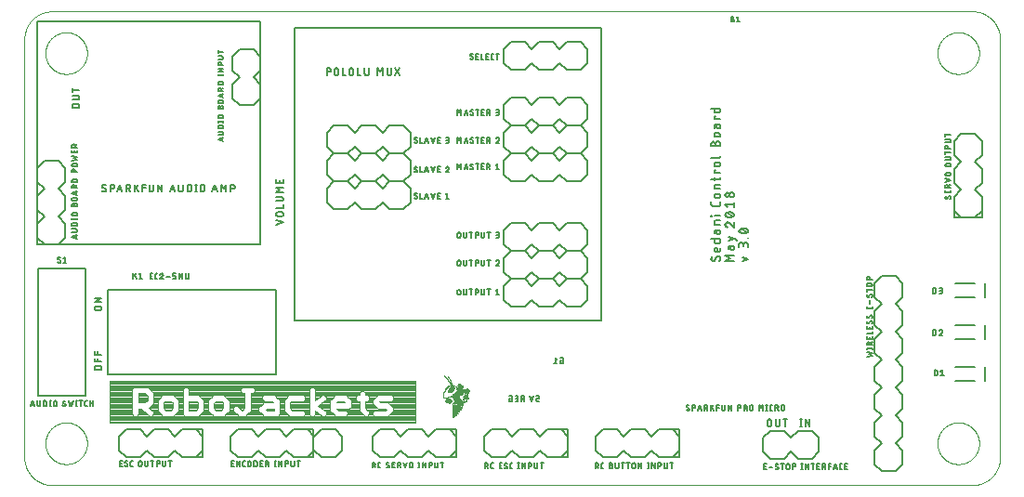
<source format=gto>
G75*
%MOIN*%
%OFA0B0*%
%FSLAX25Y25*%
%IPPOS*%
%LPD*%
%AMOC8*
5,1,8,0,0,1.08239X$1,22.5*
%
%ADD10C,0.00000*%
%ADD11C,0.00600*%
%ADD12C,0.00800*%
%ADD13C,0.00500*%
%ADD14R,0.00060X0.00020*%
%ADD15R,0.00100X0.00020*%
%ADD16R,0.00100X0.00020*%
%ADD17R,0.00140X0.00020*%
%ADD18R,0.00140X0.00020*%
%ADD19R,0.00080X0.00020*%
%ADD20R,0.00060X0.00020*%
%ADD21R,0.00080X0.00020*%
%ADD22R,0.00040X0.00020*%
%ADD23R,0.00040X0.00020*%
%ADD24R,0.00020X0.00020*%
%ADD25R,0.00260X0.00020*%
%ADD26R,0.00420X0.00020*%
%ADD27R,0.00020X0.00020*%
%ADD28R,0.00020X0.00020*%
%ADD29R,0.00500X0.00020*%
%ADD30R,0.00020X0.00020*%
%ADD31R,0.00740X0.00020*%
%ADD32R,0.00860X0.00020*%
%ADD33R,0.01020X0.00020*%
%ADD34R,0.01100X0.00020*%
%ADD35R,0.01180X0.00020*%
%ADD36R,0.01140X0.00020*%
%ADD37R,0.01140X0.00020*%
%ADD38R,0.01060X0.00020*%
%ADD39R,0.00840X0.00020*%
%ADD40R,0.00760X0.00020*%
%ADD41R,0.00580X0.00020*%
%ADD42R,0.00460X0.00020*%
%ADD43R,0.00280X0.00020*%
%ADD44R,0.00160X0.00020*%
%ADD45R,0.00300X0.00020*%
%ADD46R,0.00720X0.00020*%
%ADD47R,0.00980X0.00020*%
%ADD48R,0.01120X0.00020*%
%ADD49R,0.01380X0.00020*%
%ADD50R,0.01520X0.00020*%
%ADD51R,0.01620X0.00020*%
%ADD52R,0.01660X0.00020*%
%ADD53R,0.01660X0.00020*%
%ADD54R,0.01640X0.00020*%
%ADD55R,0.01080X0.00020*%
%ADD56R,0.00780X0.00020*%
%ADD57R,0.00660X0.00020*%
%ADD58R,0.00380X0.00020*%
%ADD59R,0.00340X0.00020*%
%ADD60R,0.00360X0.00020*%
%ADD61R,0.00660X0.00020*%
%ADD62R,0.00880X0.00020*%
%ADD63R,0.01180X0.00020*%
%ADD64R,0.01420X0.00020*%
%ADD65R,0.01700X0.00020*%
%ADD66R,0.01900X0.00020*%
%ADD67R,0.02100X0.00020*%
%ADD68R,0.02120X0.00020*%
%ADD69R,0.02140X0.00020*%
%ADD70R,0.02140X0.00020*%
%ADD71R,0.02020X0.00020*%
%ADD72R,0.01580X0.00020*%
%ADD73R,0.01420X0.00020*%
%ADD74R,0.01060X0.00020*%
%ADD75R,0.00900X0.00020*%
%ADD76R,0.00560X0.00020*%
%ADD77R,0.00360X0.00020*%
%ADD78R,0.00120X0.00020*%
%ADD79R,0.00340X0.00020*%
%ADD80R,0.00720X0.00020*%
%ADD81R,0.00940X0.00020*%
%ADD82R,0.01340X0.00020*%
%ADD83R,0.01540X0.00020*%
%ADD84R,0.01940X0.00020*%
%ADD85R,0.02420X0.00020*%
%ADD86R,0.02420X0.00020*%
%ADD87R,0.02480X0.00020*%
%ADD88R,0.02460X0.00020*%
%ADD89R,0.02320X0.00020*%
%ADD90R,0.01920X0.00020*%
%ADD91R,0.01700X0.00020*%
%ADD92R,0.00040X0.00020*%
%ADD93R,0.00700X0.00020*%
%ADD94R,0.00620X0.00020*%
%ADD95R,0.00780X0.00020*%
%ADD96R,0.00860X0.00020*%
%ADD97R,0.00940X0.00020*%
%ADD98R,0.00980X0.00020*%
%ADD99R,0.01080X0.00020*%
%ADD100R,0.00480X0.00020*%
%ADD101R,0.01200X0.00020*%
%ADD102R,0.00740X0.00020*%
%ADD103R,0.01220X0.00020*%
%ADD104R,0.01160X0.00020*%
%ADD105R,0.01300X0.00020*%
%ADD106R,0.01340X0.00020*%
%ADD107R,0.02920X0.00020*%
%ADD108R,0.02920X0.00020*%
%ADD109R,0.02940X0.00020*%
%ADD110R,0.02940X0.00020*%
%ADD111R,0.02980X0.00020*%
%ADD112R,0.02640X0.00020*%
%ADD113R,0.02380X0.00020*%
%ADD114R,0.01980X0.00020*%
%ADD115R,0.02000X0.00020*%
%ADD116R,0.02020X0.00020*%
%ADD117R,0.02160X0.00020*%
%ADD118R,0.02240X0.00020*%
%ADD119R,0.02260X0.00020*%
%ADD120R,0.02320X0.00020*%
%ADD121R,0.02500X0.00020*%
%ADD122R,0.02540X0.00020*%
%ADD123R,0.02740X0.00020*%
%ADD124R,0.02760X0.00020*%
%ADD125R,0.02840X0.00020*%
%ADD126R,0.02900X0.00020*%
%ADD127R,0.03140X0.00020*%
%ADD128R,0.03120X0.00020*%
%ADD129R,0.02940X0.00020*%
%ADD130R,0.00180X0.00020*%
%ADD131R,0.02880X0.00020*%
%ADD132R,0.00200X0.00020*%
%ADD133R,0.02860X0.00020*%
%ADD134R,0.02860X0.00020*%
%ADD135R,0.00220X0.00020*%
%ADD136R,0.00200X0.00020*%
%ADD137R,0.00220X0.00020*%
%ADD138R,0.02880X0.00020*%
%ADD139R,0.00220X0.00020*%
%ADD140R,0.00220X0.00020*%
%ADD141R,0.00240X0.00020*%
%ADD142R,0.02840X0.00020*%
%ADD143R,0.00240X0.00020*%
%ADD144R,0.02820X0.00020*%
%ADD145R,0.02480X0.00020*%
%ADD146R,0.02360X0.00020*%
%ADD147R,0.00340X0.00020*%
%ADD148R,0.02340X0.00020*%
%ADD149R,0.02260X0.00020*%
%ADD150R,0.00240X0.00020*%
%ADD151R,0.02220X0.00020*%
%ADD152R,0.00240X0.00020*%
%ADD153R,0.00320X0.00020*%
%ADD154R,0.02040X0.00020*%
%ADD155R,0.01900X0.00020*%
%ADD156R,0.00260X0.00020*%
%ADD157R,0.01880X0.00020*%
%ADD158R,0.01860X0.00020*%
%ADD159R,0.01880X0.00020*%
%ADD160R,0.00160X0.00020*%
%ADD161R,0.01420X0.00020*%
%ADD162R,0.00380X0.00020*%
%ADD163R,0.01260X0.00020*%
%ADD164R,0.01220X0.00020*%
%ADD165R,0.01100X0.00020*%
%ADD166R,0.01040X0.00020*%
%ADD167R,0.00180X0.00020*%
%ADD168R,0.00940X0.00020*%
%ADD169R,0.00840X0.00020*%
%ADD170R,0.00340X0.00020*%
%ADD171R,0.00520X0.00020*%
%ADD172R,0.00440X0.00020*%
%ADD173R,0.00460X0.00020*%
%ADD174R,0.00500X0.00020*%
%ADD175R,0.00320X0.00020*%
%ADD176R,0.00540X0.00020*%
%ADD177R,0.00280X0.00020*%
%ADD178R,0.00600X0.00020*%
%ADD179R,0.00320X0.00020*%
%ADD180R,0.00620X0.00020*%
%ADD181R,0.01020X0.00020*%
%ADD182R,0.01000X0.00020*%
%ADD183R,0.00300X0.00020*%
%ADD184R,0.01000X0.00020*%
%ADD185R,0.01240X0.00020*%
%ADD186R,0.01320X0.00020*%
%ADD187R,0.01540X0.00020*%
%ADD188R,0.01560X0.00020*%
%ADD189R,0.01960X0.00020*%
%ADD190R,0.01940X0.00020*%
%ADD191R,0.01920X0.00020*%
%ADD192R,0.01860X0.00020*%
%ADD193R,0.01920X0.00020*%
%ADD194R,0.00680X0.00020*%
%ADD195R,0.02000X0.00020*%
%ADD196R,0.00680X0.00020*%
%ADD197R,0.02020X0.00020*%
%ADD198R,0.00700X0.00020*%
%ADD199R,0.02220X0.00020*%
%ADD200R,0.02500X0.00020*%
%ADD201R,0.02460X0.00020*%
%ADD202R,0.00760X0.00020*%
%ADD203R,0.02420X0.00020*%
%ADD204R,0.00800X0.00020*%
%ADD205R,0.02440X0.00020*%
%ADD206R,0.00820X0.00020*%
%ADD207R,0.02540X0.00020*%
%ADD208R,0.02580X0.00020*%
%ADD209R,0.02740X0.00020*%
%ADD210R,0.00420X0.00020*%
%ADD211R,0.00400X0.00020*%
%ADD212R,0.02620X0.00020*%
%ADD213R,0.02600X0.00020*%
%ADD214R,0.00540X0.00020*%
%ADD215R,0.00580X0.00020*%
%ADD216R,0.00400X0.00020*%
%ADD217R,0.02320X0.00020*%
%ADD218R,0.02180X0.00020*%
%ADD219R,0.00540X0.00020*%
%ADD220R,0.02120X0.00020*%
%ADD221R,0.00420X0.00020*%
%ADD222R,0.00960X0.00020*%
%ADD223R,0.00600X0.00020*%
%ADD224R,0.01380X0.00020*%
%ADD225R,0.01960X0.00020*%
%ADD226R,0.01420X0.00020*%
%ADD227R,0.01820X0.00020*%
%ADD228R,0.01140X0.00020*%
%ADD229R,0.01440X0.00020*%
%ADD230R,0.00480X0.00020*%
%ADD231R,0.01760X0.00020*%
%ADD232R,0.01200X0.00020*%
%ADD233R,0.00140X0.00020*%
%ADD234R,0.01460X0.00020*%
%ADD235R,0.01740X0.00020*%
%ADD236R,0.01260X0.00020*%
%ADD237R,0.01600X0.00020*%
%ADD238R,0.01360X0.00020*%
%ADD239R,0.01480X0.00020*%
%ADD240R,0.01400X0.00020*%
%ADD241R,0.01460X0.00020*%
%ADD242R,0.00120X0.00020*%
%ADD243R,0.00120X0.00020*%
%ADD244R,0.00440X0.00020*%
%ADD245R,0.01020X0.00020*%
%ADD246R,0.01740X0.00020*%
%ADD247R,0.00900X0.00020*%
%ADD248R,0.01820X0.00020*%
%ADD249R,0.01040X0.00020*%
%ADD250R,0.01940X0.00020*%
%ADD251R,0.01040X0.00020*%
%ADD252R,0.02060X0.00020*%
%ADD253R,0.01500X0.00020*%
%ADD254R,0.02300X0.00020*%
%ADD255R,0.01500X0.00020*%
%ADD256R,0.02040X0.00020*%
%ADD257R,0.00820X0.00020*%
%ADD258R,0.00560X0.00020*%
%ADD259R,0.00520X0.00020*%
%ADD260R,0.01620X0.00020*%
%ADD261R,0.00640X0.00020*%
%ADD262R,0.00040X0.00020*%
%ADD263R,0.00520X0.00020*%
%ADD264R,0.01240X0.00020*%
%ADD265R,0.01800X0.00020*%
%ADD266R,0.01020X0.00020*%
%ADD267R,0.00820X0.00020*%
%ADD268R,0.00880X0.00020*%
%ADD269R,0.01120X0.00020*%
%ADD270R,0.00960X0.00020*%
%ADD271R,0.00540X0.00020*%
%ADD272R,0.01320X0.00020*%
%ADD273R,0.00420X0.00020*%
%ADD274R,0.01480X0.00020*%
%ADD275R,0.00620X0.00020*%
%ADD276R,0.01540X0.00020*%
%ADD277R,0.01620X0.00020*%
%ADD278R,0.00740X0.00020*%
%ADD279R,0.00800X0.00020*%
%ADD280R,0.00920X0.00020*%
%ADD281R,0.01740X0.00020*%
%ADD282R,0.01780X0.00020*%
%ADD283R,0.01780X0.00020*%
%ADD284R,0.01160X0.00020*%
%ADD285R,0.00320X0.00020*%
%ADD286R,0.00720X0.00020*%
%ADD287R,0.00140X0.00020*%
%ADD288R,0.01220X0.00020*%
%ADD289R,0.00820X0.00020*%
%ADD290R,0.01340X0.00020*%
%ADD291R,0.01220X0.00020*%
%ADD292R,0.00920X0.00020*%
%ADD293R,0.01300X0.00020*%
%ADD294R,0.01820X0.00020*%
%ADD295R,0.01620X0.00020*%
%ADD296R,0.01280X0.00020*%
%ADD297R,0.01580X0.00020*%
%ADD298R,0.01940X0.00020*%
%ADD299R,0.02080X0.00020*%
%ADD300R,0.02180X0.00020*%
%ADD301R,0.02240X0.00020*%
%ADD302R,0.02280X0.00020*%
%ADD303R,0.02340X0.00020*%
%ADD304R,0.02380X0.00020*%
%ADD305R,0.02540X0.00020*%
%ADD306R,0.00620X0.00020*%
%ADD307R,0.02580X0.00020*%
%ADD308R,0.02620X0.00020*%
%ADD309R,0.02620X0.00020*%
%ADD310R,0.02660X0.00020*%
%ADD311R,0.02640X0.00020*%
%ADD312R,0.02680X0.00020*%
%ADD313R,0.02680X0.00020*%
%ADD314R,0.02700X0.00020*%
%ADD315R,0.02700X0.00020*%
%ADD316R,0.02720X0.00020*%
%ADD317R,0.02740X0.00020*%
%ADD318R,0.02620X0.00020*%
%ADD319R,0.02820X0.00020*%
%ADD320R,0.03060X0.00020*%
%ADD321R,0.02420X0.00020*%
%ADD322R,0.02520X0.00020*%
%ADD323R,0.01120X0.00020*%
%ADD324R,0.02940X0.00020*%
%ADD325R,0.03100X0.00020*%
%ADD326R,0.03220X0.00020*%
%ADD327R,0.03240X0.00020*%
%ADD328R,0.03260X0.00020*%
%ADD329R,0.03280X0.00020*%
%ADD330R,0.03300X0.00020*%
%ADD331R,0.01440X0.00020*%
%ADD332R,0.03260X0.00020*%
%ADD333R,0.01540X0.00020*%
%ADD334R,0.01560X0.00020*%
%ADD335R,0.03300X0.00020*%
%ADD336R,0.03680X0.00020*%
%ADD337R,0.03620X0.00020*%
%ADD338R,0.01680X0.00020*%
%ADD339R,0.03640X0.00020*%
%ADD340R,0.03580X0.00020*%
%ADD341R,0.01720X0.00020*%
%ADD342R,0.03580X0.00020*%
%ADD343R,0.03560X0.00020*%
%ADD344R,0.03220X0.00020*%
%ADD345R,0.01800X0.00020*%
%ADD346R,0.02200X0.00020*%
%ADD347R,0.02200X0.00020*%
%ADD348R,0.02820X0.00020*%
%ADD349R,0.03020X0.00020*%
%ADD350R,0.03560X0.00020*%
%ADD351R,0.03600X0.00020*%
%ADD352R,0.03600X0.00020*%
%ADD353R,0.01980X0.00020*%
%ADD354R,0.03660X0.00020*%
%ADD355R,0.03720X0.00020*%
%ADD356R,0.00440X0.00020*%
%ADD357R,0.04260X0.00020*%
%ADD358R,0.04220X0.00020*%
%ADD359R,0.04240X0.00020*%
%ADD360R,0.02040X0.00020*%
%ADD361R,0.02020X0.00020*%
%ADD362R,0.01920X0.00020*%
%ADD363R,0.00640X0.00020*%
%ADD364R,0.00520X0.00020*%
%ADD365R,0.02060X0.00020*%
%ADD366R,0.02080X0.00020*%
%ADD367R,0.01840X0.00020*%
%ADD368R,0.01760X0.00020*%
%ADD369R,0.02100X0.00020*%
%ADD370R,0.01740X0.00020*%
%ADD371R,0.00720X0.00020*%
%ADD372R,0.00740X0.00020*%
%ADD373R,0.01840X0.00020*%
%ADD374R,0.00120X0.00020*%
%ADD375C,0.00394*%
D10*
X0011300Y0001300D02*
X0341300Y0001300D01*
X0341542Y0001303D01*
X0341783Y0001312D01*
X0342024Y0001326D01*
X0342265Y0001347D01*
X0342505Y0001373D01*
X0342745Y0001405D01*
X0342984Y0001443D01*
X0343221Y0001486D01*
X0343458Y0001536D01*
X0343693Y0001591D01*
X0343927Y0001651D01*
X0344159Y0001718D01*
X0344390Y0001789D01*
X0344619Y0001867D01*
X0344846Y0001950D01*
X0345071Y0002038D01*
X0345294Y0002132D01*
X0345514Y0002231D01*
X0345732Y0002336D01*
X0345947Y0002445D01*
X0346160Y0002560D01*
X0346370Y0002680D01*
X0346576Y0002805D01*
X0346780Y0002935D01*
X0346981Y0003070D01*
X0347178Y0003210D01*
X0347372Y0003354D01*
X0347562Y0003503D01*
X0347748Y0003657D01*
X0347931Y0003815D01*
X0348110Y0003977D01*
X0348285Y0004144D01*
X0348456Y0004315D01*
X0348623Y0004490D01*
X0348785Y0004669D01*
X0348943Y0004852D01*
X0349097Y0005038D01*
X0349246Y0005228D01*
X0349390Y0005422D01*
X0349530Y0005619D01*
X0349665Y0005820D01*
X0349795Y0006024D01*
X0349920Y0006230D01*
X0350040Y0006440D01*
X0350155Y0006653D01*
X0350264Y0006868D01*
X0350369Y0007086D01*
X0350468Y0007306D01*
X0350562Y0007529D01*
X0350650Y0007754D01*
X0350733Y0007981D01*
X0350811Y0008210D01*
X0350882Y0008441D01*
X0350949Y0008673D01*
X0351009Y0008907D01*
X0351064Y0009142D01*
X0351114Y0009379D01*
X0351157Y0009616D01*
X0351195Y0009855D01*
X0351227Y0010095D01*
X0351253Y0010335D01*
X0351274Y0010576D01*
X0351288Y0010817D01*
X0351297Y0011058D01*
X0351300Y0011300D01*
X0351300Y0161300D01*
X0351297Y0161542D01*
X0351288Y0161783D01*
X0351274Y0162024D01*
X0351253Y0162265D01*
X0351227Y0162505D01*
X0351195Y0162745D01*
X0351157Y0162984D01*
X0351114Y0163221D01*
X0351064Y0163458D01*
X0351009Y0163693D01*
X0350949Y0163927D01*
X0350882Y0164159D01*
X0350811Y0164390D01*
X0350733Y0164619D01*
X0350650Y0164846D01*
X0350562Y0165071D01*
X0350468Y0165294D01*
X0350369Y0165514D01*
X0350264Y0165732D01*
X0350155Y0165947D01*
X0350040Y0166160D01*
X0349920Y0166370D01*
X0349795Y0166576D01*
X0349665Y0166780D01*
X0349530Y0166981D01*
X0349390Y0167178D01*
X0349246Y0167372D01*
X0349097Y0167562D01*
X0348943Y0167748D01*
X0348785Y0167931D01*
X0348623Y0168110D01*
X0348456Y0168285D01*
X0348285Y0168456D01*
X0348110Y0168623D01*
X0347931Y0168785D01*
X0347748Y0168943D01*
X0347562Y0169097D01*
X0347372Y0169246D01*
X0347178Y0169390D01*
X0346981Y0169530D01*
X0346780Y0169665D01*
X0346576Y0169795D01*
X0346370Y0169920D01*
X0346160Y0170040D01*
X0345947Y0170155D01*
X0345732Y0170264D01*
X0345514Y0170369D01*
X0345294Y0170468D01*
X0345071Y0170562D01*
X0344846Y0170650D01*
X0344619Y0170733D01*
X0344390Y0170811D01*
X0344159Y0170882D01*
X0343927Y0170949D01*
X0343693Y0171009D01*
X0343458Y0171064D01*
X0343221Y0171114D01*
X0342984Y0171157D01*
X0342745Y0171195D01*
X0342505Y0171227D01*
X0342265Y0171253D01*
X0342024Y0171274D01*
X0341783Y0171288D01*
X0341542Y0171297D01*
X0341300Y0171300D01*
X0011300Y0171300D01*
X0011058Y0171297D01*
X0010817Y0171288D01*
X0010576Y0171274D01*
X0010335Y0171253D01*
X0010095Y0171227D01*
X0009855Y0171195D01*
X0009616Y0171157D01*
X0009379Y0171114D01*
X0009142Y0171064D01*
X0008907Y0171009D01*
X0008673Y0170949D01*
X0008441Y0170882D01*
X0008210Y0170811D01*
X0007981Y0170733D01*
X0007754Y0170650D01*
X0007529Y0170562D01*
X0007306Y0170468D01*
X0007086Y0170369D01*
X0006868Y0170264D01*
X0006653Y0170155D01*
X0006440Y0170040D01*
X0006230Y0169920D01*
X0006024Y0169795D01*
X0005820Y0169665D01*
X0005619Y0169530D01*
X0005422Y0169390D01*
X0005228Y0169246D01*
X0005038Y0169097D01*
X0004852Y0168943D01*
X0004669Y0168785D01*
X0004490Y0168623D01*
X0004315Y0168456D01*
X0004144Y0168285D01*
X0003977Y0168110D01*
X0003815Y0167931D01*
X0003657Y0167748D01*
X0003503Y0167562D01*
X0003354Y0167372D01*
X0003210Y0167178D01*
X0003070Y0166981D01*
X0002935Y0166780D01*
X0002805Y0166576D01*
X0002680Y0166370D01*
X0002560Y0166160D01*
X0002445Y0165947D01*
X0002336Y0165732D01*
X0002231Y0165514D01*
X0002132Y0165294D01*
X0002038Y0165071D01*
X0001950Y0164846D01*
X0001867Y0164619D01*
X0001789Y0164390D01*
X0001718Y0164159D01*
X0001651Y0163927D01*
X0001591Y0163693D01*
X0001536Y0163458D01*
X0001486Y0163221D01*
X0001443Y0162984D01*
X0001405Y0162745D01*
X0001373Y0162505D01*
X0001347Y0162265D01*
X0001326Y0162024D01*
X0001312Y0161783D01*
X0001303Y0161542D01*
X0001300Y0161300D01*
X0001300Y0011300D01*
X0001303Y0011058D01*
X0001312Y0010817D01*
X0001326Y0010576D01*
X0001347Y0010335D01*
X0001373Y0010095D01*
X0001405Y0009855D01*
X0001443Y0009616D01*
X0001486Y0009379D01*
X0001536Y0009142D01*
X0001591Y0008907D01*
X0001651Y0008673D01*
X0001718Y0008441D01*
X0001789Y0008210D01*
X0001867Y0007981D01*
X0001950Y0007754D01*
X0002038Y0007529D01*
X0002132Y0007306D01*
X0002231Y0007086D01*
X0002336Y0006868D01*
X0002445Y0006653D01*
X0002560Y0006440D01*
X0002680Y0006230D01*
X0002805Y0006024D01*
X0002935Y0005820D01*
X0003070Y0005619D01*
X0003210Y0005422D01*
X0003354Y0005228D01*
X0003503Y0005038D01*
X0003657Y0004852D01*
X0003815Y0004669D01*
X0003977Y0004490D01*
X0004144Y0004315D01*
X0004315Y0004144D01*
X0004490Y0003977D01*
X0004669Y0003815D01*
X0004852Y0003657D01*
X0005038Y0003503D01*
X0005228Y0003354D01*
X0005422Y0003210D01*
X0005619Y0003070D01*
X0005820Y0002935D01*
X0006024Y0002805D01*
X0006230Y0002680D01*
X0006440Y0002560D01*
X0006653Y0002445D01*
X0006868Y0002336D01*
X0007086Y0002231D01*
X0007306Y0002132D01*
X0007529Y0002038D01*
X0007754Y0001950D01*
X0007981Y0001867D01*
X0008210Y0001789D01*
X0008441Y0001718D01*
X0008673Y0001651D01*
X0008907Y0001591D01*
X0009142Y0001536D01*
X0009379Y0001486D01*
X0009616Y0001443D01*
X0009855Y0001405D01*
X0010095Y0001373D01*
X0010335Y0001347D01*
X0010576Y0001326D01*
X0010817Y0001312D01*
X0011058Y0001303D01*
X0011300Y0001300D01*
X0008825Y0016300D02*
X0008827Y0016483D01*
X0008834Y0016667D01*
X0008845Y0016850D01*
X0008861Y0017033D01*
X0008881Y0017215D01*
X0008906Y0017397D01*
X0008935Y0017578D01*
X0008969Y0017758D01*
X0009007Y0017938D01*
X0009049Y0018116D01*
X0009096Y0018294D01*
X0009147Y0018470D01*
X0009202Y0018645D01*
X0009262Y0018818D01*
X0009326Y0018990D01*
X0009394Y0019161D01*
X0009466Y0019329D01*
X0009543Y0019496D01*
X0009623Y0019661D01*
X0009708Y0019824D01*
X0009796Y0019984D01*
X0009888Y0020143D01*
X0009985Y0020299D01*
X0010085Y0020453D01*
X0010189Y0020604D01*
X0010296Y0020753D01*
X0010407Y0020899D01*
X0010522Y0021042D01*
X0010640Y0021182D01*
X0010761Y0021320D01*
X0010886Y0021454D01*
X0011014Y0021586D01*
X0011146Y0021714D01*
X0011280Y0021839D01*
X0011418Y0021960D01*
X0011558Y0022078D01*
X0011701Y0022193D01*
X0011847Y0022304D01*
X0011996Y0022411D01*
X0012147Y0022515D01*
X0012301Y0022615D01*
X0012457Y0022712D01*
X0012616Y0022804D01*
X0012776Y0022892D01*
X0012939Y0022977D01*
X0013104Y0023057D01*
X0013271Y0023134D01*
X0013439Y0023206D01*
X0013610Y0023274D01*
X0013782Y0023338D01*
X0013955Y0023398D01*
X0014130Y0023453D01*
X0014306Y0023504D01*
X0014484Y0023551D01*
X0014662Y0023593D01*
X0014842Y0023631D01*
X0015022Y0023665D01*
X0015203Y0023694D01*
X0015385Y0023719D01*
X0015567Y0023739D01*
X0015750Y0023755D01*
X0015933Y0023766D01*
X0016117Y0023773D01*
X0016300Y0023775D01*
X0016483Y0023773D01*
X0016667Y0023766D01*
X0016850Y0023755D01*
X0017033Y0023739D01*
X0017215Y0023719D01*
X0017397Y0023694D01*
X0017578Y0023665D01*
X0017758Y0023631D01*
X0017938Y0023593D01*
X0018116Y0023551D01*
X0018294Y0023504D01*
X0018470Y0023453D01*
X0018645Y0023398D01*
X0018818Y0023338D01*
X0018990Y0023274D01*
X0019161Y0023206D01*
X0019329Y0023134D01*
X0019496Y0023057D01*
X0019661Y0022977D01*
X0019824Y0022892D01*
X0019984Y0022804D01*
X0020143Y0022712D01*
X0020299Y0022615D01*
X0020453Y0022515D01*
X0020604Y0022411D01*
X0020753Y0022304D01*
X0020899Y0022193D01*
X0021042Y0022078D01*
X0021182Y0021960D01*
X0021320Y0021839D01*
X0021454Y0021714D01*
X0021586Y0021586D01*
X0021714Y0021454D01*
X0021839Y0021320D01*
X0021960Y0021182D01*
X0022078Y0021042D01*
X0022193Y0020899D01*
X0022304Y0020753D01*
X0022411Y0020604D01*
X0022515Y0020453D01*
X0022615Y0020299D01*
X0022712Y0020143D01*
X0022804Y0019984D01*
X0022892Y0019824D01*
X0022977Y0019661D01*
X0023057Y0019496D01*
X0023134Y0019329D01*
X0023206Y0019161D01*
X0023274Y0018990D01*
X0023338Y0018818D01*
X0023398Y0018645D01*
X0023453Y0018470D01*
X0023504Y0018294D01*
X0023551Y0018116D01*
X0023593Y0017938D01*
X0023631Y0017758D01*
X0023665Y0017578D01*
X0023694Y0017397D01*
X0023719Y0017215D01*
X0023739Y0017033D01*
X0023755Y0016850D01*
X0023766Y0016667D01*
X0023773Y0016483D01*
X0023775Y0016300D01*
X0023773Y0016117D01*
X0023766Y0015933D01*
X0023755Y0015750D01*
X0023739Y0015567D01*
X0023719Y0015385D01*
X0023694Y0015203D01*
X0023665Y0015022D01*
X0023631Y0014842D01*
X0023593Y0014662D01*
X0023551Y0014484D01*
X0023504Y0014306D01*
X0023453Y0014130D01*
X0023398Y0013955D01*
X0023338Y0013782D01*
X0023274Y0013610D01*
X0023206Y0013439D01*
X0023134Y0013271D01*
X0023057Y0013104D01*
X0022977Y0012939D01*
X0022892Y0012776D01*
X0022804Y0012616D01*
X0022712Y0012457D01*
X0022615Y0012301D01*
X0022515Y0012147D01*
X0022411Y0011996D01*
X0022304Y0011847D01*
X0022193Y0011701D01*
X0022078Y0011558D01*
X0021960Y0011418D01*
X0021839Y0011280D01*
X0021714Y0011146D01*
X0021586Y0011014D01*
X0021454Y0010886D01*
X0021320Y0010761D01*
X0021182Y0010640D01*
X0021042Y0010522D01*
X0020899Y0010407D01*
X0020753Y0010296D01*
X0020604Y0010189D01*
X0020453Y0010085D01*
X0020299Y0009985D01*
X0020143Y0009888D01*
X0019984Y0009796D01*
X0019824Y0009708D01*
X0019661Y0009623D01*
X0019496Y0009543D01*
X0019329Y0009466D01*
X0019161Y0009394D01*
X0018990Y0009326D01*
X0018818Y0009262D01*
X0018645Y0009202D01*
X0018470Y0009147D01*
X0018294Y0009096D01*
X0018116Y0009049D01*
X0017938Y0009007D01*
X0017758Y0008969D01*
X0017578Y0008935D01*
X0017397Y0008906D01*
X0017215Y0008881D01*
X0017033Y0008861D01*
X0016850Y0008845D01*
X0016667Y0008834D01*
X0016483Y0008827D01*
X0016300Y0008825D01*
X0016117Y0008827D01*
X0015933Y0008834D01*
X0015750Y0008845D01*
X0015567Y0008861D01*
X0015385Y0008881D01*
X0015203Y0008906D01*
X0015022Y0008935D01*
X0014842Y0008969D01*
X0014662Y0009007D01*
X0014484Y0009049D01*
X0014306Y0009096D01*
X0014130Y0009147D01*
X0013955Y0009202D01*
X0013782Y0009262D01*
X0013610Y0009326D01*
X0013439Y0009394D01*
X0013271Y0009466D01*
X0013104Y0009543D01*
X0012939Y0009623D01*
X0012776Y0009708D01*
X0012616Y0009796D01*
X0012457Y0009888D01*
X0012301Y0009985D01*
X0012147Y0010085D01*
X0011996Y0010189D01*
X0011847Y0010296D01*
X0011701Y0010407D01*
X0011558Y0010522D01*
X0011418Y0010640D01*
X0011280Y0010761D01*
X0011146Y0010886D01*
X0011014Y0011014D01*
X0010886Y0011146D01*
X0010761Y0011280D01*
X0010640Y0011418D01*
X0010522Y0011558D01*
X0010407Y0011701D01*
X0010296Y0011847D01*
X0010189Y0011996D01*
X0010085Y0012147D01*
X0009985Y0012301D01*
X0009888Y0012457D01*
X0009796Y0012616D01*
X0009708Y0012776D01*
X0009623Y0012939D01*
X0009543Y0013104D01*
X0009466Y0013271D01*
X0009394Y0013439D01*
X0009326Y0013610D01*
X0009262Y0013782D01*
X0009202Y0013955D01*
X0009147Y0014130D01*
X0009096Y0014306D01*
X0009049Y0014484D01*
X0009007Y0014662D01*
X0008969Y0014842D01*
X0008935Y0015022D01*
X0008906Y0015203D01*
X0008881Y0015385D01*
X0008861Y0015567D01*
X0008845Y0015750D01*
X0008834Y0015933D01*
X0008827Y0016117D01*
X0008825Y0016300D01*
X0008825Y0156300D02*
X0008827Y0156483D01*
X0008834Y0156667D01*
X0008845Y0156850D01*
X0008861Y0157033D01*
X0008881Y0157215D01*
X0008906Y0157397D01*
X0008935Y0157578D01*
X0008969Y0157758D01*
X0009007Y0157938D01*
X0009049Y0158116D01*
X0009096Y0158294D01*
X0009147Y0158470D01*
X0009202Y0158645D01*
X0009262Y0158818D01*
X0009326Y0158990D01*
X0009394Y0159161D01*
X0009466Y0159329D01*
X0009543Y0159496D01*
X0009623Y0159661D01*
X0009708Y0159824D01*
X0009796Y0159984D01*
X0009888Y0160143D01*
X0009985Y0160299D01*
X0010085Y0160453D01*
X0010189Y0160604D01*
X0010296Y0160753D01*
X0010407Y0160899D01*
X0010522Y0161042D01*
X0010640Y0161182D01*
X0010761Y0161320D01*
X0010886Y0161454D01*
X0011014Y0161586D01*
X0011146Y0161714D01*
X0011280Y0161839D01*
X0011418Y0161960D01*
X0011558Y0162078D01*
X0011701Y0162193D01*
X0011847Y0162304D01*
X0011996Y0162411D01*
X0012147Y0162515D01*
X0012301Y0162615D01*
X0012457Y0162712D01*
X0012616Y0162804D01*
X0012776Y0162892D01*
X0012939Y0162977D01*
X0013104Y0163057D01*
X0013271Y0163134D01*
X0013439Y0163206D01*
X0013610Y0163274D01*
X0013782Y0163338D01*
X0013955Y0163398D01*
X0014130Y0163453D01*
X0014306Y0163504D01*
X0014484Y0163551D01*
X0014662Y0163593D01*
X0014842Y0163631D01*
X0015022Y0163665D01*
X0015203Y0163694D01*
X0015385Y0163719D01*
X0015567Y0163739D01*
X0015750Y0163755D01*
X0015933Y0163766D01*
X0016117Y0163773D01*
X0016300Y0163775D01*
X0016483Y0163773D01*
X0016667Y0163766D01*
X0016850Y0163755D01*
X0017033Y0163739D01*
X0017215Y0163719D01*
X0017397Y0163694D01*
X0017578Y0163665D01*
X0017758Y0163631D01*
X0017938Y0163593D01*
X0018116Y0163551D01*
X0018294Y0163504D01*
X0018470Y0163453D01*
X0018645Y0163398D01*
X0018818Y0163338D01*
X0018990Y0163274D01*
X0019161Y0163206D01*
X0019329Y0163134D01*
X0019496Y0163057D01*
X0019661Y0162977D01*
X0019824Y0162892D01*
X0019984Y0162804D01*
X0020143Y0162712D01*
X0020299Y0162615D01*
X0020453Y0162515D01*
X0020604Y0162411D01*
X0020753Y0162304D01*
X0020899Y0162193D01*
X0021042Y0162078D01*
X0021182Y0161960D01*
X0021320Y0161839D01*
X0021454Y0161714D01*
X0021586Y0161586D01*
X0021714Y0161454D01*
X0021839Y0161320D01*
X0021960Y0161182D01*
X0022078Y0161042D01*
X0022193Y0160899D01*
X0022304Y0160753D01*
X0022411Y0160604D01*
X0022515Y0160453D01*
X0022615Y0160299D01*
X0022712Y0160143D01*
X0022804Y0159984D01*
X0022892Y0159824D01*
X0022977Y0159661D01*
X0023057Y0159496D01*
X0023134Y0159329D01*
X0023206Y0159161D01*
X0023274Y0158990D01*
X0023338Y0158818D01*
X0023398Y0158645D01*
X0023453Y0158470D01*
X0023504Y0158294D01*
X0023551Y0158116D01*
X0023593Y0157938D01*
X0023631Y0157758D01*
X0023665Y0157578D01*
X0023694Y0157397D01*
X0023719Y0157215D01*
X0023739Y0157033D01*
X0023755Y0156850D01*
X0023766Y0156667D01*
X0023773Y0156483D01*
X0023775Y0156300D01*
X0023773Y0156117D01*
X0023766Y0155933D01*
X0023755Y0155750D01*
X0023739Y0155567D01*
X0023719Y0155385D01*
X0023694Y0155203D01*
X0023665Y0155022D01*
X0023631Y0154842D01*
X0023593Y0154662D01*
X0023551Y0154484D01*
X0023504Y0154306D01*
X0023453Y0154130D01*
X0023398Y0153955D01*
X0023338Y0153782D01*
X0023274Y0153610D01*
X0023206Y0153439D01*
X0023134Y0153271D01*
X0023057Y0153104D01*
X0022977Y0152939D01*
X0022892Y0152776D01*
X0022804Y0152616D01*
X0022712Y0152457D01*
X0022615Y0152301D01*
X0022515Y0152147D01*
X0022411Y0151996D01*
X0022304Y0151847D01*
X0022193Y0151701D01*
X0022078Y0151558D01*
X0021960Y0151418D01*
X0021839Y0151280D01*
X0021714Y0151146D01*
X0021586Y0151014D01*
X0021454Y0150886D01*
X0021320Y0150761D01*
X0021182Y0150640D01*
X0021042Y0150522D01*
X0020899Y0150407D01*
X0020753Y0150296D01*
X0020604Y0150189D01*
X0020453Y0150085D01*
X0020299Y0149985D01*
X0020143Y0149888D01*
X0019984Y0149796D01*
X0019824Y0149708D01*
X0019661Y0149623D01*
X0019496Y0149543D01*
X0019329Y0149466D01*
X0019161Y0149394D01*
X0018990Y0149326D01*
X0018818Y0149262D01*
X0018645Y0149202D01*
X0018470Y0149147D01*
X0018294Y0149096D01*
X0018116Y0149049D01*
X0017938Y0149007D01*
X0017758Y0148969D01*
X0017578Y0148935D01*
X0017397Y0148906D01*
X0017215Y0148881D01*
X0017033Y0148861D01*
X0016850Y0148845D01*
X0016667Y0148834D01*
X0016483Y0148827D01*
X0016300Y0148825D01*
X0016117Y0148827D01*
X0015933Y0148834D01*
X0015750Y0148845D01*
X0015567Y0148861D01*
X0015385Y0148881D01*
X0015203Y0148906D01*
X0015022Y0148935D01*
X0014842Y0148969D01*
X0014662Y0149007D01*
X0014484Y0149049D01*
X0014306Y0149096D01*
X0014130Y0149147D01*
X0013955Y0149202D01*
X0013782Y0149262D01*
X0013610Y0149326D01*
X0013439Y0149394D01*
X0013271Y0149466D01*
X0013104Y0149543D01*
X0012939Y0149623D01*
X0012776Y0149708D01*
X0012616Y0149796D01*
X0012457Y0149888D01*
X0012301Y0149985D01*
X0012147Y0150085D01*
X0011996Y0150189D01*
X0011847Y0150296D01*
X0011701Y0150407D01*
X0011558Y0150522D01*
X0011418Y0150640D01*
X0011280Y0150761D01*
X0011146Y0150886D01*
X0011014Y0151014D01*
X0010886Y0151146D01*
X0010761Y0151280D01*
X0010640Y0151418D01*
X0010522Y0151558D01*
X0010407Y0151701D01*
X0010296Y0151847D01*
X0010189Y0151996D01*
X0010085Y0152147D01*
X0009985Y0152301D01*
X0009888Y0152457D01*
X0009796Y0152616D01*
X0009708Y0152776D01*
X0009623Y0152939D01*
X0009543Y0153104D01*
X0009466Y0153271D01*
X0009394Y0153439D01*
X0009326Y0153610D01*
X0009262Y0153782D01*
X0009202Y0153955D01*
X0009147Y0154130D01*
X0009096Y0154306D01*
X0009049Y0154484D01*
X0009007Y0154662D01*
X0008969Y0154842D01*
X0008935Y0155022D01*
X0008906Y0155203D01*
X0008881Y0155385D01*
X0008861Y0155567D01*
X0008845Y0155750D01*
X0008834Y0155933D01*
X0008827Y0156117D01*
X0008825Y0156300D01*
X0328825Y0156300D02*
X0328827Y0156483D01*
X0328834Y0156667D01*
X0328845Y0156850D01*
X0328861Y0157033D01*
X0328881Y0157215D01*
X0328906Y0157397D01*
X0328935Y0157578D01*
X0328969Y0157758D01*
X0329007Y0157938D01*
X0329049Y0158116D01*
X0329096Y0158294D01*
X0329147Y0158470D01*
X0329202Y0158645D01*
X0329262Y0158818D01*
X0329326Y0158990D01*
X0329394Y0159161D01*
X0329466Y0159329D01*
X0329543Y0159496D01*
X0329623Y0159661D01*
X0329708Y0159824D01*
X0329796Y0159984D01*
X0329888Y0160143D01*
X0329985Y0160299D01*
X0330085Y0160453D01*
X0330189Y0160604D01*
X0330296Y0160753D01*
X0330407Y0160899D01*
X0330522Y0161042D01*
X0330640Y0161182D01*
X0330761Y0161320D01*
X0330886Y0161454D01*
X0331014Y0161586D01*
X0331146Y0161714D01*
X0331280Y0161839D01*
X0331418Y0161960D01*
X0331558Y0162078D01*
X0331701Y0162193D01*
X0331847Y0162304D01*
X0331996Y0162411D01*
X0332147Y0162515D01*
X0332301Y0162615D01*
X0332457Y0162712D01*
X0332616Y0162804D01*
X0332776Y0162892D01*
X0332939Y0162977D01*
X0333104Y0163057D01*
X0333271Y0163134D01*
X0333439Y0163206D01*
X0333610Y0163274D01*
X0333782Y0163338D01*
X0333955Y0163398D01*
X0334130Y0163453D01*
X0334306Y0163504D01*
X0334484Y0163551D01*
X0334662Y0163593D01*
X0334842Y0163631D01*
X0335022Y0163665D01*
X0335203Y0163694D01*
X0335385Y0163719D01*
X0335567Y0163739D01*
X0335750Y0163755D01*
X0335933Y0163766D01*
X0336117Y0163773D01*
X0336300Y0163775D01*
X0336483Y0163773D01*
X0336667Y0163766D01*
X0336850Y0163755D01*
X0337033Y0163739D01*
X0337215Y0163719D01*
X0337397Y0163694D01*
X0337578Y0163665D01*
X0337758Y0163631D01*
X0337938Y0163593D01*
X0338116Y0163551D01*
X0338294Y0163504D01*
X0338470Y0163453D01*
X0338645Y0163398D01*
X0338818Y0163338D01*
X0338990Y0163274D01*
X0339161Y0163206D01*
X0339329Y0163134D01*
X0339496Y0163057D01*
X0339661Y0162977D01*
X0339824Y0162892D01*
X0339984Y0162804D01*
X0340143Y0162712D01*
X0340299Y0162615D01*
X0340453Y0162515D01*
X0340604Y0162411D01*
X0340753Y0162304D01*
X0340899Y0162193D01*
X0341042Y0162078D01*
X0341182Y0161960D01*
X0341320Y0161839D01*
X0341454Y0161714D01*
X0341586Y0161586D01*
X0341714Y0161454D01*
X0341839Y0161320D01*
X0341960Y0161182D01*
X0342078Y0161042D01*
X0342193Y0160899D01*
X0342304Y0160753D01*
X0342411Y0160604D01*
X0342515Y0160453D01*
X0342615Y0160299D01*
X0342712Y0160143D01*
X0342804Y0159984D01*
X0342892Y0159824D01*
X0342977Y0159661D01*
X0343057Y0159496D01*
X0343134Y0159329D01*
X0343206Y0159161D01*
X0343274Y0158990D01*
X0343338Y0158818D01*
X0343398Y0158645D01*
X0343453Y0158470D01*
X0343504Y0158294D01*
X0343551Y0158116D01*
X0343593Y0157938D01*
X0343631Y0157758D01*
X0343665Y0157578D01*
X0343694Y0157397D01*
X0343719Y0157215D01*
X0343739Y0157033D01*
X0343755Y0156850D01*
X0343766Y0156667D01*
X0343773Y0156483D01*
X0343775Y0156300D01*
X0343773Y0156117D01*
X0343766Y0155933D01*
X0343755Y0155750D01*
X0343739Y0155567D01*
X0343719Y0155385D01*
X0343694Y0155203D01*
X0343665Y0155022D01*
X0343631Y0154842D01*
X0343593Y0154662D01*
X0343551Y0154484D01*
X0343504Y0154306D01*
X0343453Y0154130D01*
X0343398Y0153955D01*
X0343338Y0153782D01*
X0343274Y0153610D01*
X0343206Y0153439D01*
X0343134Y0153271D01*
X0343057Y0153104D01*
X0342977Y0152939D01*
X0342892Y0152776D01*
X0342804Y0152616D01*
X0342712Y0152457D01*
X0342615Y0152301D01*
X0342515Y0152147D01*
X0342411Y0151996D01*
X0342304Y0151847D01*
X0342193Y0151701D01*
X0342078Y0151558D01*
X0341960Y0151418D01*
X0341839Y0151280D01*
X0341714Y0151146D01*
X0341586Y0151014D01*
X0341454Y0150886D01*
X0341320Y0150761D01*
X0341182Y0150640D01*
X0341042Y0150522D01*
X0340899Y0150407D01*
X0340753Y0150296D01*
X0340604Y0150189D01*
X0340453Y0150085D01*
X0340299Y0149985D01*
X0340143Y0149888D01*
X0339984Y0149796D01*
X0339824Y0149708D01*
X0339661Y0149623D01*
X0339496Y0149543D01*
X0339329Y0149466D01*
X0339161Y0149394D01*
X0338990Y0149326D01*
X0338818Y0149262D01*
X0338645Y0149202D01*
X0338470Y0149147D01*
X0338294Y0149096D01*
X0338116Y0149049D01*
X0337938Y0149007D01*
X0337758Y0148969D01*
X0337578Y0148935D01*
X0337397Y0148906D01*
X0337215Y0148881D01*
X0337033Y0148861D01*
X0336850Y0148845D01*
X0336667Y0148834D01*
X0336483Y0148827D01*
X0336300Y0148825D01*
X0336117Y0148827D01*
X0335933Y0148834D01*
X0335750Y0148845D01*
X0335567Y0148861D01*
X0335385Y0148881D01*
X0335203Y0148906D01*
X0335022Y0148935D01*
X0334842Y0148969D01*
X0334662Y0149007D01*
X0334484Y0149049D01*
X0334306Y0149096D01*
X0334130Y0149147D01*
X0333955Y0149202D01*
X0333782Y0149262D01*
X0333610Y0149326D01*
X0333439Y0149394D01*
X0333271Y0149466D01*
X0333104Y0149543D01*
X0332939Y0149623D01*
X0332776Y0149708D01*
X0332616Y0149796D01*
X0332457Y0149888D01*
X0332301Y0149985D01*
X0332147Y0150085D01*
X0331996Y0150189D01*
X0331847Y0150296D01*
X0331701Y0150407D01*
X0331558Y0150522D01*
X0331418Y0150640D01*
X0331280Y0150761D01*
X0331146Y0150886D01*
X0331014Y0151014D01*
X0330886Y0151146D01*
X0330761Y0151280D01*
X0330640Y0151418D01*
X0330522Y0151558D01*
X0330407Y0151701D01*
X0330296Y0151847D01*
X0330189Y0151996D01*
X0330085Y0152147D01*
X0329985Y0152301D01*
X0329888Y0152457D01*
X0329796Y0152616D01*
X0329708Y0152776D01*
X0329623Y0152939D01*
X0329543Y0153104D01*
X0329466Y0153271D01*
X0329394Y0153439D01*
X0329326Y0153610D01*
X0329262Y0153782D01*
X0329202Y0153955D01*
X0329147Y0154130D01*
X0329096Y0154306D01*
X0329049Y0154484D01*
X0329007Y0154662D01*
X0328969Y0154842D01*
X0328935Y0155022D01*
X0328906Y0155203D01*
X0328881Y0155385D01*
X0328861Y0155567D01*
X0328845Y0155750D01*
X0328834Y0155933D01*
X0328827Y0156117D01*
X0328825Y0156300D01*
X0328825Y0016300D02*
X0328827Y0016483D01*
X0328834Y0016667D01*
X0328845Y0016850D01*
X0328861Y0017033D01*
X0328881Y0017215D01*
X0328906Y0017397D01*
X0328935Y0017578D01*
X0328969Y0017758D01*
X0329007Y0017938D01*
X0329049Y0018116D01*
X0329096Y0018294D01*
X0329147Y0018470D01*
X0329202Y0018645D01*
X0329262Y0018818D01*
X0329326Y0018990D01*
X0329394Y0019161D01*
X0329466Y0019329D01*
X0329543Y0019496D01*
X0329623Y0019661D01*
X0329708Y0019824D01*
X0329796Y0019984D01*
X0329888Y0020143D01*
X0329985Y0020299D01*
X0330085Y0020453D01*
X0330189Y0020604D01*
X0330296Y0020753D01*
X0330407Y0020899D01*
X0330522Y0021042D01*
X0330640Y0021182D01*
X0330761Y0021320D01*
X0330886Y0021454D01*
X0331014Y0021586D01*
X0331146Y0021714D01*
X0331280Y0021839D01*
X0331418Y0021960D01*
X0331558Y0022078D01*
X0331701Y0022193D01*
X0331847Y0022304D01*
X0331996Y0022411D01*
X0332147Y0022515D01*
X0332301Y0022615D01*
X0332457Y0022712D01*
X0332616Y0022804D01*
X0332776Y0022892D01*
X0332939Y0022977D01*
X0333104Y0023057D01*
X0333271Y0023134D01*
X0333439Y0023206D01*
X0333610Y0023274D01*
X0333782Y0023338D01*
X0333955Y0023398D01*
X0334130Y0023453D01*
X0334306Y0023504D01*
X0334484Y0023551D01*
X0334662Y0023593D01*
X0334842Y0023631D01*
X0335022Y0023665D01*
X0335203Y0023694D01*
X0335385Y0023719D01*
X0335567Y0023739D01*
X0335750Y0023755D01*
X0335933Y0023766D01*
X0336117Y0023773D01*
X0336300Y0023775D01*
X0336483Y0023773D01*
X0336667Y0023766D01*
X0336850Y0023755D01*
X0337033Y0023739D01*
X0337215Y0023719D01*
X0337397Y0023694D01*
X0337578Y0023665D01*
X0337758Y0023631D01*
X0337938Y0023593D01*
X0338116Y0023551D01*
X0338294Y0023504D01*
X0338470Y0023453D01*
X0338645Y0023398D01*
X0338818Y0023338D01*
X0338990Y0023274D01*
X0339161Y0023206D01*
X0339329Y0023134D01*
X0339496Y0023057D01*
X0339661Y0022977D01*
X0339824Y0022892D01*
X0339984Y0022804D01*
X0340143Y0022712D01*
X0340299Y0022615D01*
X0340453Y0022515D01*
X0340604Y0022411D01*
X0340753Y0022304D01*
X0340899Y0022193D01*
X0341042Y0022078D01*
X0341182Y0021960D01*
X0341320Y0021839D01*
X0341454Y0021714D01*
X0341586Y0021586D01*
X0341714Y0021454D01*
X0341839Y0021320D01*
X0341960Y0021182D01*
X0342078Y0021042D01*
X0342193Y0020899D01*
X0342304Y0020753D01*
X0342411Y0020604D01*
X0342515Y0020453D01*
X0342615Y0020299D01*
X0342712Y0020143D01*
X0342804Y0019984D01*
X0342892Y0019824D01*
X0342977Y0019661D01*
X0343057Y0019496D01*
X0343134Y0019329D01*
X0343206Y0019161D01*
X0343274Y0018990D01*
X0343338Y0018818D01*
X0343398Y0018645D01*
X0343453Y0018470D01*
X0343504Y0018294D01*
X0343551Y0018116D01*
X0343593Y0017938D01*
X0343631Y0017758D01*
X0343665Y0017578D01*
X0343694Y0017397D01*
X0343719Y0017215D01*
X0343739Y0017033D01*
X0343755Y0016850D01*
X0343766Y0016667D01*
X0343773Y0016483D01*
X0343775Y0016300D01*
X0343773Y0016117D01*
X0343766Y0015933D01*
X0343755Y0015750D01*
X0343739Y0015567D01*
X0343719Y0015385D01*
X0343694Y0015203D01*
X0343665Y0015022D01*
X0343631Y0014842D01*
X0343593Y0014662D01*
X0343551Y0014484D01*
X0343504Y0014306D01*
X0343453Y0014130D01*
X0343398Y0013955D01*
X0343338Y0013782D01*
X0343274Y0013610D01*
X0343206Y0013439D01*
X0343134Y0013271D01*
X0343057Y0013104D01*
X0342977Y0012939D01*
X0342892Y0012776D01*
X0342804Y0012616D01*
X0342712Y0012457D01*
X0342615Y0012301D01*
X0342515Y0012147D01*
X0342411Y0011996D01*
X0342304Y0011847D01*
X0342193Y0011701D01*
X0342078Y0011558D01*
X0341960Y0011418D01*
X0341839Y0011280D01*
X0341714Y0011146D01*
X0341586Y0011014D01*
X0341454Y0010886D01*
X0341320Y0010761D01*
X0341182Y0010640D01*
X0341042Y0010522D01*
X0340899Y0010407D01*
X0340753Y0010296D01*
X0340604Y0010189D01*
X0340453Y0010085D01*
X0340299Y0009985D01*
X0340143Y0009888D01*
X0339984Y0009796D01*
X0339824Y0009708D01*
X0339661Y0009623D01*
X0339496Y0009543D01*
X0339329Y0009466D01*
X0339161Y0009394D01*
X0338990Y0009326D01*
X0338818Y0009262D01*
X0338645Y0009202D01*
X0338470Y0009147D01*
X0338294Y0009096D01*
X0338116Y0009049D01*
X0337938Y0009007D01*
X0337758Y0008969D01*
X0337578Y0008935D01*
X0337397Y0008906D01*
X0337215Y0008881D01*
X0337033Y0008861D01*
X0336850Y0008845D01*
X0336667Y0008834D01*
X0336483Y0008827D01*
X0336300Y0008825D01*
X0336117Y0008827D01*
X0335933Y0008834D01*
X0335750Y0008845D01*
X0335567Y0008861D01*
X0335385Y0008881D01*
X0335203Y0008906D01*
X0335022Y0008935D01*
X0334842Y0008969D01*
X0334662Y0009007D01*
X0334484Y0009049D01*
X0334306Y0009096D01*
X0334130Y0009147D01*
X0333955Y0009202D01*
X0333782Y0009262D01*
X0333610Y0009326D01*
X0333439Y0009394D01*
X0333271Y0009466D01*
X0333104Y0009543D01*
X0332939Y0009623D01*
X0332776Y0009708D01*
X0332616Y0009796D01*
X0332457Y0009888D01*
X0332301Y0009985D01*
X0332147Y0010085D01*
X0331996Y0010189D01*
X0331847Y0010296D01*
X0331701Y0010407D01*
X0331558Y0010522D01*
X0331418Y0010640D01*
X0331280Y0010761D01*
X0331146Y0010886D01*
X0331014Y0011014D01*
X0330886Y0011146D01*
X0330761Y0011280D01*
X0330640Y0011418D01*
X0330522Y0011558D01*
X0330407Y0011701D01*
X0330296Y0011847D01*
X0330189Y0011996D01*
X0330085Y0012147D01*
X0329985Y0012301D01*
X0329888Y0012457D01*
X0329796Y0012616D01*
X0329708Y0012776D01*
X0329623Y0012939D01*
X0329543Y0013104D01*
X0329466Y0013271D01*
X0329394Y0013439D01*
X0329326Y0013610D01*
X0329262Y0013782D01*
X0329202Y0013955D01*
X0329147Y0014130D01*
X0329096Y0014306D01*
X0329049Y0014484D01*
X0329007Y0014662D01*
X0328969Y0014842D01*
X0328935Y0015022D01*
X0328906Y0015203D01*
X0328881Y0015385D01*
X0328861Y0015567D01*
X0328845Y0015750D01*
X0328834Y0015933D01*
X0328827Y0016117D01*
X0328825Y0016300D01*
D11*
X0283000Y0022400D02*
X0283000Y0025000D01*
X0281556Y0025000D02*
X0283000Y0022400D01*
X0281556Y0022400D02*
X0281556Y0025000D01*
X0280167Y0025000D02*
X0279589Y0025000D01*
X0279878Y0025000D02*
X0279878Y0022400D01*
X0279589Y0022400D02*
X0280167Y0022400D01*
X0275000Y0025000D02*
X0273556Y0025000D01*
X0274278Y0025000D02*
X0274278Y0022400D01*
X0272216Y0023122D02*
X0272216Y0025000D01*
X0270772Y0025000D02*
X0270772Y0023122D01*
X0270774Y0023069D01*
X0270780Y0023017D01*
X0270789Y0022965D01*
X0270803Y0022914D01*
X0270820Y0022864D01*
X0270840Y0022816D01*
X0270864Y0022769D01*
X0270892Y0022724D01*
X0270923Y0022681D01*
X0270956Y0022640D01*
X0270993Y0022602D01*
X0271032Y0022567D01*
X0271074Y0022535D01*
X0271118Y0022506D01*
X0271164Y0022480D01*
X0271212Y0022458D01*
X0271261Y0022439D01*
X0271311Y0022423D01*
X0271363Y0022412D01*
X0271415Y0022404D01*
X0271468Y0022400D01*
X0271520Y0022400D01*
X0271573Y0022404D01*
X0271625Y0022412D01*
X0271677Y0022423D01*
X0271727Y0022439D01*
X0271776Y0022458D01*
X0271824Y0022480D01*
X0271870Y0022506D01*
X0271914Y0022535D01*
X0271956Y0022567D01*
X0271995Y0022602D01*
X0272032Y0022640D01*
X0272065Y0022681D01*
X0272096Y0022724D01*
X0272124Y0022769D01*
X0272148Y0022816D01*
X0272168Y0022864D01*
X0272185Y0022914D01*
X0272199Y0022965D01*
X0272208Y0023017D01*
X0272214Y0023069D01*
X0272216Y0023122D01*
X0269240Y0023122D02*
X0269240Y0024278D01*
X0269238Y0024331D01*
X0269232Y0024383D01*
X0269223Y0024435D01*
X0269209Y0024486D01*
X0269192Y0024536D01*
X0269172Y0024584D01*
X0269148Y0024631D01*
X0269120Y0024676D01*
X0269089Y0024719D01*
X0269056Y0024760D01*
X0269019Y0024798D01*
X0268980Y0024833D01*
X0268938Y0024865D01*
X0268894Y0024894D01*
X0268848Y0024920D01*
X0268800Y0024942D01*
X0268751Y0024961D01*
X0268701Y0024977D01*
X0268649Y0024988D01*
X0268597Y0024996D01*
X0268544Y0025000D01*
X0268492Y0025000D01*
X0268439Y0024996D01*
X0268387Y0024988D01*
X0268335Y0024977D01*
X0268285Y0024961D01*
X0268236Y0024942D01*
X0268188Y0024920D01*
X0268142Y0024894D01*
X0268098Y0024865D01*
X0268056Y0024833D01*
X0268017Y0024798D01*
X0267980Y0024760D01*
X0267947Y0024719D01*
X0267916Y0024676D01*
X0267888Y0024631D01*
X0267864Y0024584D01*
X0267844Y0024536D01*
X0267827Y0024486D01*
X0267813Y0024435D01*
X0267804Y0024383D01*
X0267798Y0024331D01*
X0267796Y0024278D01*
X0267796Y0023122D01*
X0267798Y0023069D01*
X0267804Y0023017D01*
X0267813Y0022965D01*
X0267827Y0022914D01*
X0267844Y0022864D01*
X0267864Y0022816D01*
X0267888Y0022769D01*
X0267916Y0022724D01*
X0267947Y0022681D01*
X0267980Y0022640D01*
X0268017Y0022602D01*
X0268056Y0022567D01*
X0268098Y0022535D01*
X0268142Y0022506D01*
X0268188Y0022480D01*
X0268236Y0022458D01*
X0268285Y0022439D01*
X0268335Y0022423D01*
X0268387Y0022412D01*
X0268439Y0022404D01*
X0268492Y0022400D01*
X0268544Y0022400D01*
X0268597Y0022404D01*
X0268649Y0022412D01*
X0268701Y0022423D01*
X0268751Y0022439D01*
X0268800Y0022458D01*
X0268848Y0022480D01*
X0268894Y0022506D01*
X0268938Y0022535D01*
X0268980Y0022567D01*
X0269019Y0022602D01*
X0269056Y0022640D01*
X0269089Y0022681D01*
X0269120Y0022724D01*
X0269148Y0022769D01*
X0269172Y0022816D01*
X0269192Y0022864D01*
X0269209Y0022914D01*
X0269223Y0022965D01*
X0269232Y0023017D01*
X0269238Y0023069D01*
X0269240Y0023122D01*
X0208300Y0060300D02*
X0208300Y0165300D01*
X0098300Y0165300D01*
X0098300Y0060300D01*
X0208300Y0060300D01*
X0094200Y0095677D02*
X0091600Y0096544D01*
X0092322Y0097835D02*
X0093478Y0097835D01*
X0093531Y0097837D01*
X0093583Y0097843D01*
X0093635Y0097852D01*
X0093686Y0097866D01*
X0093736Y0097883D01*
X0093784Y0097903D01*
X0093831Y0097927D01*
X0093876Y0097955D01*
X0093919Y0097986D01*
X0093960Y0098019D01*
X0093998Y0098056D01*
X0094033Y0098095D01*
X0094065Y0098137D01*
X0094094Y0098181D01*
X0094120Y0098227D01*
X0094142Y0098275D01*
X0094161Y0098324D01*
X0094177Y0098374D01*
X0094188Y0098426D01*
X0094196Y0098478D01*
X0094200Y0098531D01*
X0094200Y0098583D01*
X0094196Y0098636D01*
X0094188Y0098688D01*
X0094177Y0098740D01*
X0094161Y0098790D01*
X0094142Y0098839D01*
X0094120Y0098887D01*
X0094094Y0098933D01*
X0094065Y0098977D01*
X0094033Y0099019D01*
X0093998Y0099058D01*
X0093960Y0099095D01*
X0093919Y0099128D01*
X0093876Y0099159D01*
X0093831Y0099187D01*
X0093784Y0099211D01*
X0093736Y0099231D01*
X0093686Y0099248D01*
X0093635Y0099262D01*
X0093583Y0099271D01*
X0093531Y0099277D01*
X0093478Y0099279D01*
X0092322Y0099279D01*
X0092269Y0099277D01*
X0092217Y0099271D01*
X0092165Y0099262D01*
X0092114Y0099248D01*
X0092064Y0099231D01*
X0092016Y0099211D01*
X0091969Y0099187D01*
X0091924Y0099159D01*
X0091881Y0099128D01*
X0091840Y0099095D01*
X0091802Y0099058D01*
X0091767Y0099019D01*
X0091735Y0098977D01*
X0091706Y0098933D01*
X0091680Y0098887D01*
X0091658Y0098839D01*
X0091639Y0098790D01*
X0091623Y0098740D01*
X0091612Y0098688D01*
X0091604Y0098636D01*
X0091600Y0098583D01*
X0091600Y0098531D01*
X0091604Y0098478D01*
X0091612Y0098426D01*
X0091623Y0098374D01*
X0091639Y0098324D01*
X0091658Y0098275D01*
X0091680Y0098227D01*
X0091706Y0098181D01*
X0091735Y0098137D01*
X0091767Y0098095D01*
X0091802Y0098056D01*
X0091840Y0098019D01*
X0091881Y0097986D01*
X0091924Y0097955D01*
X0091969Y0097927D01*
X0092016Y0097903D01*
X0092064Y0097883D01*
X0092114Y0097866D01*
X0092165Y0097852D01*
X0092217Y0097843D01*
X0092269Y0097837D01*
X0092322Y0097835D01*
X0094200Y0095677D02*
X0091600Y0094811D01*
X0091600Y0100820D02*
X0094200Y0100820D01*
X0094200Y0101976D01*
X0093478Y0103307D02*
X0091600Y0103307D01*
X0091600Y0104751D02*
X0093478Y0104751D01*
X0093531Y0104749D01*
X0093583Y0104743D01*
X0093635Y0104734D01*
X0093686Y0104720D01*
X0093736Y0104703D01*
X0093784Y0104683D01*
X0093831Y0104659D01*
X0093876Y0104631D01*
X0093919Y0104600D01*
X0093960Y0104567D01*
X0093998Y0104530D01*
X0094033Y0104491D01*
X0094065Y0104449D01*
X0094094Y0104405D01*
X0094120Y0104359D01*
X0094142Y0104311D01*
X0094161Y0104262D01*
X0094177Y0104212D01*
X0094188Y0104160D01*
X0094196Y0104108D01*
X0094200Y0104055D01*
X0094200Y0104003D01*
X0094196Y0103950D01*
X0094188Y0103898D01*
X0094177Y0103846D01*
X0094161Y0103796D01*
X0094142Y0103747D01*
X0094120Y0103699D01*
X0094094Y0103653D01*
X0094065Y0103609D01*
X0094033Y0103567D01*
X0093998Y0103528D01*
X0093960Y0103491D01*
X0093919Y0103458D01*
X0093876Y0103427D01*
X0093831Y0103399D01*
X0093784Y0103375D01*
X0093736Y0103355D01*
X0093686Y0103338D01*
X0093635Y0103324D01*
X0093583Y0103315D01*
X0093531Y0103309D01*
X0093478Y0103307D01*
X0094200Y0106427D02*
X0091600Y0106427D01*
X0093044Y0107293D01*
X0091600Y0108160D01*
X0094200Y0108160D01*
X0094200Y0109844D02*
X0091600Y0109844D01*
X0091600Y0111000D01*
X0092756Y0110711D02*
X0092756Y0109844D01*
X0094200Y0109844D02*
X0094200Y0111000D01*
X0076069Y0109200D02*
X0075347Y0109200D01*
X0075347Y0106600D01*
X0075347Y0107756D02*
X0076069Y0107756D01*
X0076122Y0107758D01*
X0076174Y0107764D01*
X0076226Y0107773D01*
X0076277Y0107787D01*
X0076327Y0107804D01*
X0076375Y0107824D01*
X0076422Y0107848D01*
X0076467Y0107876D01*
X0076510Y0107907D01*
X0076551Y0107940D01*
X0076589Y0107977D01*
X0076624Y0108016D01*
X0076656Y0108058D01*
X0076685Y0108102D01*
X0076711Y0108148D01*
X0076733Y0108196D01*
X0076752Y0108245D01*
X0076768Y0108295D01*
X0076779Y0108347D01*
X0076787Y0108399D01*
X0076791Y0108452D01*
X0076791Y0108504D01*
X0076787Y0108557D01*
X0076779Y0108609D01*
X0076768Y0108661D01*
X0076752Y0108711D01*
X0076733Y0108760D01*
X0076711Y0108808D01*
X0076685Y0108854D01*
X0076656Y0108898D01*
X0076624Y0108940D01*
X0076589Y0108979D01*
X0076551Y0109016D01*
X0076510Y0109049D01*
X0076467Y0109080D01*
X0076422Y0109108D01*
X0076375Y0109132D01*
X0076327Y0109152D01*
X0076277Y0109169D01*
X0076226Y0109183D01*
X0076174Y0109192D01*
X0076122Y0109198D01*
X0076069Y0109200D01*
X0073601Y0109200D02*
X0072734Y0107756D01*
X0071867Y0109200D01*
X0071867Y0106600D01*
X0070433Y0106600D02*
X0069566Y0109200D01*
X0068699Y0106600D01*
X0068916Y0107250D02*
X0070216Y0107250D01*
X0073601Y0106600D02*
X0073601Y0109200D01*
X0065872Y0108478D02*
X0065872Y0107322D01*
X0065870Y0107269D01*
X0065864Y0107217D01*
X0065855Y0107165D01*
X0065841Y0107114D01*
X0065824Y0107064D01*
X0065804Y0107016D01*
X0065780Y0106969D01*
X0065752Y0106924D01*
X0065721Y0106881D01*
X0065688Y0106840D01*
X0065651Y0106802D01*
X0065612Y0106767D01*
X0065570Y0106735D01*
X0065526Y0106706D01*
X0065480Y0106680D01*
X0065432Y0106658D01*
X0065383Y0106639D01*
X0065333Y0106623D01*
X0065281Y0106612D01*
X0065229Y0106604D01*
X0065176Y0106600D01*
X0065124Y0106600D01*
X0065071Y0106604D01*
X0065019Y0106612D01*
X0064967Y0106623D01*
X0064917Y0106639D01*
X0064868Y0106658D01*
X0064820Y0106680D01*
X0064774Y0106706D01*
X0064730Y0106735D01*
X0064688Y0106767D01*
X0064649Y0106802D01*
X0064612Y0106840D01*
X0064579Y0106881D01*
X0064548Y0106924D01*
X0064520Y0106969D01*
X0064496Y0107016D01*
X0064476Y0107064D01*
X0064459Y0107114D01*
X0064445Y0107165D01*
X0064436Y0107217D01*
X0064430Y0107269D01*
X0064428Y0107322D01*
X0064428Y0108478D01*
X0064430Y0108531D01*
X0064436Y0108583D01*
X0064445Y0108635D01*
X0064459Y0108686D01*
X0064476Y0108736D01*
X0064496Y0108784D01*
X0064520Y0108831D01*
X0064548Y0108876D01*
X0064579Y0108919D01*
X0064612Y0108960D01*
X0064649Y0108998D01*
X0064688Y0109033D01*
X0064730Y0109065D01*
X0064774Y0109094D01*
X0064820Y0109120D01*
X0064868Y0109142D01*
X0064917Y0109161D01*
X0064967Y0109177D01*
X0065019Y0109188D01*
X0065071Y0109196D01*
X0065124Y0109200D01*
X0065176Y0109200D01*
X0065229Y0109196D01*
X0065281Y0109188D01*
X0065333Y0109177D01*
X0065383Y0109161D01*
X0065432Y0109142D01*
X0065480Y0109120D01*
X0065526Y0109094D01*
X0065570Y0109065D01*
X0065612Y0109033D01*
X0065651Y0108998D01*
X0065688Y0108960D01*
X0065721Y0108919D01*
X0065752Y0108876D01*
X0065780Y0108831D01*
X0065804Y0108784D01*
X0065824Y0108736D01*
X0065841Y0108686D01*
X0065855Y0108635D01*
X0065864Y0108583D01*
X0065870Y0108531D01*
X0065872Y0108478D01*
X0063135Y0109200D02*
X0062557Y0109200D01*
X0062846Y0109200D02*
X0062846Y0106600D01*
X0062557Y0106600D02*
X0063135Y0106600D01*
X0061168Y0107322D02*
X0061168Y0108478D01*
X0061166Y0108530D01*
X0061161Y0108581D01*
X0061152Y0108631D01*
X0061139Y0108681D01*
X0061122Y0108730D01*
X0061103Y0108778D01*
X0061080Y0108824D01*
X0061053Y0108868D01*
X0061024Y0108911D01*
X0060992Y0108951D01*
X0060957Y0108989D01*
X0060919Y0109024D01*
X0060879Y0109056D01*
X0060836Y0109085D01*
X0060792Y0109112D01*
X0060746Y0109135D01*
X0060698Y0109154D01*
X0060649Y0109171D01*
X0060599Y0109184D01*
X0060549Y0109193D01*
X0060498Y0109198D01*
X0060446Y0109200D01*
X0059724Y0109200D01*
X0059724Y0106600D01*
X0060446Y0106600D01*
X0060498Y0106602D01*
X0060549Y0106607D01*
X0060599Y0106616D01*
X0060649Y0106629D01*
X0060698Y0106646D01*
X0060746Y0106665D01*
X0060792Y0106688D01*
X0060836Y0106715D01*
X0060879Y0106744D01*
X0060919Y0106776D01*
X0060957Y0106811D01*
X0060992Y0106849D01*
X0061024Y0106889D01*
X0061053Y0106932D01*
X0061080Y0106976D01*
X0061103Y0107022D01*
X0061122Y0107070D01*
X0061139Y0107119D01*
X0061152Y0107169D01*
X0061161Y0107219D01*
X0061166Y0107270D01*
X0061168Y0107322D01*
X0058096Y0107322D02*
X0058096Y0109200D01*
X0056652Y0109200D02*
X0056652Y0107322D01*
X0056654Y0107269D01*
X0056660Y0107217D01*
X0056669Y0107165D01*
X0056683Y0107114D01*
X0056700Y0107064D01*
X0056720Y0107016D01*
X0056744Y0106969D01*
X0056772Y0106924D01*
X0056803Y0106881D01*
X0056836Y0106840D01*
X0056873Y0106802D01*
X0056912Y0106767D01*
X0056954Y0106735D01*
X0056998Y0106706D01*
X0057044Y0106680D01*
X0057092Y0106658D01*
X0057141Y0106639D01*
X0057191Y0106623D01*
X0057243Y0106612D01*
X0057295Y0106604D01*
X0057348Y0106600D01*
X0057400Y0106600D01*
X0057453Y0106604D01*
X0057505Y0106612D01*
X0057557Y0106623D01*
X0057607Y0106639D01*
X0057656Y0106658D01*
X0057704Y0106680D01*
X0057750Y0106706D01*
X0057794Y0106735D01*
X0057836Y0106767D01*
X0057875Y0106802D01*
X0057912Y0106840D01*
X0057945Y0106881D01*
X0057976Y0106924D01*
X0058004Y0106969D01*
X0058028Y0107016D01*
X0058048Y0107064D01*
X0058065Y0107114D01*
X0058079Y0107165D01*
X0058088Y0107217D01*
X0058094Y0107269D01*
X0058096Y0107322D01*
X0055265Y0106600D02*
X0054398Y0109200D01*
X0053531Y0106600D01*
X0053748Y0107250D02*
X0055048Y0107250D01*
X0050608Y0106600D02*
X0050608Y0109200D01*
X0049164Y0109200D02*
X0050608Y0106600D01*
X0049164Y0106600D02*
X0049164Y0109200D01*
X0047536Y0109200D02*
X0047536Y0107322D01*
X0047534Y0107269D01*
X0047528Y0107217D01*
X0047519Y0107165D01*
X0047505Y0107114D01*
X0047488Y0107064D01*
X0047468Y0107016D01*
X0047444Y0106969D01*
X0047416Y0106924D01*
X0047385Y0106881D01*
X0047352Y0106840D01*
X0047315Y0106802D01*
X0047276Y0106767D01*
X0047234Y0106735D01*
X0047190Y0106706D01*
X0047144Y0106680D01*
X0047096Y0106658D01*
X0047047Y0106639D01*
X0046997Y0106623D01*
X0046945Y0106612D01*
X0046893Y0106604D01*
X0046840Y0106600D01*
X0046788Y0106600D01*
X0046735Y0106604D01*
X0046683Y0106612D01*
X0046631Y0106623D01*
X0046581Y0106639D01*
X0046532Y0106658D01*
X0046484Y0106680D01*
X0046438Y0106706D01*
X0046394Y0106735D01*
X0046352Y0106767D01*
X0046313Y0106802D01*
X0046276Y0106840D01*
X0046243Y0106881D01*
X0046212Y0106924D01*
X0046184Y0106969D01*
X0046160Y0107016D01*
X0046140Y0107064D01*
X0046123Y0107114D01*
X0046109Y0107165D01*
X0046100Y0107217D01*
X0046094Y0107269D01*
X0046092Y0107322D01*
X0046092Y0109200D01*
X0044761Y0109200D02*
X0043605Y0109200D01*
X0043605Y0106600D01*
X0042232Y0106600D02*
X0041365Y0108189D01*
X0040787Y0107611D02*
X0042232Y0109200D01*
X0040787Y0109200D02*
X0040787Y0106600D01*
X0039215Y0106600D02*
X0038638Y0107756D01*
X0038493Y0107756D02*
X0037771Y0107756D01*
X0038493Y0107756D02*
X0038546Y0107758D01*
X0038598Y0107764D01*
X0038650Y0107773D01*
X0038701Y0107787D01*
X0038751Y0107804D01*
X0038799Y0107824D01*
X0038846Y0107848D01*
X0038891Y0107876D01*
X0038934Y0107907D01*
X0038975Y0107940D01*
X0039013Y0107977D01*
X0039048Y0108016D01*
X0039080Y0108058D01*
X0039109Y0108102D01*
X0039135Y0108148D01*
X0039157Y0108196D01*
X0039176Y0108245D01*
X0039192Y0108295D01*
X0039203Y0108347D01*
X0039211Y0108399D01*
X0039215Y0108452D01*
X0039215Y0108504D01*
X0039211Y0108557D01*
X0039203Y0108609D01*
X0039192Y0108661D01*
X0039176Y0108711D01*
X0039157Y0108760D01*
X0039135Y0108808D01*
X0039109Y0108854D01*
X0039080Y0108898D01*
X0039048Y0108940D01*
X0039013Y0108979D01*
X0038975Y0109016D01*
X0038934Y0109049D01*
X0038891Y0109080D01*
X0038846Y0109108D01*
X0038799Y0109132D01*
X0038751Y0109152D01*
X0038701Y0109169D01*
X0038650Y0109183D01*
X0038598Y0109192D01*
X0038546Y0109198D01*
X0038493Y0109200D01*
X0037771Y0109200D01*
X0037771Y0106600D01*
X0036353Y0106600D02*
X0035486Y0109200D01*
X0034620Y0106600D01*
X0034836Y0107250D02*
X0036136Y0107250D01*
X0032774Y0107756D02*
X0032051Y0107756D01*
X0032774Y0107756D02*
X0032827Y0107758D01*
X0032879Y0107764D01*
X0032931Y0107773D01*
X0032982Y0107787D01*
X0033032Y0107804D01*
X0033080Y0107824D01*
X0033127Y0107848D01*
X0033172Y0107876D01*
X0033215Y0107907D01*
X0033256Y0107940D01*
X0033294Y0107977D01*
X0033329Y0108016D01*
X0033361Y0108058D01*
X0033390Y0108102D01*
X0033416Y0108148D01*
X0033438Y0108196D01*
X0033457Y0108245D01*
X0033473Y0108295D01*
X0033484Y0108347D01*
X0033492Y0108399D01*
X0033496Y0108452D01*
X0033496Y0108504D01*
X0033492Y0108557D01*
X0033484Y0108609D01*
X0033473Y0108661D01*
X0033457Y0108711D01*
X0033438Y0108760D01*
X0033416Y0108808D01*
X0033390Y0108854D01*
X0033361Y0108898D01*
X0033329Y0108940D01*
X0033294Y0108979D01*
X0033256Y0109016D01*
X0033215Y0109049D01*
X0033172Y0109080D01*
X0033127Y0109108D01*
X0033080Y0109132D01*
X0033032Y0109152D01*
X0032982Y0109169D01*
X0032931Y0109183D01*
X0032879Y0109192D01*
X0032827Y0109198D01*
X0032774Y0109200D01*
X0032051Y0109200D01*
X0032051Y0106600D01*
X0030256Y0107683D02*
X0029461Y0108117D01*
X0029750Y0109200D02*
X0029813Y0109198D01*
X0029876Y0109193D01*
X0029939Y0109183D01*
X0030001Y0109170D01*
X0030062Y0109154D01*
X0030122Y0109134D01*
X0030181Y0109110D01*
X0030239Y0109084D01*
X0030294Y0109053D01*
X0030348Y0109020D01*
X0030400Y0108983D01*
X0029461Y0108116D02*
X0029422Y0108142D01*
X0029384Y0108170D01*
X0029349Y0108201D01*
X0029317Y0108235D01*
X0029288Y0108272D01*
X0029261Y0108311D01*
X0029238Y0108351D01*
X0029218Y0108394D01*
X0029202Y0108438D01*
X0029189Y0108483D01*
X0029179Y0108529D01*
X0029174Y0108575D01*
X0029172Y0108622D01*
X0029174Y0108667D01*
X0029179Y0108712D01*
X0029188Y0108757D01*
X0029200Y0108801D01*
X0029216Y0108843D01*
X0029235Y0108884D01*
X0029257Y0108924D01*
X0029282Y0108962D01*
X0029310Y0108997D01*
X0029341Y0109031D01*
X0029375Y0109062D01*
X0029410Y0109090D01*
X0029448Y0109115D01*
X0029488Y0109137D01*
X0029529Y0109156D01*
X0029571Y0109172D01*
X0029615Y0109184D01*
X0029660Y0109193D01*
X0029705Y0109198D01*
X0029750Y0109200D01*
X0029100Y0106961D02*
X0029150Y0106914D01*
X0029202Y0106869D01*
X0029257Y0106828D01*
X0029314Y0106789D01*
X0029374Y0106754D01*
X0029435Y0106722D01*
X0029497Y0106694D01*
X0029562Y0106669D01*
X0029627Y0106648D01*
X0029694Y0106631D01*
X0029761Y0106617D01*
X0029830Y0106608D01*
X0029898Y0106602D01*
X0029967Y0106600D01*
X0030012Y0106602D01*
X0030057Y0106607D01*
X0030102Y0106616D01*
X0030146Y0106628D01*
X0030188Y0106644D01*
X0030229Y0106663D01*
X0030269Y0106685D01*
X0030307Y0106710D01*
X0030342Y0106738D01*
X0030376Y0106769D01*
X0030407Y0106803D01*
X0030435Y0106838D01*
X0030460Y0106876D01*
X0030482Y0106916D01*
X0030501Y0106957D01*
X0030517Y0106999D01*
X0030529Y0107043D01*
X0030538Y0107088D01*
X0030543Y0107133D01*
X0030545Y0107178D01*
X0030543Y0107225D01*
X0030538Y0107271D01*
X0030528Y0107317D01*
X0030515Y0107362D01*
X0030499Y0107406D01*
X0030479Y0107449D01*
X0030456Y0107489D01*
X0030429Y0107528D01*
X0030400Y0107565D01*
X0030368Y0107599D01*
X0030333Y0107630D01*
X0030295Y0107658D01*
X0030256Y0107684D01*
X0043605Y0108044D02*
X0044761Y0108044D01*
X0020278Y0136600D02*
X0019122Y0136600D01*
X0019069Y0136602D01*
X0019017Y0136608D01*
X0018965Y0136617D01*
X0018914Y0136631D01*
X0018864Y0136648D01*
X0018816Y0136668D01*
X0018769Y0136692D01*
X0018724Y0136720D01*
X0018681Y0136751D01*
X0018640Y0136784D01*
X0018602Y0136821D01*
X0018567Y0136860D01*
X0018535Y0136902D01*
X0018506Y0136946D01*
X0018480Y0136992D01*
X0018458Y0137040D01*
X0018439Y0137089D01*
X0018423Y0137139D01*
X0018412Y0137191D01*
X0018404Y0137243D01*
X0018400Y0137296D01*
X0018400Y0137348D01*
X0018404Y0137401D01*
X0018412Y0137453D01*
X0018423Y0137505D01*
X0018439Y0137555D01*
X0018458Y0137604D01*
X0018480Y0137652D01*
X0018506Y0137698D01*
X0018535Y0137742D01*
X0018567Y0137784D01*
X0018602Y0137823D01*
X0018640Y0137860D01*
X0018681Y0137893D01*
X0018724Y0137924D01*
X0018769Y0137952D01*
X0018816Y0137976D01*
X0018864Y0137996D01*
X0018914Y0138013D01*
X0018965Y0138027D01*
X0019017Y0138036D01*
X0019069Y0138042D01*
X0019122Y0138044D01*
X0020278Y0138044D01*
X0020331Y0138042D01*
X0020383Y0138036D01*
X0020435Y0138027D01*
X0020486Y0138013D01*
X0020536Y0137996D01*
X0020584Y0137976D01*
X0020631Y0137952D01*
X0020676Y0137924D01*
X0020719Y0137893D01*
X0020760Y0137860D01*
X0020798Y0137823D01*
X0020833Y0137784D01*
X0020865Y0137742D01*
X0020894Y0137698D01*
X0020920Y0137652D01*
X0020942Y0137604D01*
X0020961Y0137555D01*
X0020977Y0137505D01*
X0020988Y0137453D01*
X0020996Y0137401D01*
X0021000Y0137348D01*
X0021000Y0137296D01*
X0020996Y0137243D01*
X0020988Y0137191D01*
X0020977Y0137139D01*
X0020961Y0137089D01*
X0020942Y0137040D01*
X0020920Y0136992D01*
X0020894Y0136946D01*
X0020865Y0136902D01*
X0020833Y0136860D01*
X0020798Y0136821D01*
X0020760Y0136784D01*
X0020719Y0136751D01*
X0020676Y0136720D01*
X0020631Y0136692D01*
X0020584Y0136668D01*
X0020536Y0136648D01*
X0020486Y0136631D01*
X0020435Y0136617D01*
X0020383Y0136608D01*
X0020331Y0136602D01*
X0020278Y0136600D01*
X0020278Y0139576D02*
X0018400Y0139576D01*
X0018400Y0141020D02*
X0020278Y0141020D01*
X0020331Y0141018D01*
X0020383Y0141012D01*
X0020435Y0141003D01*
X0020486Y0140989D01*
X0020536Y0140972D01*
X0020584Y0140952D01*
X0020631Y0140928D01*
X0020676Y0140900D01*
X0020719Y0140869D01*
X0020760Y0140836D01*
X0020798Y0140799D01*
X0020833Y0140760D01*
X0020865Y0140718D01*
X0020894Y0140674D01*
X0020920Y0140628D01*
X0020942Y0140580D01*
X0020961Y0140531D01*
X0020977Y0140481D01*
X0020988Y0140429D01*
X0020996Y0140377D01*
X0021000Y0140324D01*
X0021000Y0140272D01*
X0020996Y0140219D01*
X0020988Y0140167D01*
X0020977Y0140115D01*
X0020961Y0140065D01*
X0020942Y0140016D01*
X0020920Y0139968D01*
X0020894Y0139922D01*
X0020865Y0139878D01*
X0020833Y0139836D01*
X0020798Y0139797D01*
X0020760Y0139760D01*
X0020719Y0139727D01*
X0020676Y0139696D01*
X0020631Y0139668D01*
X0020584Y0139644D01*
X0020536Y0139624D01*
X0020486Y0139607D01*
X0020435Y0139593D01*
X0020383Y0139584D01*
X0020331Y0139578D01*
X0020278Y0139576D01*
X0018400Y0142360D02*
X0018400Y0143804D01*
X0018400Y0143082D02*
X0021000Y0143082D01*
X0109811Y0148400D02*
X0109811Y0151000D01*
X0110533Y0151000D01*
X0110586Y0150998D01*
X0110638Y0150992D01*
X0110690Y0150983D01*
X0110741Y0150969D01*
X0110791Y0150952D01*
X0110839Y0150932D01*
X0110886Y0150908D01*
X0110931Y0150880D01*
X0110974Y0150849D01*
X0111015Y0150816D01*
X0111053Y0150779D01*
X0111088Y0150740D01*
X0111120Y0150698D01*
X0111149Y0150654D01*
X0111175Y0150608D01*
X0111197Y0150560D01*
X0111216Y0150511D01*
X0111232Y0150461D01*
X0111243Y0150409D01*
X0111251Y0150357D01*
X0111255Y0150304D01*
X0111255Y0150252D01*
X0111251Y0150199D01*
X0111243Y0150147D01*
X0111232Y0150095D01*
X0111216Y0150045D01*
X0111197Y0149996D01*
X0111175Y0149948D01*
X0111149Y0149902D01*
X0111120Y0149858D01*
X0111088Y0149816D01*
X0111053Y0149777D01*
X0111015Y0149740D01*
X0110974Y0149707D01*
X0110931Y0149676D01*
X0110886Y0149648D01*
X0110839Y0149624D01*
X0110791Y0149604D01*
X0110741Y0149587D01*
X0110690Y0149573D01*
X0110638Y0149564D01*
X0110586Y0149558D01*
X0110533Y0149556D01*
X0109811Y0149556D01*
X0112523Y0149122D02*
X0112523Y0150278D01*
X0112525Y0150331D01*
X0112531Y0150383D01*
X0112540Y0150435D01*
X0112554Y0150486D01*
X0112571Y0150536D01*
X0112591Y0150584D01*
X0112615Y0150631D01*
X0112643Y0150676D01*
X0112674Y0150719D01*
X0112707Y0150760D01*
X0112744Y0150798D01*
X0112783Y0150833D01*
X0112825Y0150865D01*
X0112869Y0150894D01*
X0112915Y0150920D01*
X0112963Y0150942D01*
X0113012Y0150961D01*
X0113062Y0150977D01*
X0113114Y0150988D01*
X0113166Y0150996D01*
X0113219Y0151000D01*
X0113271Y0151000D01*
X0113324Y0150996D01*
X0113376Y0150988D01*
X0113428Y0150977D01*
X0113478Y0150961D01*
X0113527Y0150942D01*
X0113575Y0150920D01*
X0113621Y0150894D01*
X0113665Y0150865D01*
X0113707Y0150833D01*
X0113746Y0150798D01*
X0113783Y0150760D01*
X0113816Y0150719D01*
X0113847Y0150676D01*
X0113875Y0150631D01*
X0113899Y0150584D01*
X0113919Y0150536D01*
X0113936Y0150486D01*
X0113950Y0150435D01*
X0113959Y0150383D01*
X0113965Y0150331D01*
X0113967Y0150278D01*
X0113968Y0150278D02*
X0113968Y0149122D01*
X0113967Y0149122D02*
X0113965Y0149069D01*
X0113959Y0149017D01*
X0113950Y0148965D01*
X0113936Y0148914D01*
X0113919Y0148864D01*
X0113899Y0148816D01*
X0113875Y0148769D01*
X0113847Y0148724D01*
X0113816Y0148681D01*
X0113783Y0148640D01*
X0113746Y0148602D01*
X0113707Y0148567D01*
X0113665Y0148535D01*
X0113621Y0148506D01*
X0113575Y0148480D01*
X0113527Y0148458D01*
X0113478Y0148439D01*
X0113428Y0148423D01*
X0113376Y0148412D01*
X0113324Y0148404D01*
X0113271Y0148400D01*
X0113219Y0148400D01*
X0113166Y0148404D01*
X0113114Y0148412D01*
X0113062Y0148423D01*
X0113012Y0148439D01*
X0112963Y0148458D01*
X0112915Y0148480D01*
X0112869Y0148506D01*
X0112825Y0148535D01*
X0112783Y0148567D01*
X0112744Y0148602D01*
X0112707Y0148640D01*
X0112674Y0148681D01*
X0112643Y0148724D01*
X0112615Y0148769D01*
X0112591Y0148816D01*
X0112571Y0148864D01*
X0112554Y0148914D01*
X0112540Y0148965D01*
X0112531Y0149017D01*
X0112525Y0149069D01*
X0112523Y0149122D01*
X0115509Y0148400D02*
X0116664Y0148400D01*
X0115509Y0148400D02*
X0115509Y0151000D01*
X0117899Y0150278D02*
X0117899Y0149122D01*
X0117901Y0149069D01*
X0117907Y0149017D01*
X0117916Y0148965D01*
X0117930Y0148914D01*
X0117947Y0148864D01*
X0117967Y0148816D01*
X0117991Y0148769D01*
X0118019Y0148724D01*
X0118050Y0148681D01*
X0118083Y0148640D01*
X0118120Y0148602D01*
X0118159Y0148567D01*
X0118201Y0148535D01*
X0118245Y0148506D01*
X0118291Y0148480D01*
X0118339Y0148458D01*
X0118388Y0148439D01*
X0118438Y0148423D01*
X0118490Y0148412D01*
X0118542Y0148404D01*
X0118595Y0148400D01*
X0118647Y0148400D01*
X0118700Y0148404D01*
X0118752Y0148412D01*
X0118804Y0148423D01*
X0118854Y0148439D01*
X0118903Y0148458D01*
X0118951Y0148480D01*
X0118997Y0148506D01*
X0119041Y0148535D01*
X0119083Y0148567D01*
X0119122Y0148602D01*
X0119159Y0148640D01*
X0119192Y0148681D01*
X0119223Y0148724D01*
X0119251Y0148769D01*
X0119275Y0148816D01*
X0119295Y0148864D01*
X0119312Y0148914D01*
X0119326Y0148965D01*
X0119335Y0149017D01*
X0119341Y0149069D01*
X0119343Y0149122D01*
X0119344Y0149122D02*
X0119344Y0150278D01*
X0119343Y0150278D02*
X0119341Y0150331D01*
X0119335Y0150383D01*
X0119326Y0150435D01*
X0119312Y0150486D01*
X0119295Y0150536D01*
X0119275Y0150584D01*
X0119251Y0150631D01*
X0119223Y0150676D01*
X0119192Y0150719D01*
X0119159Y0150760D01*
X0119122Y0150798D01*
X0119083Y0150833D01*
X0119041Y0150865D01*
X0118997Y0150894D01*
X0118951Y0150920D01*
X0118903Y0150942D01*
X0118854Y0150961D01*
X0118804Y0150977D01*
X0118752Y0150988D01*
X0118700Y0150996D01*
X0118647Y0151000D01*
X0118595Y0151000D01*
X0118542Y0150996D01*
X0118490Y0150988D01*
X0118438Y0150977D01*
X0118388Y0150961D01*
X0118339Y0150942D01*
X0118291Y0150920D01*
X0118245Y0150894D01*
X0118201Y0150865D01*
X0118159Y0150833D01*
X0118120Y0150798D01*
X0118083Y0150760D01*
X0118050Y0150719D01*
X0118019Y0150676D01*
X0117991Y0150631D01*
X0117967Y0150584D01*
X0117947Y0150536D01*
X0117930Y0150486D01*
X0117916Y0150435D01*
X0117907Y0150383D01*
X0117901Y0150331D01*
X0117899Y0150278D01*
X0120885Y0151000D02*
X0120885Y0148400D01*
X0122040Y0148400D01*
X0123371Y0149122D02*
X0123371Y0151000D01*
X0124816Y0151000D02*
X0124816Y0149122D01*
X0124815Y0149122D02*
X0124813Y0149069D01*
X0124807Y0149017D01*
X0124798Y0148965D01*
X0124784Y0148914D01*
X0124767Y0148864D01*
X0124747Y0148816D01*
X0124723Y0148769D01*
X0124695Y0148724D01*
X0124664Y0148681D01*
X0124631Y0148640D01*
X0124594Y0148602D01*
X0124555Y0148567D01*
X0124513Y0148535D01*
X0124469Y0148506D01*
X0124423Y0148480D01*
X0124375Y0148458D01*
X0124326Y0148439D01*
X0124276Y0148423D01*
X0124224Y0148412D01*
X0124172Y0148404D01*
X0124119Y0148400D01*
X0124067Y0148400D01*
X0124014Y0148404D01*
X0123962Y0148412D01*
X0123910Y0148423D01*
X0123860Y0148439D01*
X0123811Y0148458D01*
X0123763Y0148480D01*
X0123717Y0148506D01*
X0123673Y0148535D01*
X0123631Y0148567D01*
X0123592Y0148602D01*
X0123555Y0148640D01*
X0123522Y0148681D01*
X0123491Y0148724D01*
X0123463Y0148769D01*
X0123439Y0148816D01*
X0123419Y0148864D01*
X0123402Y0148914D01*
X0123388Y0148965D01*
X0123379Y0149017D01*
X0123373Y0149069D01*
X0123371Y0149122D01*
X0128027Y0148400D02*
X0128027Y0151000D01*
X0128893Y0149556D01*
X0129760Y0151000D01*
X0129760Y0148400D01*
X0131435Y0149122D02*
X0131435Y0151000D01*
X0132880Y0151000D02*
X0132880Y0149122D01*
X0132879Y0149122D02*
X0132877Y0149069D01*
X0132871Y0149017D01*
X0132862Y0148965D01*
X0132848Y0148914D01*
X0132831Y0148864D01*
X0132811Y0148816D01*
X0132787Y0148769D01*
X0132759Y0148724D01*
X0132728Y0148681D01*
X0132695Y0148640D01*
X0132658Y0148602D01*
X0132619Y0148567D01*
X0132577Y0148535D01*
X0132533Y0148506D01*
X0132487Y0148480D01*
X0132439Y0148458D01*
X0132390Y0148439D01*
X0132340Y0148423D01*
X0132288Y0148412D01*
X0132236Y0148404D01*
X0132183Y0148400D01*
X0132131Y0148400D01*
X0132078Y0148404D01*
X0132026Y0148412D01*
X0131974Y0148423D01*
X0131924Y0148439D01*
X0131875Y0148458D01*
X0131827Y0148480D01*
X0131781Y0148506D01*
X0131737Y0148535D01*
X0131695Y0148567D01*
X0131656Y0148602D01*
X0131619Y0148640D01*
X0131586Y0148681D01*
X0131555Y0148724D01*
X0131527Y0148769D01*
X0131503Y0148816D01*
X0131483Y0148864D01*
X0131466Y0148914D01*
X0131452Y0148965D01*
X0131443Y0149017D01*
X0131437Y0149069D01*
X0131435Y0149122D01*
X0134267Y0148400D02*
X0136000Y0151000D01*
X0134267Y0151000D02*
X0136000Y0148400D01*
X0091400Y0071500D02*
X0031300Y0071500D01*
X0031300Y0041100D01*
X0091400Y0041100D01*
X0091400Y0071500D01*
X0029000Y0068520D02*
X0026400Y0068520D01*
X0026400Y0067076D02*
X0029000Y0068520D01*
X0029000Y0067076D02*
X0026400Y0067076D01*
X0027122Y0065544D02*
X0028278Y0065544D01*
X0028331Y0065542D01*
X0028383Y0065536D01*
X0028435Y0065527D01*
X0028486Y0065513D01*
X0028536Y0065496D01*
X0028584Y0065476D01*
X0028631Y0065452D01*
X0028676Y0065424D01*
X0028719Y0065393D01*
X0028760Y0065360D01*
X0028798Y0065323D01*
X0028833Y0065284D01*
X0028865Y0065242D01*
X0028894Y0065198D01*
X0028920Y0065152D01*
X0028942Y0065104D01*
X0028961Y0065055D01*
X0028977Y0065005D01*
X0028988Y0064953D01*
X0028996Y0064901D01*
X0029000Y0064848D01*
X0029000Y0064796D01*
X0028996Y0064743D01*
X0028988Y0064691D01*
X0028977Y0064639D01*
X0028961Y0064589D01*
X0028942Y0064540D01*
X0028920Y0064492D01*
X0028894Y0064446D01*
X0028865Y0064402D01*
X0028833Y0064360D01*
X0028798Y0064321D01*
X0028760Y0064284D01*
X0028719Y0064251D01*
X0028676Y0064220D01*
X0028631Y0064192D01*
X0028584Y0064168D01*
X0028536Y0064148D01*
X0028486Y0064131D01*
X0028435Y0064117D01*
X0028383Y0064108D01*
X0028331Y0064102D01*
X0028278Y0064100D01*
X0027122Y0064100D01*
X0027069Y0064102D01*
X0027017Y0064108D01*
X0026965Y0064117D01*
X0026914Y0064131D01*
X0026864Y0064148D01*
X0026816Y0064168D01*
X0026769Y0064192D01*
X0026724Y0064220D01*
X0026681Y0064251D01*
X0026640Y0064284D01*
X0026602Y0064321D01*
X0026567Y0064360D01*
X0026535Y0064402D01*
X0026506Y0064446D01*
X0026480Y0064492D01*
X0026458Y0064540D01*
X0026439Y0064589D01*
X0026423Y0064639D01*
X0026412Y0064691D01*
X0026404Y0064743D01*
X0026400Y0064796D01*
X0026400Y0064848D01*
X0026404Y0064901D01*
X0026412Y0064953D01*
X0026423Y0065005D01*
X0026439Y0065055D01*
X0026458Y0065104D01*
X0026480Y0065152D01*
X0026506Y0065198D01*
X0026535Y0065242D01*
X0026567Y0065284D01*
X0026602Y0065323D01*
X0026640Y0065360D01*
X0026681Y0065393D01*
X0026724Y0065424D01*
X0026769Y0065452D01*
X0026816Y0065476D01*
X0026864Y0065496D01*
X0026914Y0065513D01*
X0026965Y0065527D01*
X0027017Y0065536D01*
X0027069Y0065542D01*
X0027122Y0065544D01*
X0027556Y0049237D02*
X0027556Y0048081D01*
X0026400Y0048081D02*
X0026400Y0049237D01*
X0026400Y0048081D02*
X0029000Y0048081D01*
X0027556Y0046741D02*
X0027556Y0045586D01*
X0026400Y0045586D02*
X0026400Y0046741D01*
X0026400Y0045586D02*
X0029000Y0045586D01*
X0028278Y0044044D02*
X0027122Y0044044D01*
X0027069Y0044042D01*
X0027017Y0044036D01*
X0026965Y0044027D01*
X0026914Y0044013D01*
X0026864Y0043996D01*
X0026816Y0043976D01*
X0026769Y0043952D01*
X0026724Y0043924D01*
X0026681Y0043893D01*
X0026640Y0043860D01*
X0026602Y0043823D01*
X0026567Y0043784D01*
X0026535Y0043742D01*
X0026506Y0043698D01*
X0026480Y0043652D01*
X0026458Y0043604D01*
X0026439Y0043555D01*
X0026423Y0043505D01*
X0026412Y0043453D01*
X0026404Y0043401D01*
X0026400Y0043348D01*
X0026400Y0043296D01*
X0026404Y0043243D01*
X0026412Y0043191D01*
X0026423Y0043139D01*
X0026439Y0043089D01*
X0026458Y0043040D01*
X0026480Y0042992D01*
X0026506Y0042946D01*
X0026535Y0042902D01*
X0026567Y0042860D01*
X0026602Y0042821D01*
X0026640Y0042784D01*
X0026681Y0042751D01*
X0026724Y0042720D01*
X0026769Y0042692D01*
X0026816Y0042668D01*
X0026864Y0042648D01*
X0026914Y0042631D01*
X0026965Y0042617D01*
X0027017Y0042608D01*
X0027069Y0042602D01*
X0027122Y0042600D01*
X0028278Y0042600D01*
X0028331Y0042602D01*
X0028383Y0042608D01*
X0028435Y0042617D01*
X0028486Y0042631D01*
X0028536Y0042648D01*
X0028584Y0042668D01*
X0028631Y0042692D01*
X0028676Y0042720D01*
X0028719Y0042751D01*
X0028760Y0042784D01*
X0028798Y0042821D01*
X0028833Y0042860D01*
X0028865Y0042902D01*
X0028894Y0042946D01*
X0028920Y0042992D01*
X0028942Y0043040D01*
X0028961Y0043089D01*
X0028977Y0043139D01*
X0028988Y0043191D01*
X0028996Y0043243D01*
X0029000Y0043296D01*
X0029000Y0043348D01*
X0028996Y0043401D01*
X0028988Y0043453D01*
X0028977Y0043505D01*
X0028961Y0043555D01*
X0028942Y0043604D01*
X0028920Y0043652D01*
X0028894Y0043698D01*
X0028865Y0043742D01*
X0028833Y0043784D01*
X0028798Y0043823D01*
X0028760Y0043860D01*
X0028719Y0043893D01*
X0028676Y0043924D01*
X0028631Y0043952D01*
X0028584Y0043976D01*
X0028536Y0043996D01*
X0028486Y0044013D01*
X0028435Y0044027D01*
X0028383Y0044036D01*
X0028331Y0044042D01*
X0028278Y0044044D01*
D12*
X0023363Y0033406D02*
X0023363Y0079194D01*
X0006237Y0079194D01*
X0006237Y0033406D01*
X0023363Y0033406D01*
X0037800Y0021300D02*
X0042800Y0021300D01*
X0045300Y0018800D01*
X0047800Y0021300D01*
X0052800Y0021300D01*
X0055300Y0018800D01*
X0057800Y0021300D01*
X0062800Y0021300D01*
X0065300Y0018800D01*
X0065300Y0013800D01*
X0062800Y0011300D01*
X0057800Y0011300D01*
X0055300Y0013800D01*
X0052800Y0011300D01*
X0047800Y0011300D01*
X0045300Y0013800D01*
X0042800Y0011300D01*
X0037800Y0011300D01*
X0035300Y0013800D01*
X0035300Y0018800D01*
X0037800Y0021300D01*
X0060300Y0021300D02*
X0065300Y0021300D01*
X0065300Y0011300D01*
X0060300Y0011300D01*
X0075300Y0013800D02*
X0075300Y0018800D01*
X0077800Y0021300D01*
X0082800Y0021300D01*
X0085300Y0018800D01*
X0087800Y0021300D01*
X0092800Y0021300D01*
X0095300Y0018800D01*
X0097800Y0021300D01*
X0102800Y0021300D01*
X0105300Y0018800D01*
X0107800Y0021300D01*
X0112800Y0021300D01*
X0115300Y0018800D01*
X0115300Y0013800D01*
X0112800Y0011300D01*
X0107800Y0011300D01*
X0105300Y0013800D01*
X0102800Y0011300D01*
X0097800Y0011300D01*
X0095300Y0013800D01*
X0092800Y0011300D01*
X0087800Y0011300D01*
X0085300Y0013800D01*
X0082800Y0011300D01*
X0077800Y0011300D01*
X0075300Y0013800D01*
X0099800Y0011300D02*
X0104800Y0011300D01*
X0104800Y0021300D01*
X0099800Y0021300D01*
X0126300Y0018800D02*
X0126300Y0013800D01*
X0128800Y0011300D01*
X0133800Y0011300D01*
X0136300Y0013800D01*
X0138800Y0011300D01*
X0143800Y0011300D01*
X0146300Y0013800D01*
X0148800Y0011300D01*
X0153800Y0011300D01*
X0156300Y0013800D01*
X0156300Y0018800D01*
X0153800Y0021300D01*
X0148800Y0021300D01*
X0146300Y0018800D01*
X0143800Y0021300D01*
X0138800Y0021300D01*
X0136300Y0018800D01*
X0133800Y0021300D01*
X0128800Y0021300D01*
X0126300Y0018800D01*
X0151300Y0021300D02*
X0156300Y0021300D01*
X0156300Y0011300D01*
X0151300Y0011300D01*
X0166300Y0013800D02*
X0168800Y0011300D01*
X0173800Y0011300D01*
X0176300Y0013800D01*
X0178800Y0011300D01*
X0183800Y0011300D01*
X0186300Y0013800D01*
X0188800Y0011300D01*
X0193800Y0011300D01*
X0196300Y0013800D01*
X0196300Y0018800D01*
X0193800Y0021300D01*
X0188800Y0021300D01*
X0186300Y0018800D01*
X0183800Y0021300D01*
X0178800Y0021300D01*
X0176300Y0018800D01*
X0173800Y0021300D01*
X0168800Y0021300D01*
X0166300Y0018800D01*
X0166300Y0013800D01*
X0191300Y0011300D02*
X0196300Y0011300D01*
X0196300Y0021300D01*
X0191300Y0021300D01*
X0206300Y0018800D02*
X0206300Y0013800D01*
X0208800Y0011300D01*
X0213800Y0011300D01*
X0216300Y0013800D01*
X0218800Y0011300D01*
X0223800Y0011300D01*
X0226300Y0013800D01*
X0228800Y0011300D01*
X0233800Y0011300D01*
X0236300Y0013800D01*
X0236300Y0018800D01*
X0233800Y0021300D01*
X0228800Y0021300D01*
X0226300Y0018800D01*
X0223800Y0021300D01*
X0218800Y0021300D01*
X0216300Y0018800D01*
X0213800Y0021300D01*
X0208800Y0021300D01*
X0206300Y0018800D01*
X0231300Y0021300D02*
X0236300Y0021300D01*
X0236300Y0011300D01*
X0231300Y0011300D01*
X0266300Y0013300D02*
X0266300Y0018300D01*
X0268800Y0020800D01*
X0273800Y0020800D01*
X0276300Y0018300D01*
X0278800Y0020800D01*
X0283800Y0020800D01*
X0286300Y0018300D01*
X0286300Y0013300D01*
X0283800Y0010800D01*
X0278800Y0010800D01*
X0276300Y0013300D01*
X0273800Y0010800D01*
X0268800Y0010800D01*
X0266300Y0013300D01*
X0306300Y0013800D02*
X0306300Y0008800D01*
X0308800Y0006300D01*
X0313800Y0006300D01*
X0316300Y0008800D01*
X0316300Y0013800D01*
X0313800Y0016300D01*
X0316300Y0018800D01*
X0316300Y0023800D01*
X0313800Y0026300D01*
X0316300Y0028800D01*
X0316300Y0033800D01*
X0313800Y0036300D01*
X0316300Y0038800D01*
X0316300Y0043800D01*
X0313800Y0046300D01*
X0316300Y0048800D01*
X0316300Y0053800D01*
X0313800Y0056300D01*
X0316300Y0058800D01*
X0316300Y0063800D01*
X0313800Y0066300D01*
X0316300Y0068800D01*
X0316300Y0073800D01*
X0313800Y0076300D01*
X0308800Y0076300D01*
X0306300Y0073800D01*
X0306300Y0068800D01*
X0308800Y0066300D01*
X0306300Y0063800D01*
X0306300Y0058800D01*
X0308800Y0056300D01*
X0306300Y0053800D01*
X0306300Y0048800D01*
X0308800Y0046300D01*
X0306300Y0043800D01*
X0306300Y0038800D01*
X0308800Y0036300D01*
X0306300Y0033800D01*
X0306300Y0028800D01*
X0308800Y0026300D01*
X0306300Y0023800D01*
X0306300Y0018800D01*
X0308800Y0016300D01*
X0306300Y0013800D01*
X0335257Y0038839D02*
X0342343Y0038839D01*
X0345769Y0038839D02*
X0345769Y0043761D01*
X0342343Y0043761D02*
X0335257Y0043761D01*
X0335257Y0053839D02*
X0342343Y0053839D01*
X0345769Y0053839D02*
X0345769Y0058761D01*
X0342343Y0058761D02*
X0335257Y0058761D01*
X0335257Y0068839D02*
X0342343Y0068839D01*
X0345769Y0068839D02*
X0345769Y0073761D01*
X0342343Y0073761D02*
X0335257Y0073761D01*
X0334800Y0097300D02*
X0334800Y0102300D01*
X0334800Y0104800D02*
X0337300Y0107300D01*
X0334800Y0109800D01*
X0334800Y0114800D01*
X0337300Y0117300D01*
X0334800Y0119800D01*
X0334800Y0124800D01*
X0337300Y0127300D01*
X0342300Y0127300D01*
X0344800Y0124800D01*
X0344800Y0119800D01*
X0342300Y0117300D01*
X0344800Y0114800D01*
X0344800Y0109800D01*
X0342300Y0107300D01*
X0344800Y0104800D01*
X0344800Y0099800D01*
X0342300Y0097300D01*
X0337300Y0097300D01*
X0334800Y0099800D01*
X0334800Y0104800D01*
X0344800Y0102300D02*
X0344800Y0097300D01*
X0334800Y0097300D01*
X0260900Y0090180D02*
X0260900Y0090002D01*
X0260722Y0090002D01*
X0260722Y0090180D01*
X0260900Y0090180D01*
X0260456Y0093233D02*
X0260365Y0093275D01*
X0260273Y0093314D01*
X0260180Y0093349D01*
X0260085Y0093380D01*
X0259990Y0093408D01*
X0259893Y0093432D01*
X0259795Y0093453D01*
X0259697Y0093470D01*
X0259598Y0093483D01*
X0259499Y0093492D01*
X0259400Y0093498D01*
X0259300Y0093500D01*
X0259300Y0091722D02*
X0259200Y0091724D01*
X0259101Y0091730D01*
X0259002Y0091739D01*
X0258903Y0091752D01*
X0258805Y0091769D01*
X0258707Y0091790D01*
X0258610Y0091814D01*
X0258515Y0091842D01*
X0258420Y0091873D01*
X0258327Y0091908D01*
X0258235Y0091947D01*
X0258144Y0091989D01*
X0257700Y0092611D02*
X0257702Y0092662D01*
X0257708Y0092713D01*
X0257718Y0092763D01*
X0257731Y0092812D01*
X0257749Y0092860D01*
X0257770Y0092906D01*
X0257795Y0092951D01*
X0257823Y0092993D01*
X0257854Y0093034D01*
X0257888Y0093072D01*
X0257925Y0093107D01*
X0257965Y0093139D01*
X0258007Y0093167D01*
X0258051Y0093193D01*
X0258097Y0093215D01*
X0258145Y0093233D01*
X0258411Y0093322D02*
X0260189Y0091900D01*
X0260900Y0092611D02*
X0260898Y0092662D01*
X0260892Y0092713D01*
X0260882Y0092763D01*
X0260869Y0092812D01*
X0260851Y0092860D01*
X0260830Y0092906D01*
X0260805Y0092951D01*
X0260777Y0092993D01*
X0260746Y0093034D01*
X0260712Y0093072D01*
X0260675Y0093107D01*
X0260635Y0093139D01*
X0260593Y0093167D01*
X0260549Y0093193D01*
X0260503Y0093215D01*
X0260455Y0093233D01*
X0260900Y0092611D02*
X0260898Y0092560D01*
X0260892Y0092509D01*
X0260882Y0092459D01*
X0260869Y0092410D01*
X0260851Y0092362D01*
X0260830Y0092316D01*
X0260805Y0092271D01*
X0260777Y0092229D01*
X0260746Y0092188D01*
X0260712Y0092150D01*
X0260675Y0092115D01*
X0260635Y0092083D01*
X0260593Y0092055D01*
X0260549Y0092029D01*
X0260503Y0092007D01*
X0260455Y0091989D01*
X0259300Y0093500D02*
X0259200Y0093498D01*
X0259101Y0093492D01*
X0259002Y0093483D01*
X0258903Y0093470D01*
X0258805Y0093453D01*
X0258707Y0093432D01*
X0258610Y0093408D01*
X0258515Y0093380D01*
X0258420Y0093349D01*
X0258327Y0093314D01*
X0258235Y0093275D01*
X0258144Y0093233D01*
X0257700Y0092611D02*
X0257702Y0092560D01*
X0257708Y0092509D01*
X0257718Y0092459D01*
X0257731Y0092410D01*
X0257749Y0092362D01*
X0257770Y0092316D01*
X0257795Y0092271D01*
X0257823Y0092229D01*
X0257854Y0092188D01*
X0257888Y0092150D01*
X0257925Y0092115D01*
X0257965Y0092083D01*
X0258007Y0092055D01*
X0258051Y0092029D01*
X0258097Y0092007D01*
X0258145Y0091989D01*
X0259300Y0091722D02*
X0259400Y0091724D01*
X0259499Y0091730D01*
X0259598Y0091739D01*
X0259697Y0091752D01*
X0259795Y0091769D01*
X0259893Y0091790D01*
X0259990Y0091814D01*
X0260085Y0091842D01*
X0260180Y0091873D01*
X0260273Y0091908D01*
X0260365Y0091947D01*
X0260456Y0091989D01*
X0255900Y0093878D02*
X0255900Y0095655D01*
X0255900Y0093878D02*
X0254122Y0095389D01*
X0252700Y0094855D02*
X0252702Y0094793D01*
X0252707Y0094732D01*
X0252717Y0094671D01*
X0252729Y0094611D01*
X0252746Y0094552D01*
X0252766Y0094494D01*
X0252789Y0094437D01*
X0252816Y0094381D01*
X0252846Y0094327D01*
X0252879Y0094276D01*
X0252915Y0094226D01*
X0252954Y0094178D01*
X0252996Y0094133D01*
X0253041Y0094091D01*
X0253088Y0094051D01*
X0253137Y0094014D01*
X0253188Y0093980D01*
X0253242Y0093949D01*
X0253297Y0093922D01*
X0253353Y0093898D01*
X0253411Y0093877D01*
X0254122Y0095388D02*
X0254081Y0095429D01*
X0254037Y0095467D01*
X0253990Y0095501D01*
X0253942Y0095533D01*
X0253891Y0095561D01*
X0253838Y0095586D01*
X0253784Y0095607D01*
X0253729Y0095624D01*
X0253673Y0095637D01*
X0253616Y0095647D01*
X0253558Y0095653D01*
X0253500Y0095655D01*
X0253445Y0095653D01*
X0253391Y0095648D01*
X0253337Y0095638D01*
X0253284Y0095625D01*
X0253232Y0095609D01*
X0253181Y0095589D01*
X0253132Y0095565D01*
X0253084Y0095539D01*
X0253039Y0095509D01*
X0252995Y0095476D01*
X0252954Y0095440D01*
X0252915Y0095401D01*
X0252879Y0095360D01*
X0252846Y0095316D01*
X0252816Y0095271D01*
X0252790Y0095223D01*
X0252766Y0095174D01*
X0252746Y0095123D01*
X0252730Y0095071D01*
X0252717Y0095018D01*
X0252707Y0094964D01*
X0252702Y0094910D01*
X0252700Y0094855D01*
X0250900Y0094838D02*
X0248767Y0094838D01*
X0248767Y0095727D01*
X0248769Y0095771D01*
X0248774Y0095815D01*
X0248783Y0095858D01*
X0248796Y0095900D01*
X0248812Y0095941D01*
X0248831Y0095981D01*
X0248854Y0096019D01*
X0248879Y0096054D01*
X0248908Y0096088D01*
X0248939Y0096119D01*
X0248973Y0096148D01*
X0249008Y0096173D01*
X0249046Y0096196D01*
X0249086Y0096215D01*
X0249127Y0096231D01*
X0249169Y0096244D01*
X0249212Y0096253D01*
X0249256Y0096258D01*
X0249300Y0096260D01*
X0250900Y0096260D01*
X0250900Y0097949D02*
X0248767Y0097949D01*
X0247878Y0098038D02*
X0247878Y0097860D01*
X0247700Y0097860D01*
X0247700Y0098038D01*
X0247878Y0098038D01*
X0252700Y0098367D02*
X0252702Y0098316D01*
X0252708Y0098265D01*
X0252718Y0098215D01*
X0252731Y0098166D01*
X0252749Y0098118D01*
X0252770Y0098072D01*
X0252795Y0098027D01*
X0252823Y0097985D01*
X0252854Y0097944D01*
X0252888Y0097906D01*
X0252925Y0097871D01*
X0252965Y0097839D01*
X0253007Y0097811D01*
X0253051Y0097785D01*
X0253097Y0097763D01*
X0253145Y0097745D01*
X0252700Y0098367D02*
X0252702Y0098418D01*
X0252708Y0098469D01*
X0252718Y0098519D01*
X0252731Y0098568D01*
X0252749Y0098616D01*
X0252770Y0098662D01*
X0252795Y0098707D01*
X0252823Y0098749D01*
X0252854Y0098790D01*
X0252888Y0098828D01*
X0252925Y0098863D01*
X0252965Y0098895D01*
X0253007Y0098923D01*
X0253051Y0098949D01*
X0253097Y0098971D01*
X0253145Y0098989D01*
X0253411Y0099078D02*
X0255189Y0097655D01*
X0255900Y0098367D02*
X0255898Y0098418D01*
X0255892Y0098469D01*
X0255882Y0098519D01*
X0255869Y0098568D01*
X0255851Y0098616D01*
X0255830Y0098662D01*
X0255805Y0098707D01*
X0255777Y0098749D01*
X0255746Y0098790D01*
X0255712Y0098828D01*
X0255675Y0098863D01*
X0255635Y0098895D01*
X0255593Y0098923D01*
X0255549Y0098949D01*
X0255503Y0098971D01*
X0255455Y0098989D01*
X0255900Y0098367D02*
X0255898Y0098316D01*
X0255892Y0098265D01*
X0255882Y0098215D01*
X0255869Y0098166D01*
X0255851Y0098118D01*
X0255830Y0098072D01*
X0255805Y0098027D01*
X0255777Y0097985D01*
X0255746Y0097944D01*
X0255712Y0097906D01*
X0255675Y0097871D01*
X0255635Y0097839D01*
X0255593Y0097811D01*
X0255549Y0097785D01*
X0255503Y0097763D01*
X0255455Y0097745D01*
X0254300Y0099255D02*
X0254200Y0099253D01*
X0254101Y0099247D01*
X0254002Y0099238D01*
X0253903Y0099225D01*
X0253805Y0099208D01*
X0253707Y0099187D01*
X0253610Y0099163D01*
X0253515Y0099135D01*
X0253420Y0099104D01*
X0253327Y0099069D01*
X0253235Y0099030D01*
X0253144Y0098988D01*
X0253144Y0097745D02*
X0253235Y0097703D01*
X0253327Y0097664D01*
X0253420Y0097629D01*
X0253515Y0097598D01*
X0253610Y0097570D01*
X0253707Y0097546D01*
X0253805Y0097525D01*
X0253903Y0097508D01*
X0254002Y0097495D01*
X0254101Y0097486D01*
X0254200Y0097480D01*
X0254300Y0097478D01*
X0254300Y0099255D02*
X0254400Y0099253D01*
X0254499Y0099247D01*
X0254598Y0099238D01*
X0254697Y0099225D01*
X0254795Y0099208D01*
X0254893Y0099187D01*
X0254990Y0099163D01*
X0255085Y0099135D01*
X0255180Y0099104D01*
X0255273Y0099069D01*
X0255365Y0099030D01*
X0255456Y0098988D01*
X0255456Y0097745D02*
X0255365Y0097703D01*
X0255273Y0097664D01*
X0255180Y0097629D01*
X0255085Y0097598D01*
X0254990Y0097570D01*
X0254893Y0097546D01*
X0254795Y0097525D01*
X0254697Y0097508D01*
X0254598Y0097495D01*
X0254499Y0097486D01*
X0254400Y0097480D01*
X0254300Y0097478D01*
X0253411Y0101078D02*
X0252700Y0101967D01*
X0255900Y0101967D01*
X0255900Y0102855D02*
X0255900Y0101078D01*
X0250900Y0102193D02*
X0250900Y0102904D01*
X0250900Y0102193D02*
X0250898Y0102140D01*
X0250892Y0102087D01*
X0250882Y0102035D01*
X0250868Y0101983D01*
X0250851Y0101933D01*
X0250830Y0101885D01*
X0250805Y0101838D01*
X0250776Y0101792D01*
X0250745Y0101750D01*
X0250710Y0101709D01*
X0250673Y0101672D01*
X0250632Y0101637D01*
X0250590Y0101606D01*
X0250545Y0101577D01*
X0250497Y0101552D01*
X0250449Y0101531D01*
X0250399Y0101514D01*
X0250347Y0101500D01*
X0250295Y0101490D01*
X0250242Y0101484D01*
X0250189Y0101482D01*
X0248411Y0101482D01*
X0248358Y0101484D01*
X0248305Y0101490D01*
X0248253Y0101500D01*
X0248201Y0101514D01*
X0248151Y0101531D01*
X0248103Y0101552D01*
X0248056Y0101577D01*
X0248010Y0101606D01*
X0247968Y0101637D01*
X0247927Y0101672D01*
X0247890Y0101709D01*
X0247855Y0101750D01*
X0247824Y0101792D01*
X0247795Y0101837D01*
X0247770Y0101885D01*
X0247749Y0101933D01*
X0247732Y0101983D01*
X0247718Y0102035D01*
X0247708Y0102087D01*
X0247702Y0102140D01*
X0247700Y0102193D01*
X0247700Y0102904D01*
X0249478Y0104438D02*
X0250189Y0104438D01*
X0250241Y0104440D01*
X0250293Y0104446D01*
X0250344Y0104455D01*
X0250394Y0104468D01*
X0250443Y0104485D01*
X0250491Y0104505D01*
X0250537Y0104529D01*
X0250581Y0104556D01*
X0250624Y0104586D01*
X0250663Y0104619D01*
X0250701Y0104656D01*
X0250736Y0104694D01*
X0250767Y0104735D01*
X0250796Y0104779D01*
X0250821Y0104824D01*
X0250843Y0104871D01*
X0250862Y0104919D01*
X0250877Y0104969D01*
X0250888Y0105020D01*
X0250896Y0105071D01*
X0250900Y0105123D01*
X0250900Y0105175D01*
X0250896Y0105227D01*
X0250888Y0105278D01*
X0250877Y0105329D01*
X0250862Y0105379D01*
X0250843Y0105427D01*
X0250821Y0105474D01*
X0250796Y0105519D01*
X0250767Y0105563D01*
X0250736Y0105604D01*
X0250701Y0105642D01*
X0250663Y0105679D01*
X0250624Y0105712D01*
X0250581Y0105742D01*
X0250537Y0105769D01*
X0250491Y0105793D01*
X0250443Y0105813D01*
X0250394Y0105830D01*
X0250344Y0105843D01*
X0250293Y0105852D01*
X0250241Y0105858D01*
X0250189Y0105860D01*
X0249478Y0105860D01*
X0249426Y0105858D01*
X0249374Y0105852D01*
X0249323Y0105843D01*
X0249273Y0105830D01*
X0249224Y0105813D01*
X0249176Y0105793D01*
X0249130Y0105769D01*
X0249086Y0105742D01*
X0249043Y0105712D01*
X0249004Y0105679D01*
X0248966Y0105642D01*
X0248931Y0105604D01*
X0248900Y0105563D01*
X0248871Y0105519D01*
X0248846Y0105474D01*
X0248824Y0105427D01*
X0248805Y0105379D01*
X0248790Y0105329D01*
X0248779Y0105278D01*
X0248771Y0105227D01*
X0248767Y0105175D01*
X0248767Y0105123D01*
X0248771Y0105071D01*
X0248779Y0105020D01*
X0248790Y0104969D01*
X0248805Y0104919D01*
X0248824Y0104871D01*
X0248846Y0104824D01*
X0248871Y0104779D01*
X0248900Y0104735D01*
X0248931Y0104694D01*
X0248966Y0104656D01*
X0249004Y0104619D01*
X0249043Y0104586D01*
X0249086Y0104556D01*
X0249130Y0104529D01*
X0249176Y0104505D01*
X0249224Y0104485D01*
X0249273Y0104468D01*
X0249323Y0104455D01*
X0249374Y0104446D01*
X0249426Y0104440D01*
X0249478Y0104438D01*
X0253411Y0104856D02*
X0253463Y0104858D01*
X0253515Y0104864D01*
X0253566Y0104873D01*
X0253616Y0104886D01*
X0253665Y0104903D01*
X0253713Y0104923D01*
X0253759Y0104947D01*
X0253803Y0104974D01*
X0253846Y0105004D01*
X0253885Y0105037D01*
X0253923Y0105074D01*
X0253958Y0105112D01*
X0253989Y0105153D01*
X0254018Y0105197D01*
X0254043Y0105242D01*
X0254065Y0105289D01*
X0254084Y0105337D01*
X0254099Y0105387D01*
X0254110Y0105438D01*
X0254118Y0105489D01*
X0254122Y0105541D01*
X0254122Y0105593D01*
X0254118Y0105645D01*
X0254110Y0105696D01*
X0254099Y0105747D01*
X0254084Y0105797D01*
X0254065Y0105845D01*
X0254043Y0105892D01*
X0254018Y0105937D01*
X0253989Y0105981D01*
X0253958Y0106022D01*
X0253923Y0106060D01*
X0253885Y0106097D01*
X0253846Y0106130D01*
X0253803Y0106160D01*
X0253759Y0106187D01*
X0253713Y0106211D01*
X0253665Y0106231D01*
X0253616Y0106248D01*
X0253566Y0106261D01*
X0253515Y0106270D01*
X0253463Y0106276D01*
X0253411Y0106278D01*
X0253359Y0106276D01*
X0253307Y0106270D01*
X0253256Y0106261D01*
X0253206Y0106248D01*
X0253157Y0106231D01*
X0253109Y0106211D01*
X0253063Y0106187D01*
X0253019Y0106160D01*
X0252976Y0106130D01*
X0252937Y0106097D01*
X0252899Y0106060D01*
X0252864Y0106022D01*
X0252833Y0105981D01*
X0252804Y0105937D01*
X0252779Y0105892D01*
X0252757Y0105845D01*
X0252738Y0105797D01*
X0252723Y0105747D01*
X0252712Y0105696D01*
X0252704Y0105645D01*
X0252700Y0105593D01*
X0252700Y0105541D01*
X0252704Y0105489D01*
X0252712Y0105438D01*
X0252723Y0105387D01*
X0252738Y0105337D01*
X0252757Y0105289D01*
X0252779Y0105242D01*
X0252804Y0105197D01*
X0252833Y0105153D01*
X0252864Y0105112D01*
X0252899Y0105074D01*
X0252937Y0105037D01*
X0252976Y0105004D01*
X0253019Y0104974D01*
X0253063Y0104947D01*
X0253109Y0104923D01*
X0253157Y0104903D01*
X0253206Y0104886D01*
X0253256Y0104873D01*
X0253307Y0104864D01*
X0253359Y0104858D01*
X0253411Y0104856D01*
X0255011Y0104678D02*
X0255069Y0104680D01*
X0255127Y0104686D01*
X0255184Y0104695D01*
X0255241Y0104708D01*
X0255297Y0104725D01*
X0255351Y0104746D01*
X0255404Y0104770D01*
X0255456Y0104797D01*
X0255505Y0104828D01*
X0255552Y0104862D01*
X0255597Y0104899D01*
X0255640Y0104938D01*
X0255679Y0104981D01*
X0255716Y0105026D01*
X0255750Y0105073D01*
X0255781Y0105123D01*
X0255808Y0105174D01*
X0255832Y0105227D01*
X0255853Y0105281D01*
X0255870Y0105337D01*
X0255883Y0105394D01*
X0255892Y0105451D01*
X0255898Y0105509D01*
X0255900Y0105567D01*
X0255898Y0105625D01*
X0255892Y0105683D01*
X0255883Y0105740D01*
X0255870Y0105797D01*
X0255853Y0105853D01*
X0255832Y0105907D01*
X0255808Y0105960D01*
X0255781Y0106012D01*
X0255750Y0106061D01*
X0255716Y0106108D01*
X0255679Y0106153D01*
X0255640Y0106196D01*
X0255597Y0106235D01*
X0255552Y0106272D01*
X0255505Y0106306D01*
X0255456Y0106337D01*
X0255404Y0106364D01*
X0255351Y0106388D01*
X0255297Y0106409D01*
X0255241Y0106426D01*
X0255184Y0106439D01*
X0255127Y0106448D01*
X0255069Y0106454D01*
X0255011Y0106456D01*
X0254953Y0106454D01*
X0254895Y0106448D01*
X0254838Y0106439D01*
X0254781Y0106426D01*
X0254725Y0106409D01*
X0254671Y0106388D01*
X0254618Y0106364D01*
X0254567Y0106337D01*
X0254517Y0106306D01*
X0254470Y0106272D01*
X0254425Y0106235D01*
X0254382Y0106196D01*
X0254343Y0106153D01*
X0254306Y0106108D01*
X0254272Y0106061D01*
X0254241Y0106012D01*
X0254214Y0105960D01*
X0254190Y0105907D01*
X0254169Y0105853D01*
X0254152Y0105797D01*
X0254139Y0105740D01*
X0254130Y0105683D01*
X0254124Y0105625D01*
X0254122Y0105567D01*
X0254124Y0105509D01*
X0254130Y0105451D01*
X0254139Y0105394D01*
X0254152Y0105337D01*
X0254169Y0105281D01*
X0254190Y0105227D01*
X0254214Y0105174D01*
X0254241Y0105123D01*
X0254272Y0105073D01*
X0254306Y0105026D01*
X0254343Y0104981D01*
X0254382Y0104938D01*
X0254425Y0104899D01*
X0254470Y0104862D01*
X0254517Y0104828D01*
X0254567Y0104797D01*
X0254618Y0104770D01*
X0254671Y0104746D01*
X0254725Y0104725D01*
X0254781Y0104708D01*
X0254838Y0104695D01*
X0254895Y0104686D01*
X0254953Y0104680D01*
X0255011Y0104678D01*
X0250900Y0107678D02*
X0248767Y0107678D01*
X0248767Y0108567D01*
X0248769Y0108611D01*
X0248774Y0108655D01*
X0248783Y0108698D01*
X0248796Y0108740D01*
X0248812Y0108781D01*
X0248831Y0108821D01*
X0248854Y0108859D01*
X0248879Y0108894D01*
X0248908Y0108928D01*
X0248939Y0108959D01*
X0248973Y0108988D01*
X0249008Y0109013D01*
X0249046Y0109036D01*
X0249086Y0109055D01*
X0249127Y0109071D01*
X0249169Y0109084D01*
X0249212Y0109093D01*
X0249256Y0109098D01*
X0249300Y0109100D01*
X0250900Y0109100D01*
X0250367Y0110920D02*
X0247700Y0110920D01*
X0248767Y0110564D02*
X0248767Y0111631D01*
X0250367Y0110920D02*
X0250411Y0110922D01*
X0250455Y0110927D01*
X0250498Y0110936D01*
X0250540Y0110949D01*
X0250581Y0110965D01*
X0250621Y0110984D01*
X0250659Y0111007D01*
X0250694Y0111032D01*
X0250728Y0111061D01*
X0250759Y0111092D01*
X0250788Y0111126D01*
X0250813Y0111161D01*
X0250836Y0111199D01*
X0250855Y0111239D01*
X0250871Y0111280D01*
X0250884Y0111322D01*
X0250893Y0111365D01*
X0250898Y0111409D01*
X0250900Y0111453D01*
X0250900Y0111631D01*
X0250900Y0113354D02*
X0248767Y0113354D01*
X0248767Y0114421D01*
X0249122Y0114421D01*
X0249478Y0115718D02*
X0250189Y0115718D01*
X0250241Y0115720D01*
X0250293Y0115726D01*
X0250344Y0115735D01*
X0250394Y0115748D01*
X0250443Y0115765D01*
X0250491Y0115785D01*
X0250537Y0115809D01*
X0250581Y0115836D01*
X0250624Y0115866D01*
X0250663Y0115899D01*
X0250701Y0115936D01*
X0250736Y0115974D01*
X0250767Y0116015D01*
X0250796Y0116059D01*
X0250821Y0116104D01*
X0250843Y0116151D01*
X0250862Y0116199D01*
X0250877Y0116249D01*
X0250888Y0116300D01*
X0250896Y0116351D01*
X0250900Y0116403D01*
X0250900Y0116455D01*
X0250896Y0116507D01*
X0250888Y0116558D01*
X0250877Y0116609D01*
X0250862Y0116659D01*
X0250843Y0116707D01*
X0250821Y0116754D01*
X0250796Y0116799D01*
X0250767Y0116843D01*
X0250736Y0116884D01*
X0250701Y0116922D01*
X0250663Y0116959D01*
X0250624Y0116992D01*
X0250581Y0117022D01*
X0250537Y0117049D01*
X0250491Y0117073D01*
X0250443Y0117093D01*
X0250394Y0117110D01*
X0250344Y0117123D01*
X0250293Y0117132D01*
X0250241Y0117138D01*
X0250189Y0117140D01*
X0249478Y0117140D01*
X0249426Y0117138D01*
X0249374Y0117132D01*
X0249323Y0117123D01*
X0249273Y0117110D01*
X0249224Y0117093D01*
X0249176Y0117073D01*
X0249130Y0117049D01*
X0249086Y0117022D01*
X0249043Y0116992D01*
X0249004Y0116959D01*
X0248966Y0116922D01*
X0248931Y0116884D01*
X0248900Y0116843D01*
X0248871Y0116799D01*
X0248846Y0116754D01*
X0248824Y0116707D01*
X0248805Y0116659D01*
X0248790Y0116609D01*
X0248779Y0116558D01*
X0248771Y0116507D01*
X0248767Y0116455D01*
X0248767Y0116403D01*
X0248771Y0116351D01*
X0248779Y0116300D01*
X0248790Y0116249D01*
X0248805Y0116199D01*
X0248824Y0116151D01*
X0248846Y0116104D01*
X0248871Y0116059D01*
X0248900Y0116015D01*
X0248931Y0115974D01*
X0248966Y0115936D01*
X0249004Y0115899D01*
X0249043Y0115866D01*
X0249086Y0115836D01*
X0249130Y0115809D01*
X0249176Y0115785D01*
X0249224Y0115765D01*
X0249273Y0115748D01*
X0249323Y0115735D01*
X0249374Y0115726D01*
X0249426Y0115720D01*
X0249478Y0115718D01*
X0250367Y0118830D02*
X0247700Y0118830D01*
X0250367Y0118830D02*
X0250411Y0118832D01*
X0250455Y0118837D01*
X0250498Y0118846D01*
X0250540Y0118859D01*
X0250581Y0118875D01*
X0250621Y0118894D01*
X0250659Y0118917D01*
X0250694Y0118942D01*
X0250728Y0118971D01*
X0250759Y0119002D01*
X0250788Y0119036D01*
X0250813Y0119071D01*
X0250836Y0119109D01*
X0250855Y0119149D01*
X0250871Y0119190D01*
X0250884Y0119232D01*
X0250893Y0119275D01*
X0250898Y0119319D01*
X0250900Y0119363D01*
X0250900Y0122953D02*
X0247700Y0122953D01*
X0247700Y0123842D01*
X0247702Y0123894D01*
X0247708Y0123946D01*
X0247717Y0123997D01*
X0247730Y0124047D01*
X0247747Y0124096D01*
X0247767Y0124144D01*
X0247791Y0124190D01*
X0247818Y0124234D01*
X0247848Y0124277D01*
X0247881Y0124316D01*
X0247918Y0124354D01*
X0247956Y0124389D01*
X0247997Y0124420D01*
X0248041Y0124449D01*
X0248086Y0124474D01*
X0248133Y0124496D01*
X0248181Y0124515D01*
X0248231Y0124530D01*
X0248282Y0124541D01*
X0248333Y0124549D01*
X0248385Y0124553D01*
X0248437Y0124553D01*
X0248489Y0124549D01*
X0248540Y0124541D01*
X0248591Y0124530D01*
X0248641Y0124515D01*
X0248689Y0124496D01*
X0248736Y0124474D01*
X0248781Y0124449D01*
X0248825Y0124420D01*
X0248866Y0124389D01*
X0248904Y0124354D01*
X0248941Y0124316D01*
X0248974Y0124277D01*
X0249004Y0124234D01*
X0249031Y0124190D01*
X0249055Y0124144D01*
X0249075Y0124096D01*
X0249092Y0124047D01*
X0249105Y0123997D01*
X0249114Y0123946D01*
X0249120Y0123894D01*
X0249122Y0123842D01*
X0249122Y0122953D01*
X0249122Y0123842D02*
X0249124Y0123900D01*
X0249130Y0123958D01*
X0249139Y0124015D01*
X0249152Y0124072D01*
X0249169Y0124128D01*
X0249190Y0124182D01*
X0249214Y0124235D01*
X0249241Y0124287D01*
X0249272Y0124336D01*
X0249306Y0124383D01*
X0249343Y0124428D01*
X0249382Y0124471D01*
X0249425Y0124510D01*
X0249470Y0124547D01*
X0249517Y0124581D01*
X0249567Y0124612D01*
X0249618Y0124639D01*
X0249671Y0124663D01*
X0249725Y0124684D01*
X0249781Y0124701D01*
X0249838Y0124714D01*
X0249895Y0124723D01*
X0249953Y0124729D01*
X0250011Y0124731D01*
X0250069Y0124729D01*
X0250127Y0124723D01*
X0250184Y0124714D01*
X0250241Y0124701D01*
X0250297Y0124684D01*
X0250351Y0124663D01*
X0250404Y0124639D01*
X0250456Y0124612D01*
X0250505Y0124581D01*
X0250552Y0124547D01*
X0250597Y0124510D01*
X0250640Y0124471D01*
X0250679Y0124428D01*
X0250716Y0124383D01*
X0250750Y0124336D01*
X0250781Y0124287D01*
X0250808Y0124235D01*
X0250832Y0124182D01*
X0250853Y0124128D01*
X0250870Y0124072D01*
X0250883Y0124015D01*
X0250892Y0123958D01*
X0250898Y0123900D01*
X0250900Y0123842D01*
X0250900Y0122953D01*
X0250189Y0126278D02*
X0249478Y0126278D01*
X0249426Y0126280D01*
X0249374Y0126286D01*
X0249323Y0126295D01*
X0249273Y0126308D01*
X0249224Y0126325D01*
X0249176Y0126345D01*
X0249130Y0126369D01*
X0249086Y0126396D01*
X0249043Y0126426D01*
X0249004Y0126459D01*
X0248966Y0126496D01*
X0248931Y0126534D01*
X0248900Y0126575D01*
X0248871Y0126619D01*
X0248846Y0126664D01*
X0248824Y0126711D01*
X0248805Y0126759D01*
X0248790Y0126809D01*
X0248779Y0126860D01*
X0248771Y0126911D01*
X0248767Y0126963D01*
X0248767Y0127015D01*
X0248771Y0127067D01*
X0248779Y0127118D01*
X0248790Y0127169D01*
X0248805Y0127219D01*
X0248824Y0127267D01*
X0248846Y0127314D01*
X0248871Y0127359D01*
X0248900Y0127403D01*
X0248931Y0127444D01*
X0248966Y0127482D01*
X0249004Y0127519D01*
X0249043Y0127552D01*
X0249086Y0127582D01*
X0249130Y0127609D01*
X0249176Y0127633D01*
X0249224Y0127653D01*
X0249273Y0127670D01*
X0249323Y0127683D01*
X0249374Y0127692D01*
X0249426Y0127698D01*
X0249478Y0127700D01*
X0250189Y0127700D01*
X0250241Y0127698D01*
X0250293Y0127692D01*
X0250344Y0127683D01*
X0250394Y0127670D01*
X0250443Y0127653D01*
X0250491Y0127633D01*
X0250537Y0127609D01*
X0250581Y0127582D01*
X0250624Y0127552D01*
X0250663Y0127519D01*
X0250701Y0127482D01*
X0250736Y0127444D01*
X0250767Y0127403D01*
X0250796Y0127359D01*
X0250821Y0127314D01*
X0250843Y0127267D01*
X0250862Y0127219D01*
X0250877Y0127169D01*
X0250888Y0127118D01*
X0250896Y0127067D01*
X0250900Y0127015D01*
X0250900Y0126963D01*
X0250896Y0126911D01*
X0250888Y0126860D01*
X0250877Y0126809D01*
X0250862Y0126759D01*
X0250843Y0126711D01*
X0250821Y0126664D01*
X0250796Y0126619D01*
X0250767Y0126575D01*
X0250736Y0126534D01*
X0250701Y0126496D01*
X0250663Y0126459D01*
X0250624Y0126426D01*
X0250581Y0126396D01*
X0250537Y0126369D01*
X0250491Y0126345D01*
X0250443Y0126325D01*
X0250394Y0126308D01*
X0250344Y0126295D01*
X0250293Y0126286D01*
X0250241Y0126280D01*
X0250189Y0126278D01*
X0248767Y0129543D02*
X0248767Y0130254D01*
X0248769Y0130298D01*
X0248774Y0130342D01*
X0248783Y0130385D01*
X0248796Y0130427D01*
X0248812Y0130468D01*
X0248831Y0130508D01*
X0248854Y0130546D01*
X0248879Y0130581D01*
X0248908Y0130615D01*
X0248939Y0130646D01*
X0248973Y0130675D01*
X0249008Y0130700D01*
X0249046Y0130723D01*
X0249086Y0130742D01*
X0249127Y0130758D01*
X0249169Y0130771D01*
X0249212Y0130780D01*
X0249256Y0130785D01*
X0249300Y0130787D01*
X0250900Y0130787D01*
X0250900Y0129987D01*
X0250898Y0129938D01*
X0250892Y0129890D01*
X0250883Y0129842D01*
X0250870Y0129795D01*
X0250853Y0129749D01*
X0250832Y0129705D01*
X0250808Y0129662D01*
X0250781Y0129621D01*
X0250751Y0129583D01*
X0250718Y0129547D01*
X0250682Y0129514D01*
X0250644Y0129484D01*
X0250603Y0129457D01*
X0250560Y0129433D01*
X0250516Y0129412D01*
X0250470Y0129395D01*
X0250423Y0129382D01*
X0250375Y0129373D01*
X0250327Y0129367D01*
X0250278Y0129365D01*
X0250229Y0129367D01*
X0250181Y0129373D01*
X0250133Y0129382D01*
X0250086Y0129395D01*
X0250040Y0129412D01*
X0249996Y0129433D01*
X0249953Y0129457D01*
X0249912Y0129484D01*
X0249874Y0129514D01*
X0249838Y0129547D01*
X0249805Y0129583D01*
X0249775Y0129621D01*
X0249748Y0129662D01*
X0249724Y0129705D01*
X0249703Y0129749D01*
X0249686Y0129795D01*
X0249673Y0129842D01*
X0249664Y0129890D01*
X0249658Y0129938D01*
X0249656Y0129987D01*
X0249656Y0130787D01*
X0248767Y0132794D02*
X0248767Y0133861D01*
X0249122Y0133861D01*
X0248767Y0132794D02*
X0250900Y0132794D01*
X0250367Y0135125D02*
X0249300Y0135125D01*
X0249256Y0135127D01*
X0249212Y0135132D01*
X0249169Y0135141D01*
X0249127Y0135154D01*
X0249086Y0135170D01*
X0249046Y0135189D01*
X0249008Y0135212D01*
X0248973Y0135237D01*
X0248939Y0135266D01*
X0248908Y0135297D01*
X0248879Y0135331D01*
X0248854Y0135366D01*
X0248831Y0135404D01*
X0248812Y0135444D01*
X0248796Y0135485D01*
X0248783Y0135527D01*
X0248774Y0135570D01*
X0248769Y0135614D01*
X0248767Y0135658D01*
X0248767Y0136547D01*
X0247700Y0136547D02*
X0250900Y0136547D01*
X0250900Y0135658D01*
X0250898Y0135614D01*
X0250893Y0135570D01*
X0250884Y0135527D01*
X0250871Y0135485D01*
X0250855Y0135444D01*
X0250836Y0135404D01*
X0250813Y0135366D01*
X0250788Y0135331D01*
X0250759Y0135297D01*
X0250728Y0135266D01*
X0250694Y0135237D01*
X0250659Y0135212D01*
X0250621Y0135189D01*
X0250581Y0135170D01*
X0250540Y0135154D01*
X0250498Y0135141D01*
X0250455Y0135132D01*
X0250411Y0135127D01*
X0250367Y0135125D01*
X0203300Y0132800D02*
X0200800Y0130300D01*
X0195800Y0130300D01*
X0193300Y0132800D01*
X0190800Y0130300D01*
X0185800Y0130300D01*
X0183300Y0132800D01*
X0180800Y0130300D01*
X0175800Y0130300D01*
X0173300Y0132800D01*
X0173300Y0137800D01*
X0175800Y0140300D01*
X0180800Y0140300D01*
X0183300Y0137800D01*
X0185800Y0140300D01*
X0190800Y0140300D01*
X0193300Y0137800D01*
X0195800Y0140300D01*
X0200800Y0140300D01*
X0203300Y0137800D01*
X0203300Y0132800D01*
X0200800Y0130300D02*
X0195800Y0130300D01*
X0193300Y0127800D01*
X0190800Y0130300D01*
X0185800Y0130300D01*
X0183300Y0127800D01*
X0180800Y0130300D01*
X0175800Y0130300D01*
X0173300Y0127800D01*
X0173300Y0122800D01*
X0175800Y0120300D01*
X0180800Y0120300D01*
X0183300Y0122800D01*
X0185800Y0120300D01*
X0190800Y0120300D01*
X0193300Y0122800D01*
X0195800Y0120300D01*
X0200800Y0120300D01*
X0203300Y0122800D01*
X0203300Y0127800D01*
X0200800Y0130300D01*
X0200800Y0120300D02*
X0195800Y0120300D01*
X0193300Y0117800D01*
X0190800Y0120300D01*
X0185800Y0120300D01*
X0183300Y0117800D01*
X0180800Y0120300D01*
X0175800Y0120300D01*
X0173300Y0117800D01*
X0173300Y0112800D01*
X0175800Y0110300D01*
X0180800Y0110300D01*
X0183300Y0112800D01*
X0185800Y0110300D01*
X0190800Y0110300D01*
X0193300Y0112800D01*
X0195800Y0110300D01*
X0200800Y0110300D01*
X0203300Y0112800D01*
X0203300Y0117800D01*
X0200800Y0120300D01*
X0200800Y0095300D02*
X0195800Y0095300D01*
X0193300Y0092800D01*
X0190800Y0095300D01*
X0185800Y0095300D01*
X0183300Y0092800D01*
X0180800Y0095300D01*
X0175800Y0095300D01*
X0173300Y0092800D01*
X0173300Y0087800D01*
X0175800Y0085300D01*
X0180800Y0085300D01*
X0183300Y0087800D01*
X0185800Y0085300D01*
X0190800Y0085300D01*
X0193300Y0087800D01*
X0195800Y0085300D01*
X0200800Y0085300D01*
X0203300Y0087800D01*
X0203300Y0092800D01*
X0200800Y0095300D01*
X0200800Y0085300D02*
X0195800Y0085300D01*
X0193300Y0082800D01*
X0190800Y0085300D01*
X0185800Y0085300D01*
X0183300Y0082800D01*
X0180800Y0085300D01*
X0175800Y0085300D01*
X0173300Y0082800D01*
X0173300Y0077800D01*
X0175800Y0075300D01*
X0180800Y0075300D01*
X0183300Y0077800D01*
X0185800Y0075300D01*
X0190800Y0075300D01*
X0193300Y0077800D01*
X0195800Y0075300D01*
X0200800Y0075300D01*
X0203300Y0077800D01*
X0203300Y0082800D01*
X0200800Y0085300D01*
X0200800Y0075300D02*
X0195800Y0075300D01*
X0193300Y0072800D01*
X0190800Y0075300D01*
X0185800Y0075300D01*
X0183300Y0072800D01*
X0180800Y0075300D01*
X0175800Y0075300D01*
X0173300Y0072800D01*
X0173300Y0067800D01*
X0175800Y0065300D01*
X0180800Y0065300D01*
X0183300Y0067800D01*
X0185800Y0065300D01*
X0190800Y0065300D01*
X0193300Y0067800D01*
X0195800Y0065300D01*
X0200800Y0065300D01*
X0203300Y0067800D01*
X0203300Y0072800D01*
X0200800Y0075300D01*
X0247700Y0082500D02*
X0247702Y0082449D01*
X0247707Y0082399D01*
X0247716Y0082349D01*
X0247729Y0082300D01*
X0247745Y0082252D01*
X0247764Y0082205D01*
X0247787Y0082159D01*
X0247813Y0082116D01*
X0247842Y0082074D01*
X0247874Y0082034D01*
X0247908Y0081997D01*
X0247945Y0081963D01*
X0247985Y0081931D01*
X0248027Y0081902D01*
X0248070Y0081876D01*
X0248116Y0081853D01*
X0248163Y0081834D01*
X0248211Y0081818D01*
X0248260Y0081805D01*
X0248310Y0081796D01*
X0248360Y0081791D01*
X0248411Y0081789D01*
X0249033Y0082144D02*
X0249567Y0083122D01*
X0250900Y0082767D02*
X0250898Y0082693D01*
X0250893Y0082619D01*
X0250884Y0082545D01*
X0250871Y0082472D01*
X0250855Y0082400D01*
X0250835Y0082329D01*
X0250811Y0082258D01*
X0250784Y0082189D01*
X0250754Y0082122D01*
X0250721Y0082056D01*
X0250684Y0081991D01*
X0250644Y0081929D01*
X0250601Y0081868D01*
X0250556Y0081810D01*
X0250507Y0081754D01*
X0250456Y0081700D01*
X0249567Y0083123D02*
X0249594Y0083165D01*
X0249624Y0083205D01*
X0249656Y0083243D01*
X0249691Y0083279D01*
X0249728Y0083312D01*
X0249768Y0083342D01*
X0249809Y0083370D01*
X0249853Y0083395D01*
X0249898Y0083417D01*
X0249944Y0083435D01*
X0249992Y0083451D01*
X0250040Y0083462D01*
X0250089Y0083471D01*
X0250139Y0083476D01*
X0250189Y0083478D01*
X0250240Y0083476D01*
X0250290Y0083471D01*
X0250340Y0083462D01*
X0250389Y0083449D01*
X0250437Y0083433D01*
X0250484Y0083414D01*
X0250530Y0083391D01*
X0250573Y0083365D01*
X0250615Y0083336D01*
X0250655Y0083304D01*
X0250692Y0083270D01*
X0250726Y0083233D01*
X0250758Y0083193D01*
X0250787Y0083151D01*
X0250813Y0083108D01*
X0250836Y0083062D01*
X0250855Y0083015D01*
X0250871Y0082967D01*
X0250884Y0082918D01*
X0250893Y0082868D01*
X0250898Y0082818D01*
X0250900Y0082767D01*
X0247967Y0083300D02*
X0247925Y0083242D01*
X0247887Y0083181D01*
X0247852Y0083119D01*
X0247821Y0083054D01*
X0247793Y0082989D01*
X0247768Y0082922D01*
X0247748Y0082853D01*
X0247731Y0082784D01*
X0247717Y0082714D01*
X0247708Y0082643D01*
X0247702Y0082571D01*
X0247700Y0082500D01*
X0248411Y0081789D02*
X0248461Y0081791D01*
X0248511Y0081796D01*
X0248560Y0081805D01*
X0248608Y0081816D01*
X0248656Y0081832D01*
X0248702Y0081850D01*
X0248747Y0081872D01*
X0248791Y0081897D01*
X0248832Y0081925D01*
X0248872Y0081955D01*
X0248909Y0081988D01*
X0248944Y0082024D01*
X0248977Y0082062D01*
X0249006Y0082102D01*
X0249033Y0082144D01*
X0252700Y0081700D02*
X0254478Y0082767D01*
X0252700Y0083833D01*
X0255900Y0083833D01*
X0255900Y0081700D02*
X0252700Y0081700D01*
X0250367Y0085118D02*
X0249478Y0085118D01*
X0249833Y0085118D02*
X0249833Y0086540D01*
X0249478Y0086540D01*
X0249426Y0086538D01*
X0249374Y0086532D01*
X0249323Y0086523D01*
X0249273Y0086510D01*
X0249224Y0086493D01*
X0249176Y0086473D01*
X0249130Y0086449D01*
X0249086Y0086422D01*
X0249043Y0086392D01*
X0249004Y0086359D01*
X0248966Y0086322D01*
X0248931Y0086284D01*
X0248900Y0086243D01*
X0248871Y0086199D01*
X0248846Y0086154D01*
X0248824Y0086107D01*
X0248805Y0086059D01*
X0248790Y0086009D01*
X0248779Y0085958D01*
X0248771Y0085907D01*
X0248767Y0085855D01*
X0248767Y0085803D01*
X0248771Y0085751D01*
X0248779Y0085700D01*
X0248790Y0085649D01*
X0248805Y0085599D01*
X0248824Y0085551D01*
X0248846Y0085504D01*
X0248871Y0085459D01*
X0248900Y0085415D01*
X0248931Y0085374D01*
X0248966Y0085336D01*
X0249004Y0085299D01*
X0249043Y0085266D01*
X0249086Y0085236D01*
X0249130Y0085209D01*
X0249176Y0085185D01*
X0249224Y0085165D01*
X0249273Y0085148D01*
X0249323Y0085135D01*
X0249374Y0085126D01*
X0249426Y0085120D01*
X0249478Y0085118D01*
X0250367Y0085118D02*
X0250411Y0085120D01*
X0250455Y0085125D01*
X0250498Y0085134D01*
X0250540Y0085147D01*
X0250581Y0085163D01*
X0250621Y0085182D01*
X0250659Y0085205D01*
X0250694Y0085230D01*
X0250728Y0085259D01*
X0250759Y0085290D01*
X0250788Y0085324D01*
X0250813Y0085359D01*
X0250836Y0085397D01*
X0250855Y0085437D01*
X0250871Y0085478D01*
X0250884Y0085520D01*
X0250893Y0085563D01*
X0250898Y0085607D01*
X0250900Y0085651D01*
X0250900Y0086540D01*
X0250367Y0088205D02*
X0249300Y0088205D01*
X0249300Y0088206D02*
X0249256Y0088208D01*
X0249212Y0088213D01*
X0249169Y0088222D01*
X0249127Y0088235D01*
X0249086Y0088251D01*
X0249046Y0088270D01*
X0249008Y0088293D01*
X0248973Y0088318D01*
X0248939Y0088347D01*
X0248908Y0088378D01*
X0248879Y0088412D01*
X0248854Y0088447D01*
X0248831Y0088485D01*
X0248812Y0088525D01*
X0248796Y0088566D01*
X0248783Y0088608D01*
X0248774Y0088651D01*
X0248769Y0088695D01*
X0248767Y0088739D01*
X0248767Y0089627D01*
X0247700Y0089627D02*
X0250900Y0089627D01*
X0250900Y0088739D01*
X0250898Y0088695D01*
X0250893Y0088651D01*
X0250884Y0088608D01*
X0250871Y0088566D01*
X0250855Y0088525D01*
X0250836Y0088485D01*
X0250813Y0088447D01*
X0250788Y0088412D01*
X0250759Y0088378D01*
X0250728Y0088347D01*
X0250694Y0088318D01*
X0250659Y0088293D01*
X0250621Y0088270D01*
X0250581Y0088251D01*
X0250540Y0088235D01*
X0250498Y0088222D01*
X0250455Y0088213D01*
X0250411Y0088208D01*
X0250367Y0088206D01*
X0253767Y0088896D02*
X0255900Y0089607D01*
X0256967Y0089251D02*
X0253767Y0090318D01*
X0250900Y0092067D02*
X0250900Y0092867D01*
X0249300Y0092867D01*
X0249656Y0092867D02*
X0249656Y0092067D01*
X0249300Y0092867D02*
X0249256Y0092865D01*
X0249212Y0092860D01*
X0249169Y0092851D01*
X0249127Y0092838D01*
X0249086Y0092822D01*
X0249046Y0092803D01*
X0249008Y0092780D01*
X0248973Y0092755D01*
X0248939Y0092726D01*
X0248908Y0092695D01*
X0248879Y0092661D01*
X0248854Y0092626D01*
X0248831Y0092588D01*
X0248812Y0092548D01*
X0248796Y0092507D01*
X0248783Y0092465D01*
X0248774Y0092422D01*
X0248769Y0092378D01*
X0248767Y0092334D01*
X0248767Y0091623D01*
X0249656Y0092067D02*
X0249658Y0092018D01*
X0249664Y0091970D01*
X0249673Y0091922D01*
X0249686Y0091875D01*
X0249703Y0091829D01*
X0249724Y0091785D01*
X0249748Y0091742D01*
X0249775Y0091701D01*
X0249805Y0091663D01*
X0249838Y0091627D01*
X0249874Y0091594D01*
X0249912Y0091564D01*
X0249953Y0091537D01*
X0249996Y0091513D01*
X0250040Y0091492D01*
X0250086Y0091475D01*
X0250133Y0091462D01*
X0250181Y0091453D01*
X0250229Y0091447D01*
X0250278Y0091445D01*
X0250327Y0091447D01*
X0250375Y0091453D01*
X0250423Y0091462D01*
X0250470Y0091475D01*
X0250516Y0091492D01*
X0250560Y0091513D01*
X0250603Y0091537D01*
X0250644Y0091564D01*
X0250682Y0091594D01*
X0250718Y0091627D01*
X0250751Y0091663D01*
X0250781Y0091701D01*
X0250808Y0091742D01*
X0250832Y0091785D01*
X0250853Y0091829D01*
X0250870Y0091875D01*
X0250883Y0091922D01*
X0250892Y0091970D01*
X0250898Y0092018D01*
X0250900Y0092067D01*
X0256967Y0089251D02*
X0256967Y0088896D01*
X0257700Y0087749D02*
X0257700Y0086682D01*
X0257700Y0087749D02*
X0257702Y0087801D01*
X0257708Y0087853D01*
X0257717Y0087904D01*
X0257730Y0087954D01*
X0257747Y0088003D01*
X0257767Y0088051D01*
X0257791Y0088097D01*
X0257818Y0088141D01*
X0257848Y0088184D01*
X0257881Y0088223D01*
X0257918Y0088261D01*
X0257956Y0088296D01*
X0257997Y0088327D01*
X0258041Y0088356D01*
X0258086Y0088381D01*
X0258133Y0088403D01*
X0258181Y0088422D01*
X0258231Y0088437D01*
X0258282Y0088448D01*
X0258333Y0088456D01*
X0258385Y0088460D01*
X0258437Y0088460D01*
X0258489Y0088456D01*
X0258540Y0088448D01*
X0258591Y0088437D01*
X0258641Y0088422D01*
X0258689Y0088403D01*
X0258736Y0088381D01*
X0258781Y0088356D01*
X0258825Y0088327D01*
X0258866Y0088296D01*
X0258904Y0088261D01*
X0258941Y0088223D01*
X0258974Y0088184D01*
X0259004Y0088141D01*
X0259031Y0088097D01*
X0259055Y0088051D01*
X0259075Y0088003D01*
X0259092Y0087954D01*
X0259105Y0087904D01*
X0259114Y0087853D01*
X0259120Y0087801D01*
X0259122Y0087749D01*
X0259122Y0087038D01*
X0259122Y0087571D02*
X0259124Y0087629D01*
X0259130Y0087687D01*
X0259139Y0087744D01*
X0259152Y0087801D01*
X0259169Y0087857D01*
X0259190Y0087911D01*
X0259214Y0087964D01*
X0259241Y0088016D01*
X0259272Y0088065D01*
X0259306Y0088112D01*
X0259343Y0088157D01*
X0259382Y0088200D01*
X0259425Y0088239D01*
X0259470Y0088276D01*
X0259517Y0088310D01*
X0259567Y0088341D01*
X0259618Y0088368D01*
X0259671Y0088392D01*
X0259725Y0088413D01*
X0259781Y0088430D01*
X0259838Y0088443D01*
X0259895Y0088452D01*
X0259953Y0088458D01*
X0260011Y0088460D01*
X0260069Y0088458D01*
X0260127Y0088452D01*
X0260184Y0088443D01*
X0260241Y0088430D01*
X0260297Y0088413D01*
X0260351Y0088392D01*
X0260404Y0088368D01*
X0260456Y0088341D01*
X0260505Y0088310D01*
X0260552Y0088276D01*
X0260597Y0088239D01*
X0260640Y0088200D01*
X0260679Y0088157D01*
X0260716Y0088112D01*
X0260750Y0088065D01*
X0260781Y0088016D01*
X0260808Y0087964D01*
X0260832Y0087911D01*
X0260853Y0087857D01*
X0260870Y0087801D01*
X0260883Y0087744D01*
X0260892Y0087687D01*
X0260898Y0087629D01*
X0260900Y0087571D01*
X0260900Y0086682D01*
X0255900Y0086365D02*
X0255900Y0087165D01*
X0254300Y0087165D01*
X0254656Y0087165D02*
X0254656Y0086365D01*
X0254300Y0087165D02*
X0254256Y0087163D01*
X0254212Y0087158D01*
X0254169Y0087149D01*
X0254127Y0087136D01*
X0254086Y0087120D01*
X0254046Y0087101D01*
X0254008Y0087078D01*
X0253973Y0087053D01*
X0253939Y0087024D01*
X0253908Y0086993D01*
X0253879Y0086959D01*
X0253854Y0086924D01*
X0253831Y0086886D01*
X0253812Y0086846D01*
X0253796Y0086805D01*
X0253783Y0086763D01*
X0253774Y0086720D01*
X0253769Y0086676D01*
X0253767Y0086632D01*
X0253767Y0085921D01*
X0254656Y0086365D02*
X0254658Y0086316D01*
X0254664Y0086268D01*
X0254673Y0086220D01*
X0254686Y0086173D01*
X0254703Y0086127D01*
X0254724Y0086083D01*
X0254748Y0086040D01*
X0254775Y0085999D01*
X0254805Y0085961D01*
X0254838Y0085925D01*
X0254874Y0085892D01*
X0254912Y0085862D01*
X0254953Y0085835D01*
X0254996Y0085811D01*
X0255040Y0085790D01*
X0255086Y0085773D01*
X0255133Y0085760D01*
X0255181Y0085751D01*
X0255229Y0085745D01*
X0255278Y0085743D01*
X0255327Y0085745D01*
X0255375Y0085751D01*
X0255423Y0085760D01*
X0255470Y0085773D01*
X0255516Y0085790D01*
X0255560Y0085811D01*
X0255603Y0085835D01*
X0255644Y0085862D01*
X0255682Y0085892D01*
X0255718Y0085925D01*
X0255751Y0085961D01*
X0255781Y0085999D01*
X0255808Y0086040D01*
X0255832Y0086083D01*
X0255853Y0086127D01*
X0255870Y0086173D01*
X0255883Y0086220D01*
X0255892Y0086268D01*
X0255898Y0086316D01*
X0255900Y0086365D01*
X0258767Y0083122D02*
X0260900Y0082411D01*
X0258767Y0081700D01*
X0139800Y0102800D02*
X0139800Y0107800D01*
X0137300Y0110300D01*
X0132300Y0110300D01*
X0129800Y0112800D01*
X0127300Y0110300D01*
X0122300Y0110300D01*
X0119800Y0112800D01*
X0117300Y0110300D01*
X0112300Y0110300D01*
X0109800Y0112800D01*
X0109800Y0117800D01*
X0112300Y0120300D01*
X0117300Y0120300D01*
X0119800Y0122800D01*
X0122300Y0120300D01*
X0127300Y0120300D01*
X0129800Y0122800D01*
X0132300Y0120300D01*
X0137300Y0120300D01*
X0139800Y0122800D01*
X0139800Y0127800D01*
X0137300Y0130300D01*
X0132300Y0130300D01*
X0129800Y0127800D01*
X0127300Y0130300D01*
X0122300Y0130300D01*
X0119800Y0127800D01*
X0117300Y0130300D01*
X0112300Y0130300D01*
X0109800Y0127800D01*
X0109800Y0122800D01*
X0112300Y0120300D01*
X0117300Y0120300D01*
X0119800Y0117800D01*
X0122300Y0120300D01*
X0127300Y0120300D01*
X0129800Y0117800D01*
X0132300Y0120300D01*
X0137300Y0120300D01*
X0139800Y0117800D01*
X0139800Y0112800D01*
X0137300Y0110300D01*
X0132300Y0110300D01*
X0129800Y0107800D01*
X0127300Y0110300D01*
X0122300Y0110300D01*
X0119800Y0107800D01*
X0117300Y0110300D01*
X0112300Y0110300D01*
X0109800Y0107800D01*
X0109800Y0102800D01*
X0112300Y0100300D01*
X0117300Y0100300D01*
X0119800Y0102800D01*
X0122300Y0100300D01*
X0127300Y0100300D01*
X0129800Y0102800D01*
X0132300Y0100300D01*
X0137300Y0100300D01*
X0139800Y0102800D01*
X0086000Y0087600D02*
X0086000Y0167600D01*
X0006000Y0167600D01*
X0006000Y0087600D01*
X0086000Y0087600D01*
X0016000Y0090100D02*
X0016000Y0095100D01*
X0013500Y0097600D01*
X0016000Y0100100D01*
X0016000Y0105100D01*
X0013500Y0107600D01*
X0016000Y0110100D01*
X0016000Y0115100D01*
X0013500Y0117600D01*
X0008500Y0117600D01*
X0006000Y0115100D01*
X0006000Y0110100D01*
X0008500Y0107600D01*
X0006000Y0105100D01*
X0006000Y0100100D01*
X0008500Y0097600D01*
X0006000Y0095100D01*
X0006000Y0090100D01*
X0008500Y0087600D01*
X0013500Y0087600D01*
X0016000Y0090100D01*
X0076000Y0140100D02*
X0078500Y0137600D01*
X0083500Y0137600D01*
X0086000Y0140100D01*
X0086000Y0145100D01*
X0083500Y0147600D01*
X0086000Y0150100D01*
X0086000Y0155100D01*
X0083500Y0157600D01*
X0078500Y0157600D01*
X0076000Y0155100D01*
X0076000Y0150100D01*
X0078500Y0147600D01*
X0076000Y0145100D01*
X0076000Y0140100D01*
X0173300Y0152800D02*
X0175800Y0150300D01*
X0180800Y0150300D01*
X0183300Y0152800D01*
X0185800Y0150300D01*
X0190800Y0150300D01*
X0193300Y0152800D01*
X0195800Y0150300D01*
X0200800Y0150300D01*
X0203300Y0152800D01*
X0203300Y0157800D01*
X0200800Y0160300D01*
X0195800Y0160300D01*
X0193300Y0157800D01*
X0190800Y0160300D01*
X0185800Y0160300D01*
X0183300Y0157800D01*
X0180800Y0160300D01*
X0175800Y0160300D01*
X0173300Y0157800D01*
X0173300Y0152800D01*
D13*
X0171022Y0154150D02*
X0171022Y0156050D01*
X0170494Y0156050D02*
X0171550Y0156050D01*
X0169672Y0156050D02*
X0169249Y0156050D01*
X0169210Y0156048D01*
X0169171Y0156043D01*
X0169134Y0156034D01*
X0169097Y0156021D01*
X0169061Y0156006D01*
X0169027Y0155987D01*
X0168995Y0155965D01*
X0168965Y0155940D01*
X0168937Y0155912D01*
X0168912Y0155882D01*
X0168890Y0155850D01*
X0168871Y0155816D01*
X0168855Y0155780D01*
X0168843Y0155743D01*
X0168834Y0155706D01*
X0168829Y0155667D01*
X0168827Y0155628D01*
X0168827Y0154572D01*
X0168829Y0154533D01*
X0168834Y0154494D01*
X0168843Y0154457D01*
X0168855Y0154420D01*
X0168871Y0154384D01*
X0168890Y0154350D01*
X0168912Y0154318D01*
X0168937Y0154288D01*
X0168965Y0154260D01*
X0168995Y0154235D01*
X0169027Y0154213D01*
X0169061Y0154194D01*
X0169097Y0154178D01*
X0169134Y0154166D01*
X0169171Y0154157D01*
X0169210Y0154152D01*
X0169249Y0154150D01*
X0169672Y0154150D01*
X0167891Y0154150D02*
X0167046Y0154150D01*
X0167046Y0156050D01*
X0167891Y0156050D01*
X0167680Y0155206D02*
X0167046Y0155206D01*
X0166019Y0154150D02*
X0165174Y0154150D01*
X0165174Y0156050D01*
X0164147Y0156050D02*
X0163302Y0156050D01*
X0163302Y0154150D01*
X0164147Y0154150D01*
X0163936Y0155206D02*
X0163302Y0155206D01*
X0161979Y0154942D02*
X0161398Y0155258D01*
X0161610Y0156050D02*
X0161661Y0156048D01*
X0161712Y0156043D01*
X0161762Y0156035D01*
X0161812Y0156024D01*
X0161860Y0156009D01*
X0161908Y0155992D01*
X0161955Y0155971D01*
X0162000Y0155947D01*
X0162043Y0155921D01*
X0162085Y0155892D01*
X0161398Y0155258D02*
X0161364Y0155281D01*
X0161333Y0155306D01*
X0161304Y0155334D01*
X0161277Y0155365D01*
X0161254Y0155398D01*
X0161234Y0155433D01*
X0161217Y0155470D01*
X0161204Y0155508D01*
X0161195Y0155547D01*
X0161189Y0155588D01*
X0161187Y0155628D01*
X0161188Y0155628D02*
X0161190Y0155667D01*
X0161195Y0155706D01*
X0161204Y0155743D01*
X0161216Y0155780D01*
X0161232Y0155816D01*
X0161251Y0155850D01*
X0161273Y0155882D01*
X0161298Y0155912D01*
X0161326Y0155940D01*
X0161356Y0155965D01*
X0161388Y0155987D01*
X0161422Y0156006D01*
X0161458Y0156022D01*
X0161495Y0156034D01*
X0161532Y0156043D01*
X0161571Y0156048D01*
X0161610Y0156050D01*
X0161135Y0154414D02*
X0161177Y0154374D01*
X0161223Y0154336D01*
X0161270Y0154302D01*
X0161320Y0154271D01*
X0161372Y0154243D01*
X0161425Y0154219D01*
X0161480Y0154198D01*
X0161536Y0154181D01*
X0161593Y0154167D01*
X0161651Y0154158D01*
X0161709Y0154152D01*
X0161768Y0154150D01*
X0161807Y0154152D01*
X0161846Y0154157D01*
X0161883Y0154166D01*
X0161920Y0154178D01*
X0161956Y0154194D01*
X0161990Y0154213D01*
X0162022Y0154235D01*
X0162052Y0154260D01*
X0162080Y0154288D01*
X0162105Y0154318D01*
X0162127Y0154350D01*
X0162146Y0154384D01*
X0162162Y0154420D01*
X0162174Y0154457D01*
X0162183Y0154494D01*
X0162188Y0154533D01*
X0162190Y0154572D01*
X0162188Y0154612D01*
X0162182Y0154653D01*
X0162173Y0154692D01*
X0162160Y0154730D01*
X0162143Y0154767D01*
X0162123Y0154802D01*
X0162100Y0154835D01*
X0162073Y0154866D01*
X0162044Y0154894D01*
X0162013Y0154919D01*
X0161979Y0154942D01*
X0163223Y0136050D02*
X0164278Y0136050D01*
X0163750Y0136050D02*
X0163750Y0134150D01*
X0165318Y0134150D02*
X0165318Y0136050D01*
X0166163Y0136050D01*
X0165952Y0135206D02*
X0165318Y0135206D01*
X0165318Y0134150D02*
X0166163Y0134150D01*
X0167208Y0134150D02*
X0167208Y0136050D01*
X0167735Y0136050D01*
X0167780Y0136048D01*
X0167824Y0136042D01*
X0167868Y0136033D01*
X0167911Y0136020D01*
X0167952Y0136003D01*
X0167993Y0135983D01*
X0168031Y0135959D01*
X0168067Y0135933D01*
X0168100Y0135903D01*
X0168131Y0135871D01*
X0168160Y0135836D01*
X0168185Y0135799D01*
X0168206Y0135760D01*
X0168225Y0135719D01*
X0168240Y0135677D01*
X0168251Y0135633D01*
X0168259Y0135589D01*
X0168263Y0135544D01*
X0168263Y0135500D01*
X0168259Y0135455D01*
X0168251Y0135411D01*
X0168240Y0135367D01*
X0168225Y0135325D01*
X0168206Y0135284D01*
X0168185Y0135245D01*
X0168160Y0135208D01*
X0168131Y0135173D01*
X0168100Y0135141D01*
X0168067Y0135111D01*
X0168031Y0135085D01*
X0167993Y0135061D01*
X0167952Y0135041D01*
X0167911Y0135024D01*
X0167868Y0135011D01*
X0167824Y0135002D01*
X0167780Y0134996D01*
X0167735Y0134994D01*
X0167208Y0134994D01*
X0167841Y0134994D02*
X0168263Y0134150D01*
X0170494Y0134150D02*
X0171022Y0134150D01*
X0171067Y0134152D01*
X0171111Y0134158D01*
X0171155Y0134167D01*
X0171198Y0134180D01*
X0171239Y0134197D01*
X0171280Y0134217D01*
X0171318Y0134241D01*
X0171354Y0134267D01*
X0171387Y0134297D01*
X0171418Y0134329D01*
X0171447Y0134364D01*
X0171472Y0134401D01*
X0171493Y0134440D01*
X0171512Y0134481D01*
X0171527Y0134523D01*
X0171538Y0134567D01*
X0171546Y0134611D01*
X0171550Y0134656D01*
X0171550Y0134700D01*
X0171546Y0134745D01*
X0171538Y0134789D01*
X0171527Y0134833D01*
X0171512Y0134875D01*
X0171493Y0134916D01*
X0171472Y0134955D01*
X0171447Y0134992D01*
X0171418Y0135027D01*
X0171387Y0135059D01*
X0171354Y0135089D01*
X0171318Y0135115D01*
X0171280Y0135139D01*
X0171239Y0135159D01*
X0171198Y0135176D01*
X0171155Y0135189D01*
X0171111Y0135198D01*
X0171067Y0135204D01*
X0171022Y0135206D01*
X0171128Y0135206D02*
X0170706Y0135206D01*
X0171128Y0135206D02*
X0171168Y0135208D01*
X0171208Y0135214D01*
X0171247Y0135223D01*
X0171285Y0135236D01*
X0171321Y0135253D01*
X0171356Y0135273D01*
X0171389Y0135296D01*
X0171419Y0135323D01*
X0171447Y0135352D01*
X0171472Y0135383D01*
X0171493Y0135417D01*
X0171512Y0135453D01*
X0171527Y0135490D01*
X0171538Y0135529D01*
X0171546Y0135568D01*
X0171550Y0135608D01*
X0171550Y0135648D01*
X0171546Y0135688D01*
X0171538Y0135727D01*
X0171527Y0135766D01*
X0171512Y0135803D01*
X0171493Y0135839D01*
X0171472Y0135873D01*
X0171447Y0135904D01*
X0171419Y0135933D01*
X0171389Y0135960D01*
X0171356Y0135983D01*
X0171321Y0136003D01*
X0171285Y0136020D01*
X0171247Y0136033D01*
X0171208Y0136042D01*
X0171168Y0136048D01*
X0171128Y0136050D01*
X0170494Y0136050D01*
X0162123Y0134942D02*
X0161542Y0135258D01*
X0161754Y0136050D02*
X0161805Y0136048D01*
X0161856Y0136043D01*
X0161906Y0136035D01*
X0161956Y0136024D01*
X0162004Y0136009D01*
X0162052Y0135992D01*
X0162099Y0135971D01*
X0162144Y0135947D01*
X0162187Y0135921D01*
X0162229Y0135892D01*
X0161542Y0135258D02*
X0161508Y0135281D01*
X0161477Y0135306D01*
X0161448Y0135334D01*
X0161421Y0135365D01*
X0161398Y0135398D01*
X0161378Y0135433D01*
X0161361Y0135470D01*
X0161348Y0135508D01*
X0161339Y0135547D01*
X0161333Y0135588D01*
X0161331Y0135628D01*
X0161332Y0135628D02*
X0161334Y0135667D01*
X0161339Y0135706D01*
X0161348Y0135743D01*
X0161360Y0135780D01*
X0161376Y0135816D01*
X0161395Y0135850D01*
X0161417Y0135882D01*
X0161442Y0135912D01*
X0161470Y0135940D01*
X0161500Y0135965D01*
X0161532Y0135987D01*
X0161566Y0136006D01*
X0161602Y0136022D01*
X0161639Y0136034D01*
X0161676Y0136043D01*
X0161715Y0136048D01*
X0161754Y0136050D01*
X0161279Y0134414D02*
X0161321Y0134374D01*
X0161367Y0134336D01*
X0161414Y0134302D01*
X0161464Y0134271D01*
X0161516Y0134243D01*
X0161569Y0134219D01*
X0161624Y0134198D01*
X0161680Y0134181D01*
X0161737Y0134167D01*
X0161795Y0134158D01*
X0161853Y0134152D01*
X0161912Y0134150D01*
X0161951Y0134152D01*
X0161990Y0134157D01*
X0162027Y0134166D01*
X0162064Y0134178D01*
X0162100Y0134194D01*
X0162134Y0134213D01*
X0162166Y0134235D01*
X0162196Y0134260D01*
X0162224Y0134288D01*
X0162249Y0134318D01*
X0162271Y0134350D01*
X0162290Y0134384D01*
X0162306Y0134420D01*
X0162318Y0134457D01*
X0162327Y0134494D01*
X0162332Y0134533D01*
X0162334Y0134572D01*
X0162332Y0134612D01*
X0162326Y0134653D01*
X0162317Y0134692D01*
X0162304Y0134730D01*
X0162287Y0134767D01*
X0162267Y0134802D01*
X0162244Y0134835D01*
X0162217Y0134866D01*
X0162188Y0134894D01*
X0162157Y0134919D01*
X0162123Y0134942D01*
X0160352Y0134150D02*
X0159718Y0136050D01*
X0159085Y0134150D01*
X0159243Y0134625D02*
X0160193Y0134625D01*
X0157976Y0134150D02*
X0157976Y0136050D01*
X0157342Y0134994D01*
X0156709Y0136050D01*
X0156709Y0134150D01*
X0156709Y0126050D02*
X0157342Y0124994D01*
X0157976Y0126050D01*
X0157976Y0124150D01*
X0159085Y0124150D02*
X0159718Y0126050D01*
X0160352Y0124150D01*
X0160193Y0124625D02*
X0159243Y0124625D01*
X0161542Y0125258D02*
X0162123Y0124942D01*
X0161912Y0124150D02*
X0161853Y0124152D01*
X0161795Y0124158D01*
X0161737Y0124167D01*
X0161680Y0124181D01*
X0161624Y0124198D01*
X0161569Y0124219D01*
X0161516Y0124243D01*
X0161464Y0124271D01*
X0161414Y0124302D01*
X0161367Y0124336D01*
X0161321Y0124374D01*
X0161279Y0124414D01*
X0162123Y0124942D02*
X0162157Y0124919D01*
X0162188Y0124894D01*
X0162217Y0124866D01*
X0162244Y0124835D01*
X0162267Y0124802D01*
X0162287Y0124767D01*
X0162304Y0124730D01*
X0162317Y0124692D01*
X0162326Y0124653D01*
X0162332Y0124612D01*
X0162334Y0124572D01*
X0162332Y0124533D01*
X0162327Y0124494D01*
X0162318Y0124457D01*
X0162306Y0124420D01*
X0162290Y0124384D01*
X0162271Y0124350D01*
X0162249Y0124318D01*
X0162224Y0124288D01*
X0162196Y0124260D01*
X0162166Y0124235D01*
X0162134Y0124213D01*
X0162100Y0124194D01*
X0162064Y0124178D01*
X0162027Y0124166D01*
X0161990Y0124157D01*
X0161951Y0124152D01*
X0161912Y0124150D01*
X0162229Y0125892D02*
X0162187Y0125921D01*
X0162144Y0125947D01*
X0162099Y0125971D01*
X0162052Y0125992D01*
X0162004Y0126009D01*
X0161956Y0126024D01*
X0161906Y0126035D01*
X0161856Y0126043D01*
X0161805Y0126048D01*
X0161754Y0126050D01*
X0161715Y0126048D01*
X0161676Y0126043D01*
X0161639Y0126034D01*
X0161602Y0126022D01*
X0161566Y0126006D01*
X0161532Y0125987D01*
X0161500Y0125965D01*
X0161470Y0125940D01*
X0161442Y0125912D01*
X0161417Y0125882D01*
X0161395Y0125850D01*
X0161376Y0125816D01*
X0161360Y0125780D01*
X0161348Y0125743D01*
X0161339Y0125706D01*
X0161334Y0125667D01*
X0161332Y0125628D01*
X0161331Y0125628D02*
X0161333Y0125588D01*
X0161339Y0125547D01*
X0161348Y0125508D01*
X0161361Y0125470D01*
X0161378Y0125433D01*
X0161398Y0125398D01*
X0161421Y0125365D01*
X0161448Y0125334D01*
X0161477Y0125306D01*
X0161508Y0125281D01*
X0161542Y0125258D01*
X0163223Y0126050D02*
X0164278Y0126050D01*
X0163750Y0126050D02*
X0163750Y0124150D01*
X0165318Y0124150D02*
X0165318Y0126050D01*
X0166163Y0126050D01*
X0165952Y0125206D02*
X0165318Y0125206D01*
X0165318Y0124150D02*
X0166163Y0124150D01*
X0167208Y0124150D02*
X0167208Y0126050D01*
X0167735Y0126050D01*
X0167780Y0126048D01*
X0167824Y0126042D01*
X0167868Y0126033D01*
X0167911Y0126020D01*
X0167952Y0126003D01*
X0167993Y0125983D01*
X0168031Y0125959D01*
X0168067Y0125933D01*
X0168100Y0125903D01*
X0168131Y0125871D01*
X0168160Y0125836D01*
X0168185Y0125799D01*
X0168206Y0125760D01*
X0168225Y0125719D01*
X0168240Y0125677D01*
X0168251Y0125633D01*
X0168259Y0125589D01*
X0168263Y0125544D01*
X0168263Y0125500D01*
X0168259Y0125455D01*
X0168251Y0125411D01*
X0168240Y0125367D01*
X0168225Y0125325D01*
X0168206Y0125284D01*
X0168185Y0125245D01*
X0168160Y0125208D01*
X0168131Y0125173D01*
X0168100Y0125141D01*
X0168067Y0125111D01*
X0168031Y0125085D01*
X0167993Y0125061D01*
X0167952Y0125041D01*
X0167911Y0125024D01*
X0167868Y0125011D01*
X0167824Y0125002D01*
X0167780Y0124996D01*
X0167735Y0124994D01*
X0167208Y0124994D01*
X0167841Y0124994D02*
X0168263Y0124150D01*
X0170494Y0124150D02*
X0171392Y0125206D01*
X0171075Y0126050D02*
X0171027Y0126048D01*
X0170980Y0126042D01*
X0170932Y0126033D01*
X0170886Y0126020D01*
X0170841Y0126003D01*
X0170798Y0125983D01*
X0170756Y0125960D01*
X0170716Y0125933D01*
X0170679Y0125904D01*
X0170643Y0125871D01*
X0170611Y0125836D01*
X0170581Y0125798D01*
X0170555Y0125758D01*
X0170531Y0125716D01*
X0170511Y0125673D01*
X0170495Y0125628D01*
X0171392Y0125206D02*
X0171420Y0125235D01*
X0171447Y0125267D01*
X0171470Y0125301D01*
X0171491Y0125337D01*
X0171509Y0125374D01*
X0171523Y0125413D01*
X0171535Y0125452D01*
X0171543Y0125493D01*
X0171548Y0125534D01*
X0171550Y0125575D01*
X0171548Y0125616D01*
X0171543Y0125657D01*
X0171534Y0125698D01*
X0171521Y0125737D01*
X0171505Y0125776D01*
X0171486Y0125813D01*
X0171464Y0125847D01*
X0171439Y0125880D01*
X0171411Y0125911D01*
X0171380Y0125939D01*
X0171347Y0125964D01*
X0171313Y0125986D01*
X0171276Y0126005D01*
X0171237Y0126021D01*
X0171198Y0126034D01*
X0171157Y0126043D01*
X0171116Y0126048D01*
X0171075Y0126050D01*
X0171550Y0124150D02*
X0170494Y0124150D01*
X0171022Y0116550D02*
X0171022Y0114650D01*
X0170494Y0114650D02*
X0171550Y0114650D01*
X0170494Y0116128D02*
X0171022Y0116550D01*
X0167735Y0116550D02*
X0167208Y0116550D01*
X0167208Y0114650D01*
X0167208Y0115494D02*
X0167735Y0115494D01*
X0167841Y0115494D02*
X0168263Y0114650D01*
X0167735Y0115494D02*
X0167780Y0115496D01*
X0167824Y0115502D01*
X0167868Y0115511D01*
X0167911Y0115524D01*
X0167952Y0115541D01*
X0167993Y0115561D01*
X0168031Y0115585D01*
X0168067Y0115611D01*
X0168100Y0115641D01*
X0168131Y0115673D01*
X0168160Y0115708D01*
X0168185Y0115745D01*
X0168206Y0115784D01*
X0168225Y0115825D01*
X0168240Y0115867D01*
X0168251Y0115911D01*
X0168259Y0115955D01*
X0168263Y0116000D01*
X0168263Y0116044D01*
X0168259Y0116089D01*
X0168251Y0116133D01*
X0168240Y0116177D01*
X0168225Y0116219D01*
X0168206Y0116260D01*
X0168185Y0116299D01*
X0168160Y0116336D01*
X0168131Y0116371D01*
X0168100Y0116403D01*
X0168067Y0116433D01*
X0168031Y0116459D01*
X0167993Y0116483D01*
X0167952Y0116503D01*
X0167911Y0116520D01*
X0167868Y0116533D01*
X0167824Y0116542D01*
X0167780Y0116548D01*
X0167735Y0116550D01*
X0166163Y0116550D02*
X0165318Y0116550D01*
X0165318Y0114650D01*
X0166163Y0114650D01*
X0165952Y0115706D02*
X0165318Y0115706D01*
X0164278Y0116550D02*
X0163223Y0116550D01*
X0163750Y0116550D02*
X0163750Y0114650D01*
X0162123Y0115442D02*
X0161542Y0115758D01*
X0161754Y0116550D02*
X0161805Y0116548D01*
X0161856Y0116543D01*
X0161906Y0116535D01*
X0161956Y0116524D01*
X0162004Y0116509D01*
X0162052Y0116492D01*
X0162099Y0116471D01*
X0162144Y0116447D01*
X0162187Y0116421D01*
X0162229Y0116392D01*
X0161542Y0115758D02*
X0161508Y0115781D01*
X0161477Y0115806D01*
X0161448Y0115834D01*
X0161421Y0115865D01*
X0161398Y0115898D01*
X0161378Y0115933D01*
X0161361Y0115970D01*
X0161348Y0116008D01*
X0161339Y0116047D01*
X0161333Y0116088D01*
X0161331Y0116128D01*
X0161332Y0116128D02*
X0161334Y0116167D01*
X0161339Y0116206D01*
X0161348Y0116243D01*
X0161360Y0116280D01*
X0161376Y0116316D01*
X0161395Y0116350D01*
X0161417Y0116382D01*
X0161442Y0116412D01*
X0161470Y0116440D01*
X0161500Y0116465D01*
X0161532Y0116487D01*
X0161566Y0116506D01*
X0161602Y0116522D01*
X0161639Y0116534D01*
X0161676Y0116543D01*
X0161715Y0116548D01*
X0161754Y0116550D01*
X0161279Y0114914D02*
X0161321Y0114874D01*
X0161367Y0114836D01*
X0161414Y0114802D01*
X0161464Y0114771D01*
X0161516Y0114743D01*
X0161569Y0114719D01*
X0161624Y0114698D01*
X0161680Y0114681D01*
X0161737Y0114667D01*
X0161795Y0114658D01*
X0161853Y0114652D01*
X0161912Y0114650D01*
X0161951Y0114652D01*
X0161990Y0114657D01*
X0162027Y0114666D01*
X0162064Y0114678D01*
X0162100Y0114694D01*
X0162134Y0114713D01*
X0162166Y0114735D01*
X0162196Y0114760D01*
X0162224Y0114788D01*
X0162249Y0114818D01*
X0162271Y0114850D01*
X0162290Y0114884D01*
X0162306Y0114920D01*
X0162318Y0114957D01*
X0162327Y0114994D01*
X0162332Y0115033D01*
X0162334Y0115072D01*
X0162332Y0115112D01*
X0162326Y0115153D01*
X0162317Y0115192D01*
X0162304Y0115230D01*
X0162287Y0115267D01*
X0162267Y0115302D01*
X0162244Y0115335D01*
X0162217Y0115366D01*
X0162188Y0115394D01*
X0162157Y0115419D01*
X0162123Y0115442D01*
X0160352Y0114650D02*
X0159718Y0116550D01*
X0159085Y0114650D01*
X0159243Y0115125D02*
X0160193Y0115125D01*
X0157976Y0114650D02*
X0157976Y0116550D01*
X0157342Y0115494D01*
X0156709Y0116550D01*
X0156709Y0114650D01*
X0153550Y0113650D02*
X0152494Y0113650D01*
X0153392Y0114706D01*
X0153075Y0115550D02*
X0153027Y0115548D01*
X0152980Y0115542D01*
X0152932Y0115533D01*
X0152886Y0115520D01*
X0152841Y0115503D01*
X0152798Y0115483D01*
X0152756Y0115460D01*
X0152716Y0115433D01*
X0152679Y0115404D01*
X0152643Y0115371D01*
X0152611Y0115336D01*
X0152581Y0115298D01*
X0152555Y0115258D01*
X0152531Y0115216D01*
X0152511Y0115173D01*
X0152495Y0115128D01*
X0153392Y0114706D02*
X0153420Y0114735D01*
X0153447Y0114767D01*
X0153470Y0114801D01*
X0153491Y0114837D01*
X0153509Y0114874D01*
X0153523Y0114913D01*
X0153535Y0114952D01*
X0153543Y0114993D01*
X0153548Y0115034D01*
X0153550Y0115075D01*
X0153548Y0115116D01*
X0153543Y0115157D01*
X0153534Y0115198D01*
X0153521Y0115237D01*
X0153505Y0115276D01*
X0153486Y0115313D01*
X0153464Y0115347D01*
X0153439Y0115380D01*
X0153411Y0115411D01*
X0153380Y0115439D01*
X0153347Y0115464D01*
X0153313Y0115486D01*
X0153276Y0115505D01*
X0153237Y0115521D01*
X0153198Y0115534D01*
X0153157Y0115543D01*
X0153116Y0115548D01*
X0153075Y0115550D01*
X0150395Y0115550D02*
X0149550Y0115550D01*
X0149550Y0113650D01*
X0150395Y0113650D01*
X0150184Y0114706D02*
X0149550Y0114706D01*
X0148472Y0115550D02*
X0147838Y0113650D01*
X0147205Y0115550D01*
X0145678Y0115550D02*
X0146312Y0113650D01*
X0146153Y0114125D02*
X0145203Y0114125D01*
X0145045Y0113650D02*
X0145678Y0115550D01*
X0143358Y0115550D02*
X0143358Y0113650D01*
X0144203Y0113650D01*
X0142035Y0114442D02*
X0141454Y0114758D01*
X0141666Y0115550D02*
X0141717Y0115548D01*
X0141768Y0115543D01*
X0141818Y0115535D01*
X0141868Y0115524D01*
X0141916Y0115509D01*
X0141964Y0115492D01*
X0142011Y0115471D01*
X0142056Y0115447D01*
X0142099Y0115421D01*
X0142141Y0115392D01*
X0141454Y0114758D02*
X0141420Y0114781D01*
X0141389Y0114806D01*
X0141360Y0114834D01*
X0141333Y0114865D01*
X0141310Y0114898D01*
X0141290Y0114933D01*
X0141273Y0114970D01*
X0141260Y0115008D01*
X0141251Y0115047D01*
X0141245Y0115088D01*
X0141243Y0115128D01*
X0141244Y0115128D02*
X0141246Y0115167D01*
X0141251Y0115206D01*
X0141260Y0115243D01*
X0141272Y0115280D01*
X0141288Y0115316D01*
X0141307Y0115350D01*
X0141329Y0115382D01*
X0141354Y0115412D01*
X0141382Y0115440D01*
X0141412Y0115465D01*
X0141444Y0115487D01*
X0141478Y0115506D01*
X0141514Y0115522D01*
X0141551Y0115534D01*
X0141588Y0115543D01*
X0141627Y0115548D01*
X0141666Y0115550D01*
X0141191Y0113914D02*
X0141233Y0113874D01*
X0141279Y0113836D01*
X0141326Y0113802D01*
X0141376Y0113771D01*
X0141428Y0113743D01*
X0141481Y0113719D01*
X0141536Y0113698D01*
X0141592Y0113681D01*
X0141649Y0113667D01*
X0141707Y0113658D01*
X0141765Y0113652D01*
X0141824Y0113650D01*
X0141863Y0113652D01*
X0141902Y0113657D01*
X0141939Y0113666D01*
X0141976Y0113678D01*
X0142012Y0113694D01*
X0142046Y0113713D01*
X0142078Y0113735D01*
X0142108Y0113760D01*
X0142136Y0113788D01*
X0142161Y0113818D01*
X0142183Y0113850D01*
X0142202Y0113884D01*
X0142218Y0113920D01*
X0142230Y0113957D01*
X0142239Y0113994D01*
X0142244Y0114033D01*
X0142246Y0114072D01*
X0142244Y0114112D01*
X0142238Y0114153D01*
X0142229Y0114192D01*
X0142216Y0114230D01*
X0142199Y0114267D01*
X0142179Y0114302D01*
X0142156Y0114335D01*
X0142129Y0114366D01*
X0142100Y0114394D01*
X0142069Y0114419D01*
X0142035Y0114442D01*
X0143358Y0106050D02*
X0143358Y0104150D01*
X0144203Y0104150D01*
X0145045Y0104150D02*
X0145678Y0106050D01*
X0146312Y0104150D01*
X0146153Y0104625D02*
X0145203Y0104625D01*
X0147205Y0106050D02*
X0147838Y0104150D01*
X0148472Y0106050D01*
X0149550Y0106050D02*
X0150395Y0106050D01*
X0149550Y0106050D02*
X0149550Y0104150D01*
X0150395Y0104150D01*
X0150184Y0105206D02*
X0149550Y0105206D01*
X0152494Y0105628D02*
X0153022Y0106050D01*
X0153022Y0104150D01*
X0152494Y0104150D02*
X0153550Y0104150D01*
X0142035Y0104942D02*
X0141454Y0105258D01*
X0141666Y0106050D02*
X0141717Y0106048D01*
X0141768Y0106043D01*
X0141818Y0106035D01*
X0141868Y0106024D01*
X0141916Y0106009D01*
X0141964Y0105992D01*
X0142011Y0105971D01*
X0142056Y0105947D01*
X0142099Y0105921D01*
X0142141Y0105892D01*
X0141454Y0105258D02*
X0141420Y0105281D01*
X0141389Y0105306D01*
X0141360Y0105334D01*
X0141333Y0105365D01*
X0141310Y0105398D01*
X0141290Y0105433D01*
X0141273Y0105470D01*
X0141260Y0105508D01*
X0141251Y0105547D01*
X0141245Y0105588D01*
X0141243Y0105628D01*
X0141244Y0105628D02*
X0141246Y0105667D01*
X0141251Y0105706D01*
X0141260Y0105743D01*
X0141272Y0105780D01*
X0141288Y0105816D01*
X0141307Y0105850D01*
X0141329Y0105882D01*
X0141354Y0105912D01*
X0141382Y0105940D01*
X0141412Y0105965D01*
X0141444Y0105987D01*
X0141478Y0106006D01*
X0141514Y0106022D01*
X0141551Y0106034D01*
X0141588Y0106043D01*
X0141627Y0106048D01*
X0141666Y0106050D01*
X0141191Y0104414D02*
X0141233Y0104374D01*
X0141279Y0104336D01*
X0141326Y0104302D01*
X0141376Y0104271D01*
X0141428Y0104243D01*
X0141481Y0104219D01*
X0141536Y0104198D01*
X0141592Y0104181D01*
X0141649Y0104167D01*
X0141707Y0104158D01*
X0141765Y0104152D01*
X0141824Y0104150D01*
X0141863Y0104152D01*
X0141902Y0104157D01*
X0141939Y0104166D01*
X0141976Y0104178D01*
X0142012Y0104194D01*
X0142046Y0104213D01*
X0142078Y0104235D01*
X0142108Y0104260D01*
X0142136Y0104288D01*
X0142161Y0104318D01*
X0142183Y0104350D01*
X0142202Y0104384D01*
X0142218Y0104420D01*
X0142230Y0104457D01*
X0142239Y0104494D01*
X0142244Y0104533D01*
X0142246Y0104572D01*
X0142244Y0104612D01*
X0142238Y0104653D01*
X0142229Y0104692D01*
X0142216Y0104730D01*
X0142199Y0104767D01*
X0142179Y0104802D01*
X0142156Y0104835D01*
X0142129Y0104866D01*
X0142100Y0104894D01*
X0142069Y0104919D01*
X0142035Y0104942D01*
X0156671Y0091522D02*
X0156671Y0090678D01*
X0156670Y0090678D02*
X0156672Y0090633D01*
X0156678Y0090589D01*
X0156687Y0090545D01*
X0156700Y0090502D01*
X0156717Y0090461D01*
X0156737Y0090420D01*
X0156761Y0090382D01*
X0156787Y0090346D01*
X0156817Y0090313D01*
X0156849Y0090282D01*
X0156884Y0090253D01*
X0156921Y0090228D01*
X0156960Y0090207D01*
X0157001Y0090188D01*
X0157043Y0090173D01*
X0157087Y0090162D01*
X0157131Y0090154D01*
X0157176Y0090150D01*
X0157220Y0090150D01*
X0157265Y0090154D01*
X0157309Y0090162D01*
X0157353Y0090173D01*
X0157395Y0090188D01*
X0157436Y0090207D01*
X0157475Y0090228D01*
X0157512Y0090253D01*
X0157547Y0090282D01*
X0157579Y0090313D01*
X0157609Y0090346D01*
X0157635Y0090382D01*
X0157659Y0090420D01*
X0157679Y0090461D01*
X0157696Y0090502D01*
X0157709Y0090545D01*
X0157718Y0090589D01*
X0157724Y0090633D01*
X0157726Y0090678D01*
X0157726Y0091522D01*
X0157724Y0091567D01*
X0157718Y0091611D01*
X0157709Y0091655D01*
X0157696Y0091698D01*
X0157679Y0091739D01*
X0157659Y0091780D01*
X0157635Y0091818D01*
X0157609Y0091854D01*
X0157579Y0091887D01*
X0157547Y0091918D01*
X0157512Y0091947D01*
X0157475Y0091972D01*
X0157436Y0091993D01*
X0157395Y0092012D01*
X0157353Y0092027D01*
X0157309Y0092038D01*
X0157265Y0092046D01*
X0157220Y0092050D01*
X0157176Y0092050D01*
X0157131Y0092046D01*
X0157087Y0092038D01*
X0157043Y0092027D01*
X0157001Y0092012D01*
X0156960Y0091993D01*
X0156921Y0091972D01*
X0156884Y0091947D01*
X0156849Y0091918D01*
X0156817Y0091887D01*
X0156787Y0091854D01*
X0156761Y0091818D01*
X0156737Y0091780D01*
X0156717Y0091739D01*
X0156700Y0091698D01*
X0156687Y0091655D01*
X0156678Y0091611D01*
X0156672Y0091567D01*
X0156670Y0091522D01*
X0158903Y0092050D02*
X0158903Y0090678D01*
X0158902Y0090678D02*
X0158904Y0090633D01*
X0158910Y0090589D01*
X0158919Y0090545D01*
X0158932Y0090502D01*
X0158949Y0090461D01*
X0158969Y0090420D01*
X0158993Y0090382D01*
X0159019Y0090346D01*
X0159049Y0090313D01*
X0159081Y0090282D01*
X0159116Y0090253D01*
X0159153Y0090228D01*
X0159192Y0090207D01*
X0159233Y0090188D01*
X0159275Y0090173D01*
X0159319Y0090162D01*
X0159363Y0090154D01*
X0159408Y0090150D01*
X0159452Y0090150D01*
X0159497Y0090154D01*
X0159541Y0090162D01*
X0159585Y0090173D01*
X0159627Y0090188D01*
X0159668Y0090207D01*
X0159707Y0090228D01*
X0159744Y0090253D01*
X0159779Y0090282D01*
X0159811Y0090313D01*
X0159841Y0090346D01*
X0159867Y0090382D01*
X0159891Y0090420D01*
X0159911Y0090461D01*
X0159928Y0090502D01*
X0159941Y0090545D01*
X0159950Y0090589D01*
X0159956Y0090633D01*
X0159958Y0090678D01*
X0159958Y0092050D01*
X0160991Y0092050D02*
X0162046Y0092050D01*
X0161518Y0092050D02*
X0161518Y0090150D01*
X0163136Y0090150D02*
X0163136Y0092050D01*
X0163664Y0092050D01*
X0163709Y0092048D01*
X0163753Y0092042D01*
X0163797Y0092033D01*
X0163840Y0092020D01*
X0163881Y0092003D01*
X0163922Y0091983D01*
X0163960Y0091959D01*
X0163996Y0091933D01*
X0164029Y0091903D01*
X0164060Y0091871D01*
X0164089Y0091836D01*
X0164114Y0091799D01*
X0164135Y0091760D01*
X0164154Y0091719D01*
X0164169Y0091677D01*
X0164180Y0091633D01*
X0164188Y0091589D01*
X0164192Y0091544D01*
X0164192Y0091500D01*
X0164188Y0091455D01*
X0164180Y0091411D01*
X0164169Y0091367D01*
X0164154Y0091325D01*
X0164135Y0091284D01*
X0164114Y0091245D01*
X0164089Y0091208D01*
X0164060Y0091173D01*
X0164029Y0091141D01*
X0163996Y0091111D01*
X0163960Y0091085D01*
X0163922Y0091061D01*
X0163881Y0091041D01*
X0163840Y0091024D01*
X0163797Y0091011D01*
X0163753Y0091002D01*
X0163709Y0090996D01*
X0163664Y0090994D01*
X0163136Y0090994D01*
X0165238Y0090678D02*
X0165238Y0092050D01*
X0166294Y0092050D02*
X0166294Y0090678D01*
X0166292Y0090633D01*
X0166286Y0090589D01*
X0166277Y0090545D01*
X0166264Y0090502D01*
X0166247Y0090461D01*
X0166227Y0090420D01*
X0166203Y0090382D01*
X0166177Y0090346D01*
X0166147Y0090313D01*
X0166115Y0090282D01*
X0166080Y0090253D01*
X0166043Y0090228D01*
X0166004Y0090207D01*
X0165963Y0090188D01*
X0165921Y0090173D01*
X0165877Y0090162D01*
X0165833Y0090154D01*
X0165788Y0090150D01*
X0165744Y0090150D01*
X0165699Y0090154D01*
X0165655Y0090162D01*
X0165611Y0090173D01*
X0165569Y0090188D01*
X0165528Y0090207D01*
X0165489Y0090228D01*
X0165452Y0090253D01*
X0165417Y0090282D01*
X0165385Y0090313D01*
X0165355Y0090346D01*
X0165329Y0090382D01*
X0165305Y0090420D01*
X0165285Y0090461D01*
X0165268Y0090502D01*
X0165255Y0090545D01*
X0165246Y0090589D01*
X0165240Y0090633D01*
X0165238Y0090678D01*
X0167326Y0092050D02*
X0168382Y0092050D01*
X0167854Y0092050D02*
X0167854Y0090150D01*
X0170494Y0090150D02*
X0171022Y0090150D01*
X0171067Y0090152D01*
X0171111Y0090158D01*
X0171155Y0090167D01*
X0171198Y0090180D01*
X0171239Y0090197D01*
X0171280Y0090217D01*
X0171318Y0090241D01*
X0171354Y0090267D01*
X0171387Y0090297D01*
X0171418Y0090329D01*
X0171447Y0090364D01*
X0171472Y0090401D01*
X0171493Y0090440D01*
X0171512Y0090481D01*
X0171527Y0090523D01*
X0171538Y0090567D01*
X0171546Y0090611D01*
X0171550Y0090656D01*
X0171550Y0090700D01*
X0171546Y0090745D01*
X0171538Y0090789D01*
X0171527Y0090833D01*
X0171512Y0090875D01*
X0171493Y0090916D01*
X0171472Y0090955D01*
X0171447Y0090992D01*
X0171418Y0091027D01*
X0171387Y0091059D01*
X0171354Y0091089D01*
X0171318Y0091115D01*
X0171280Y0091139D01*
X0171239Y0091159D01*
X0171198Y0091176D01*
X0171155Y0091189D01*
X0171111Y0091198D01*
X0171067Y0091204D01*
X0171022Y0091206D01*
X0171128Y0091206D02*
X0170706Y0091206D01*
X0171128Y0091206D02*
X0171168Y0091208D01*
X0171208Y0091214D01*
X0171247Y0091223D01*
X0171285Y0091236D01*
X0171321Y0091253D01*
X0171356Y0091273D01*
X0171389Y0091296D01*
X0171419Y0091323D01*
X0171447Y0091352D01*
X0171472Y0091383D01*
X0171493Y0091417D01*
X0171512Y0091453D01*
X0171527Y0091490D01*
X0171538Y0091529D01*
X0171546Y0091568D01*
X0171550Y0091608D01*
X0171550Y0091648D01*
X0171546Y0091688D01*
X0171538Y0091727D01*
X0171527Y0091766D01*
X0171512Y0091803D01*
X0171493Y0091839D01*
X0171472Y0091873D01*
X0171447Y0091904D01*
X0171419Y0091933D01*
X0171389Y0091960D01*
X0171356Y0091983D01*
X0171321Y0092003D01*
X0171285Y0092020D01*
X0171247Y0092033D01*
X0171208Y0092042D01*
X0171168Y0092048D01*
X0171128Y0092050D01*
X0170494Y0092050D01*
X0168382Y0082050D02*
X0167326Y0082050D01*
X0167854Y0082050D02*
X0167854Y0080150D01*
X0166294Y0080678D02*
X0166294Y0082050D01*
X0165238Y0082050D02*
X0165238Y0080678D01*
X0165240Y0080633D01*
X0165246Y0080589D01*
X0165255Y0080545D01*
X0165268Y0080502D01*
X0165285Y0080461D01*
X0165305Y0080420D01*
X0165329Y0080382D01*
X0165355Y0080346D01*
X0165385Y0080313D01*
X0165417Y0080282D01*
X0165452Y0080253D01*
X0165489Y0080228D01*
X0165528Y0080207D01*
X0165569Y0080188D01*
X0165611Y0080173D01*
X0165655Y0080162D01*
X0165699Y0080154D01*
X0165744Y0080150D01*
X0165788Y0080150D01*
X0165833Y0080154D01*
X0165877Y0080162D01*
X0165921Y0080173D01*
X0165963Y0080188D01*
X0166004Y0080207D01*
X0166043Y0080228D01*
X0166080Y0080253D01*
X0166115Y0080282D01*
X0166147Y0080313D01*
X0166177Y0080346D01*
X0166203Y0080382D01*
X0166227Y0080420D01*
X0166247Y0080461D01*
X0166264Y0080502D01*
X0166277Y0080545D01*
X0166286Y0080589D01*
X0166292Y0080633D01*
X0166294Y0080678D01*
X0163664Y0080994D02*
X0163136Y0080994D01*
X0163664Y0080994D02*
X0163709Y0080996D01*
X0163753Y0081002D01*
X0163797Y0081011D01*
X0163840Y0081024D01*
X0163881Y0081041D01*
X0163922Y0081061D01*
X0163960Y0081085D01*
X0163996Y0081111D01*
X0164029Y0081141D01*
X0164060Y0081173D01*
X0164089Y0081208D01*
X0164114Y0081245D01*
X0164135Y0081284D01*
X0164154Y0081325D01*
X0164169Y0081367D01*
X0164180Y0081411D01*
X0164188Y0081455D01*
X0164192Y0081500D01*
X0164192Y0081544D01*
X0164188Y0081589D01*
X0164180Y0081633D01*
X0164169Y0081677D01*
X0164154Y0081719D01*
X0164135Y0081760D01*
X0164114Y0081799D01*
X0164089Y0081836D01*
X0164060Y0081871D01*
X0164029Y0081903D01*
X0163996Y0081933D01*
X0163960Y0081959D01*
X0163922Y0081983D01*
X0163881Y0082003D01*
X0163840Y0082020D01*
X0163797Y0082033D01*
X0163753Y0082042D01*
X0163709Y0082048D01*
X0163664Y0082050D01*
X0163136Y0082050D01*
X0163136Y0080150D01*
X0161518Y0080150D02*
X0161518Y0082050D01*
X0160991Y0082050D02*
X0162046Y0082050D01*
X0159958Y0082050D02*
X0159958Y0080678D01*
X0159956Y0080633D01*
X0159950Y0080589D01*
X0159941Y0080545D01*
X0159928Y0080502D01*
X0159911Y0080461D01*
X0159891Y0080420D01*
X0159867Y0080382D01*
X0159841Y0080346D01*
X0159811Y0080313D01*
X0159779Y0080282D01*
X0159744Y0080253D01*
X0159707Y0080228D01*
X0159668Y0080207D01*
X0159627Y0080188D01*
X0159585Y0080173D01*
X0159541Y0080162D01*
X0159497Y0080154D01*
X0159452Y0080150D01*
X0159408Y0080150D01*
X0159363Y0080154D01*
X0159319Y0080162D01*
X0159275Y0080173D01*
X0159233Y0080188D01*
X0159192Y0080207D01*
X0159153Y0080228D01*
X0159116Y0080253D01*
X0159081Y0080282D01*
X0159049Y0080313D01*
X0159019Y0080346D01*
X0158993Y0080382D01*
X0158969Y0080420D01*
X0158949Y0080461D01*
X0158932Y0080502D01*
X0158919Y0080545D01*
X0158910Y0080589D01*
X0158904Y0080633D01*
X0158902Y0080678D01*
X0158903Y0080678D02*
X0158903Y0082050D01*
X0157726Y0081522D02*
X0157726Y0080678D01*
X0157724Y0080633D01*
X0157718Y0080589D01*
X0157709Y0080545D01*
X0157696Y0080502D01*
X0157679Y0080461D01*
X0157659Y0080420D01*
X0157635Y0080382D01*
X0157609Y0080346D01*
X0157579Y0080313D01*
X0157547Y0080282D01*
X0157512Y0080253D01*
X0157475Y0080228D01*
X0157436Y0080207D01*
X0157395Y0080188D01*
X0157353Y0080173D01*
X0157309Y0080162D01*
X0157265Y0080154D01*
X0157220Y0080150D01*
X0157176Y0080150D01*
X0157131Y0080154D01*
X0157087Y0080162D01*
X0157043Y0080173D01*
X0157001Y0080188D01*
X0156960Y0080207D01*
X0156921Y0080228D01*
X0156884Y0080253D01*
X0156849Y0080282D01*
X0156817Y0080313D01*
X0156787Y0080346D01*
X0156761Y0080382D01*
X0156737Y0080420D01*
X0156717Y0080461D01*
X0156700Y0080502D01*
X0156687Y0080545D01*
X0156678Y0080589D01*
X0156672Y0080633D01*
X0156670Y0080678D01*
X0156671Y0080678D02*
X0156671Y0081522D01*
X0156670Y0081522D02*
X0156672Y0081567D01*
X0156678Y0081611D01*
X0156687Y0081655D01*
X0156700Y0081698D01*
X0156717Y0081739D01*
X0156737Y0081780D01*
X0156761Y0081818D01*
X0156787Y0081854D01*
X0156817Y0081887D01*
X0156849Y0081918D01*
X0156884Y0081947D01*
X0156921Y0081972D01*
X0156960Y0081993D01*
X0157001Y0082012D01*
X0157043Y0082027D01*
X0157087Y0082038D01*
X0157131Y0082046D01*
X0157176Y0082050D01*
X0157220Y0082050D01*
X0157265Y0082046D01*
X0157309Y0082038D01*
X0157353Y0082027D01*
X0157395Y0082012D01*
X0157436Y0081993D01*
X0157475Y0081972D01*
X0157512Y0081947D01*
X0157547Y0081918D01*
X0157579Y0081887D01*
X0157609Y0081854D01*
X0157635Y0081818D01*
X0157659Y0081780D01*
X0157679Y0081739D01*
X0157696Y0081698D01*
X0157709Y0081655D01*
X0157718Y0081611D01*
X0157724Y0081567D01*
X0157726Y0081522D01*
X0170494Y0080150D02*
X0171550Y0080150D01*
X0170494Y0080150D02*
X0171392Y0081206D01*
X0171075Y0082050D02*
X0171027Y0082048D01*
X0170980Y0082042D01*
X0170932Y0082033D01*
X0170886Y0082020D01*
X0170841Y0082003D01*
X0170798Y0081983D01*
X0170756Y0081960D01*
X0170716Y0081933D01*
X0170679Y0081904D01*
X0170643Y0081871D01*
X0170611Y0081836D01*
X0170581Y0081798D01*
X0170555Y0081758D01*
X0170531Y0081716D01*
X0170511Y0081673D01*
X0170495Y0081628D01*
X0171392Y0081206D02*
X0171420Y0081235D01*
X0171447Y0081267D01*
X0171470Y0081301D01*
X0171491Y0081337D01*
X0171509Y0081374D01*
X0171523Y0081413D01*
X0171535Y0081452D01*
X0171543Y0081493D01*
X0171548Y0081534D01*
X0171550Y0081575D01*
X0171548Y0081616D01*
X0171543Y0081657D01*
X0171534Y0081698D01*
X0171521Y0081737D01*
X0171505Y0081776D01*
X0171486Y0081813D01*
X0171464Y0081847D01*
X0171439Y0081880D01*
X0171411Y0081911D01*
X0171380Y0081939D01*
X0171347Y0081964D01*
X0171313Y0081986D01*
X0171276Y0082005D01*
X0171237Y0082021D01*
X0171198Y0082034D01*
X0171157Y0082043D01*
X0171116Y0082048D01*
X0171075Y0082050D01*
X0171022Y0071550D02*
X0171022Y0069650D01*
X0170494Y0069650D02*
X0171550Y0069650D01*
X0170494Y0071128D02*
X0171022Y0071550D01*
X0168382Y0071550D02*
X0167326Y0071550D01*
X0167854Y0071550D02*
X0167854Y0069650D01*
X0166294Y0070178D02*
X0166294Y0071550D01*
X0165238Y0071550D02*
X0165238Y0070178D01*
X0165240Y0070133D01*
X0165246Y0070089D01*
X0165255Y0070045D01*
X0165268Y0070002D01*
X0165285Y0069961D01*
X0165305Y0069920D01*
X0165329Y0069882D01*
X0165355Y0069846D01*
X0165385Y0069813D01*
X0165417Y0069782D01*
X0165452Y0069753D01*
X0165489Y0069728D01*
X0165528Y0069707D01*
X0165569Y0069688D01*
X0165611Y0069673D01*
X0165655Y0069662D01*
X0165699Y0069654D01*
X0165744Y0069650D01*
X0165788Y0069650D01*
X0165833Y0069654D01*
X0165877Y0069662D01*
X0165921Y0069673D01*
X0165963Y0069688D01*
X0166004Y0069707D01*
X0166043Y0069728D01*
X0166080Y0069753D01*
X0166115Y0069782D01*
X0166147Y0069813D01*
X0166177Y0069846D01*
X0166203Y0069882D01*
X0166227Y0069920D01*
X0166247Y0069961D01*
X0166264Y0070002D01*
X0166277Y0070045D01*
X0166286Y0070089D01*
X0166292Y0070133D01*
X0166294Y0070178D01*
X0163664Y0070494D02*
X0163136Y0070494D01*
X0163664Y0070494D02*
X0163709Y0070496D01*
X0163753Y0070502D01*
X0163797Y0070511D01*
X0163840Y0070524D01*
X0163881Y0070541D01*
X0163922Y0070561D01*
X0163960Y0070585D01*
X0163996Y0070611D01*
X0164029Y0070641D01*
X0164060Y0070673D01*
X0164089Y0070708D01*
X0164114Y0070745D01*
X0164135Y0070784D01*
X0164154Y0070825D01*
X0164169Y0070867D01*
X0164180Y0070911D01*
X0164188Y0070955D01*
X0164192Y0071000D01*
X0164192Y0071044D01*
X0164188Y0071089D01*
X0164180Y0071133D01*
X0164169Y0071177D01*
X0164154Y0071219D01*
X0164135Y0071260D01*
X0164114Y0071299D01*
X0164089Y0071336D01*
X0164060Y0071371D01*
X0164029Y0071403D01*
X0163996Y0071433D01*
X0163960Y0071459D01*
X0163922Y0071483D01*
X0163881Y0071503D01*
X0163840Y0071520D01*
X0163797Y0071533D01*
X0163753Y0071542D01*
X0163709Y0071548D01*
X0163664Y0071550D01*
X0163136Y0071550D01*
X0163136Y0069650D01*
X0161518Y0069650D02*
X0161518Y0071550D01*
X0160991Y0071550D02*
X0162046Y0071550D01*
X0159958Y0071550D02*
X0159958Y0070178D01*
X0159956Y0070133D01*
X0159950Y0070089D01*
X0159941Y0070045D01*
X0159928Y0070002D01*
X0159911Y0069961D01*
X0159891Y0069920D01*
X0159867Y0069882D01*
X0159841Y0069846D01*
X0159811Y0069813D01*
X0159779Y0069782D01*
X0159744Y0069753D01*
X0159707Y0069728D01*
X0159668Y0069707D01*
X0159627Y0069688D01*
X0159585Y0069673D01*
X0159541Y0069662D01*
X0159497Y0069654D01*
X0159452Y0069650D01*
X0159408Y0069650D01*
X0159363Y0069654D01*
X0159319Y0069662D01*
X0159275Y0069673D01*
X0159233Y0069688D01*
X0159192Y0069707D01*
X0159153Y0069728D01*
X0159116Y0069753D01*
X0159081Y0069782D01*
X0159049Y0069813D01*
X0159019Y0069846D01*
X0158993Y0069882D01*
X0158969Y0069920D01*
X0158949Y0069961D01*
X0158932Y0070002D01*
X0158919Y0070045D01*
X0158910Y0070089D01*
X0158904Y0070133D01*
X0158902Y0070178D01*
X0158903Y0070178D02*
X0158903Y0071550D01*
X0157726Y0071022D02*
X0157726Y0070178D01*
X0157724Y0070133D01*
X0157718Y0070089D01*
X0157709Y0070045D01*
X0157696Y0070002D01*
X0157679Y0069961D01*
X0157659Y0069920D01*
X0157635Y0069882D01*
X0157609Y0069846D01*
X0157579Y0069813D01*
X0157547Y0069782D01*
X0157512Y0069753D01*
X0157475Y0069728D01*
X0157436Y0069707D01*
X0157395Y0069688D01*
X0157353Y0069673D01*
X0157309Y0069662D01*
X0157265Y0069654D01*
X0157220Y0069650D01*
X0157176Y0069650D01*
X0157131Y0069654D01*
X0157087Y0069662D01*
X0157043Y0069673D01*
X0157001Y0069688D01*
X0156960Y0069707D01*
X0156921Y0069728D01*
X0156884Y0069753D01*
X0156849Y0069782D01*
X0156817Y0069813D01*
X0156787Y0069846D01*
X0156761Y0069882D01*
X0156737Y0069920D01*
X0156717Y0069961D01*
X0156700Y0070002D01*
X0156687Y0070045D01*
X0156678Y0070089D01*
X0156672Y0070133D01*
X0156670Y0070178D01*
X0156671Y0070178D02*
X0156671Y0071022D01*
X0156670Y0071022D02*
X0156672Y0071067D01*
X0156678Y0071111D01*
X0156687Y0071155D01*
X0156700Y0071198D01*
X0156717Y0071239D01*
X0156737Y0071280D01*
X0156761Y0071318D01*
X0156787Y0071354D01*
X0156817Y0071387D01*
X0156849Y0071418D01*
X0156884Y0071447D01*
X0156921Y0071472D01*
X0156960Y0071493D01*
X0157001Y0071512D01*
X0157043Y0071527D01*
X0157087Y0071538D01*
X0157131Y0071546D01*
X0157176Y0071550D01*
X0157220Y0071550D01*
X0157265Y0071546D01*
X0157309Y0071538D01*
X0157353Y0071527D01*
X0157395Y0071512D01*
X0157436Y0071493D01*
X0157475Y0071472D01*
X0157512Y0071447D01*
X0157547Y0071418D01*
X0157579Y0071387D01*
X0157609Y0071354D01*
X0157635Y0071318D01*
X0157659Y0071280D01*
X0157679Y0071239D01*
X0157696Y0071198D01*
X0157709Y0071155D01*
X0157718Y0071111D01*
X0157724Y0071067D01*
X0157726Y0071022D01*
X0191790Y0046950D02*
X0191790Y0045050D01*
X0192318Y0045050D02*
X0191262Y0045050D01*
X0192318Y0046528D02*
X0191790Y0046950D01*
X0193494Y0046950D02*
X0194128Y0046950D01*
X0194167Y0046948D01*
X0194206Y0046943D01*
X0194243Y0046934D01*
X0194280Y0046922D01*
X0194316Y0046906D01*
X0194350Y0046887D01*
X0194382Y0046865D01*
X0194412Y0046840D01*
X0194440Y0046812D01*
X0194465Y0046782D01*
X0194487Y0046750D01*
X0194506Y0046716D01*
X0194522Y0046680D01*
X0194534Y0046643D01*
X0194543Y0046606D01*
X0194548Y0046567D01*
X0194550Y0046528D01*
X0194550Y0045472D01*
X0194548Y0045433D01*
X0194543Y0045394D01*
X0194534Y0045357D01*
X0194522Y0045320D01*
X0194506Y0045284D01*
X0194487Y0045250D01*
X0194465Y0045218D01*
X0194440Y0045188D01*
X0194412Y0045160D01*
X0194382Y0045135D01*
X0194350Y0045113D01*
X0194316Y0045094D01*
X0194280Y0045078D01*
X0194243Y0045066D01*
X0194206Y0045057D01*
X0194167Y0045052D01*
X0194128Y0045050D01*
X0193494Y0045050D01*
X0193494Y0046106D01*
X0193811Y0046106D01*
X0186019Y0033344D02*
X0184963Y0033344D01*
X0185386Y0032500D02*
X0186019Y0032500D01*
X0186019Y0033344D01*
X0185386Y0032499D02*
X0185347Y0032497D01*
X0185308Y0032492D01*
X0185271Y0032483D01*
X0185234Y0032471D01*
X0185198Y0032455D01*
X0185164Y0032436D01*
X0185132Y0032414D01*
X0185102Y0032389D01*
X0185074Y0032361D01*
X0185049Y0032331D01*
X0185027Y0032299D01*
X0185008Y0032265D01*
X0184992Y0032229D01*
X0184980Y0032192D01*
X0184971Y0032155D01*
X0184966Y0032116D01*
X0184964Y0032077D01*
X0184963Y0032077D02*
X0184963Y0031866D01*
X0184964Y0031866D02*
X0184966Y0031827D01*
X0184971Y0031788D01*
X0184980Y0031751D01*
X0184992Y0031714D01*
X0185008Y0031678D01*
X0185027Y0031644D01*
X0185049Y0031612D01*
X0185074Y0031582D01*
X0185102Y0031554D01*
X0185132Y0031529D01*
X0185164Y0031507D01*
X0185198Y0031488D01*
X0185234Y0031472D01*
X0185271Y0031460D01*
X0185308Y0031451D01*
X0185347Y0031446D01*
X0185386Y0031444D01*
X0186019Y0031444D01*
X0183331Y0031444D02*
X0182698Y0033344D01*
X0183964Y0033344D02*
X0183331Y0031444D01*
X0180450Y0031444D02*
X0180450Y0033344D01*
X0179922Y0033344D01*
X0179877Y0033342D01*
X0179833Y0033336D01*
X0179789Y0033327D01*
X0179746Y0033314D01*
X0179705Y0033297D01*
X0179664Y0033277D01*
X0179626Y0033253D01*
X0179590Y0033227D01*
X0179557Y0033197D01*
X0179526Y0033165D01*
X0179497Y0033130D01*
X0179472Y0033093D01*
X0179451Y0033054D01*
X0179432Y0033013D01*
X0179417Y0032971D01*
X0179406Y0032927D01*
X0179398Y0032883D01*
X0179394Y0032838D01*
X0179394Y0032794D01*
X0179398Y0032749D01*
X0179406Y0032705D01*
X0179417Y0032661D01*
X0179432Y0032619D01*
X0179451Y0032578D01*
X0179472Y0032539D01*
X0179497Y0032502D01*
X0179526Y0032467D01*
X0179557Y0032435D01*
X0179590Y0032405D01*
X0179626Y0032379D01*
X0179664Y0032355D01*
X0179705Y0032335D01*
X0179746Y0032318D01*
X0179789Y0032305D01*
X0179833Y0032296D01*
X0179877Y0032290D01*
X0179922Y0032288D01*
X0179922Y0032289D02*
X0180450Y0032289D01*
X0179817Y0032289D02*
X0179394Y0031444D01*
X0178235Y0031444D02*
X0178235Y0033344D01*
X0177391Y0033344D01*
X0177602Y0032500D02*
X0178235Y0032500D01*
X0178235Y0031444D02*
X0177391Y0031444D01*
X0176371Y0031866D02*
X0176371Y0032922D01*
X0176369Y0032961D01*
X0176364Y0033000D01*
X0176355Y0033037D01*
X0176343Y0033074D01*
X0176327Y0033110D01*
X0176308Y0033144D01*
X0176286Y0033176D01*
X0176261Y0033206D01*
X0176233Y0033234D01*
X0176203Y0033259D01*
X0176171Y0033281D01*
X0176137Y0033300D01*
X0176101Y0033316D01*
X0176064Y0033328D01*
X0176027Y0033337D01*
X0175988Y0033342D01*
X0175949Y0033344D01*
X0175315Y0033344D01*
X0175315Y0032500D02*
X0175315Y0031444D01*
X0175949Y0031444D01*
X0175988Y0031446D01*
X0176027Y0031451D01*
X0176064Y0031460D01*
X0176101Y0031472D01*
X0176137Y0031488D01*
X0176171Y0031507D01*
X0176203Y0031529D01*
X0176233Y0031554D01*
X0176261Y0031582D01*
X0176286Y0031612D01*
X0176308Y0031644D01*
X0176327Y0031678D01*
X0176343Y0031714D01*
X0176355Y0031751D01*
X0176364Y0031788D01*
X0176369Y0031827D01*
X0176371Y0031866D01*
X0175632Y0032500D02*
X0175315Y0032500D01*
X0175936Y0009250D02*
X0176358Y0009250D01*
X0175936Y0009250D02*
X0175897Y0009248D01*
X0175858Y0009243D01*
X0175821Y0009234D01*
X0175784Y0009221D01*
X0175748Y0009206D01*
X0175714Y0009187D01*
X0175682Y0009165D01*
X0175652Y0009140D01*
X0175624Y0009112D01*
X0175599Y0009082D01*
X0175577Y0009050D01*
X0175558Y0009016D01*
X0175542Y0008980D01*
X0175530Y0008943D01*
X0175521Y0008906D01*
X0175516Y0008867D01*
X0175514Y0008828D01*
X0175514Y0007772D01*
X0175516Y0007733D01*
X0175521Y0007694D01*
X0175530Y0007657D01*
X0175542Y0007620D01*
X0175558Y0007584D01*
X0175577Y0007550D01*
X0175599Y0007518D01*
X0175624Y0007488D01*
X0175652Y0007460D01*
X0175682Y0007435D01*
X0175714Y0007413D01*
X0175748Y0007394D01*
X0175784Y0007378D01*
X0175821Y0007366D01*
X0175858Y0007357D01*
X0175897Y0007352D01*
X0175936Y0007350D01*
X0176358Y0007350D01*
X0178361Y0007350D02*
X0178784Y0007350D01*
X0178573Y0007350D02*
X0178573Y0009250D01*
X0178784Y0009250D02*
X0178361Y0009250D01*
X0179845Y0009250D02*
X0180900Y0007350D01*
X0180900Y0009250D01*
X0179845Y0009250D02*
X0179845Y0007350D01*
X0182206Y0007350D02*
X0182206Y0009250D01*
X0182734Y0009250D01*
X0182779Y0009248D01*
X0182823Y0009242D01*
X0182867Y0009233D01*
X0182910Y0009220D01*
X0182951Y0009203D01*
X0182992Y0009183D01*
X0183030Y0009159D01*
X0183066Y0009133D01*
X0183099Y0009103D01*
X0183130Y0009071D01*
X0183159Y0009036D01*
X0183184Y0008999D01*
X0183205Y0008960D01*
X0183224Y0008919D01*
X0183239Y0008877D01*
X0183250Y0008833D01*
X0183258Y0008789D01*
X0183262Y0008744D01*
X0183262Y0008700D01*
X0183258Y0008655D01*
X0183250Y0008611D01*
X0183239Y0008567D01*
X0183224Y0008525D01*
X0183205Y0008484D01*
X0183184Y0008445D01*
X0183159Y0008408D01*
X0183130Y0008373D01*
X0183099Y0008341D01*
X0183066Y0008311D01*
X0183030Y0008285D01*
X0182992Y0008261D01*
X0182951Y0008241D01*
X0182910Y0008224D01*
X0182867Y0008211D01*
X0182823Y0008202D01*
X0182779Y0008196D01*
X0182734Y0008194D01*
X0182206Y0008194D01*
X0184309Y0007878D02*
X0184309Y0009250D01*
X0185364Y0009250D02*
X0185364Y0007878D01*
X0185365Y0007878D02*
X0185363Y0007833D01*
X0185357Y0007789D01*
X0185348Y0007745D01*
X0185335Y0007702D01*
X0185318Y0007661D01*
X0185298Y0007620D01*
X0185274Y0007582D01*
X0185248Y0007546D01*
X0185218Y0007513D01*
X0185186Y0007482D01*
X0185151Y0007453D01*
X0185114Y0007428D01*
X0185075Y0007407D01*
X0185034Y0007388D01*
X0184992Y0007373D01*
X0184948Y0007362D01*
X0184904Y0007354D01*
X0184859Y0007350D01*
X0184815Y0007350D01*
X0184770Y0007354D01*
X0184726Y0007362D01*
X0184682Y0007373D01*
X0184640Y0007388D01*
X0184599Y0007407D01*
X0184560Y0007428D01*
X0184523Y0007453D01*
X0184488Y0007482D01*
X0184456Y0007513D01*
X0184426Y0007546D01*
X0184400Y0007582D01*
X0184376Y0007620D01*
X0184356Y0007661D01*
X0184339Y0007702D01*
X0184326Y0007745D01*
X0184317Y0007789D01*
X0184311Y0007833D01*
X0184309Y0007878D01*
X0186397Y0009250D02*
X0187452Y0009250D01*
X0186925Y0009250D02*
X0186925Y0007350D01*
X0174281Y0008142D02*
X0173701Y0008458D01*
X0173912Y0009250D02*
X0173963Y0009248D01*
X0174014Y0009243D01*
X0174064Y0009235D01*
X0174114Y0009224D01*
X0174162Y0009209D01*
X0174210Y0009192D01*
X0174257Y0009171D01*
X0174302Y0009147D01*
X0174345Y0009121D01*
X0174387Y0009092D01*
X0173700Y0008458D02*
X0173666Y0008481D01*
X0173635Y0008506D01*
X0173606Y0008534D01*
X0173579Y0008565D01*
X0173556Y0008598D01*
X0173536Y0008633D01*
X0173519Y0008670D01*
X0173506Y0008708D01*
X0173497Y0008747D01*
X0173491Y0008788D01*
X0173489Y0008828D01*
X0173490Y0008828D02*
X0173492Y0008867D01*
X0173497Y0008906D01*
X0173506Y0008943D01*
X0173518Y0008980D01*
X0173534Y0009016D01*
X0173553Y0009050D01*
X0173575Y0009082D01*
X0173600Y0009112D01*
X0173628Y0009140D01*
X0173658Y0009165D01*
X0173690Y0009187D01*
X0173724Y0009206D01*
X0173760Y0009222D01*
X0173797Y0009234D01*
X0173834Y0009243D01*
X0173873Y0009248D01*
X0173912Y0009250D01*
X0173437Y0007614D02*
X0173479Y0007574D01*
X0173525Y0007536D01*
X0173572Y0007502D01*
X0173622Y0007471D01*
X0173674Y0007443D01*
X0173727Y0007419D01*
X0173782Y0007398D01*
X0173838Y0007381D01*
X0173895Y0007367D01*
X0173953Y0007358D01*
X0174011Y0007352D01*
X0174070Y0007350D01*
X0174109Y0007352D01*
X0174148Y0007357D01*
X0174185Y0007366D01*
X0174222Y0007378D01*
X0174258Y0007394D01*
X0174292Y0007413D01*
X0174324Y0007435D01*
X0174354Y0007460D01*
X0174382Y0007488D01*
X0174407Y0007518D01*
X0174429Y0007550D01*
X0174448Y0007584D01*
X0174464Y0007620D01*
X0174476Y0007657D01*
X0174485Y0007694D01*
X0174490Y0007733D01*
X0174492Y0007772D01*
X0174493Y0007772D02*
X0174491Y0007812D01*
X0174485Y0007853D01*
X0174476Y0007892D01*
X0174463Y0007930D01*
X0174446Y0007967D01*
X0174426Y0008002D01*
X0174403Y0008035D01*
X0174376Y0008066D01*
X0174347Y0008094D01*
X0174316Y0008119D01*
X0174282Y0008142D01*
X0172561Y0007350D02*
X0171717Y0007350D01*
X0171717Y0009250D01*
X0172561Y0009250D01*
X0172350Y0008406D02*
X0171717Y0008406D01*
X0169518Y0009250D02*
X0169096Y0009250D01*
X0169057Y0009248D01*
X0169018Y0009243D01*
X0168981Y0009234D01*
X0168944Y0009221D01*
X0168908Y0009206D01*
X0168874Y0009187D01*
X0168842Y0009165D01*
X0168812Y0009140D01*
X0168784Y0009112D01*
X0168759Y0009082D01*
X0168737Y0009050D01*
X0168718Y0009016D01*
X0168702Y0008980D01*
X0168690Y0008943D01*
X0168681Y0008906D01*
X0168676Y0008867D01*
X0168674Y0008828D01*
X0168674Y0007772D01*
X0168676Y0007733D01*
X0168681Y0007694D01*
X0168690Y0007657D01*
X0168702Y0007620D01*
X0168718Y0007584D01*
X0168737Y0007550D01*
X0168759Y0007518D01*
X0168784Y0007488D01*
X0168812Y0007460D01*
X0168842Y0007435D01*
X0168874Y0007413D01*
X0168908Y0007394D01*
X0168944Y0007378D01*
X0168981Y0007366D01*
X0169018Y0007357D01*
X0169057Y0007352D01*
X0169096Y0007350D01*
X0169518Y0007350D01*
X0167606Y0007350D02*
X0167183Y0008194D01*
X0167078Y0008194D02*
X0166550Y0008194D01*
X0167078Y0008194D02*
X0167123Y0008196D01*
X0167167Y0008202D01*
X0167211Y0008211D01*
X0167254Y0008224D01*
X0167295Y0008241D01*
X0167336Y0008261D01*
X0167374Y0008285D01*
X0167410Y0008311D01*
X0167443Y0008341D01*
X0167474Y0008373D01*
X0167503Y0008408D01*
X0167528Y0008445D01*
X0167549Y0008484D01*
X0167568Y0008525D01*
X0167583Y0008567D01*
X0167594Y0008611D01*
X0167602Y0008655D01*
X0167606Y0008700D01*
X0167606Y0008744D01*
X0167602Y0008789D01*
X0167594Y0008833D01*
X0167583Y0008877D01*
X0167568Y0008919D01*
X0167549Y0008960D01*
X0167528Y0008999D01*
X0167503Y0009036D01*
X0167474Y0009071D01*
X0167443Y0009103D01*
X0167410Y0009133D01*
X0167374Y0009159D01*
X0167336Y0009183D01*
X0167295Y0009203D01*
X0167254Y0009220D01*
X0167211Y0009233D01*
X0167167Y0009242D01*
X0167123Y0009248D01*
X0167078Y0009250D01*
X0166550Y0009250D01*
X0166550Y0007350D01*
X0151704Y0009450D02*
X0150649Y0009450D01*
X0151177Y0009450D02*
X0151177Y0007550D01*
X0149616Y0008078D02*
X0149616Y0009450D01*
X0148561Y0009450D02*
X0148561Y0008078D01*
X0148563Y0008033D01*
X0148569Y0007989D01*
X0148578Y0007945D01*
X0148591Y0007902D01*
X0148608Y0007861D01*
X0148628Y0007820D01*
X0148652Y0007782D01*
X0148678Y0007746D01*
X0148708Y0007713D01*
X0148740Y0007682D01*
X0148775Y0007653D01*
X0148812Y0007628D01*
X0148851Y0007607D01*
X0148892Y0007588D01*
X0148934Y0007573D01*
X0148978Y0007562D01*
X0149022Y0007554D01*
X0149067Y0007550D01*
X0149111Y0007550D01*
X0149156Y0007554D01*
X0149200Y0007562D01*
X0149244Y0007573D01*
X0149286Y0007588D01*
X0149327Y0007607D01*
X0149366Y0007628D01*
X0149403Y0007653D01*
X0149438Y0007682D01*
X0149470Y0007713D01*
X0149500Y0007746D01*
X0149526Y0007782D01*
X0149550Y0007820D01*
X0149570Y0007861D01*
X0149587Y0007902D01*
X0149600Y0007945D01*
X0149609Y0007989D01*
X0149615Y0008033D01*
X0149617Y0008078D01*
X0146986Y0008394D02*
X0146458Y0008394D01*
X0146986Y0008394D02*
X0147031Y0008396D01*
X0147075Y0008402D01*
X0147119Y0008411D01*
X0147162Y0008424D01*
X0147203Y0008441D01*
X0147244Y0008461D01*
X0147282Y0008485D01*
X0147318Y0008511D01*
X0147351Y0008541D01*
X0147382Y0008573D01*
X0147411Y0008608D01*
X0147436Y0008645D01*
X0147457Y0008684D01*
X0147476Y0008725D01*
X0147491Y0008767D01*
X0147502Y0008811D01*
X0147510Y0008855D01*
X0147514Y0008900D01*
X0147514Y0008944D01*
X0147510Y0008989D01*
X0147502Y0009033D01*
X0147491Y0009077D01*
X0147476Y0009119D01*
X0147457Y0009160D01*
X0147436Y0009199D01*
X0147411Y0009236D01*
X0147382Y0009271D01*
X0147351Y0009303D01*
X0147318Y0009333D01*
X0147282Y0009359D01*
X0147244Y0009383D01*
X0147203Y0009403D01*
X0147162Y0009420D01*
X0147119Y0009433D01*
X0147075Y0009442D01*
X0147031Y0009448D01*
X0146986Y0009450D01*
X0146458Y0009450D01*
X0146458Y0007550D01*
X0145152Y0007550D02*
X0145152Y0009450D01*
X0144097Y0009450D02*
X0144097Y0007550D01*
X0145152Y0007550D02*
X0144097Y0009450D01*
X0143036Y0009450D02*
X0142613Y0009450D01*
X0142825Y0009450D02*
X0142825Y0007550D01*
X0143036Y0007550D02*
X0142613Y0007550D01*
X0140472Y0008078D02*
X0140472Y0008922D01*
X0140473Y0008922D02*
X0140471Y0008967D01*
X0140465Y0009011D01*
X0140456Y0009055D01*
X0140443Y0009098D01*
X0140426Y0009139D01*
X0140406Y0009180D01*
X0140382Y0009218D01*
X0140356Y0009254D01*
X0140326Y0009287D01*
X0140294Y0009318D01*
X0140259Y0009347D01*
X0140222Y0009372D01*
X0140183Y0009393D01*
X0140142Y0009412D01*
X0140100Y0009427D01*
X0140056Y0009438D01*
X0140012Y0009446D01*
X0139967Y0009450D01*
X0139923Y0009450D01*
X0139878Y0009446D01*
X0139834Y0009438D01*
X0139790Y0009427D01*
X0139748Y0009412D01*
X0139707Y0009393D01*
X0139668Y0009372D01*
X0139631Y0009347D01*
X0139596Y0009318D01*
X0139564Y0009287D01*
X0139534Y0009254D01*
X0139508Y0009218D01*
X0139484Y0009180D01*
X0139464Y0009139D01*
X0139447Y0009098D01*
X0139434Y0009055D01*
X0139425Y0009011D01*
X0139419Y0008967D01*
X0139417Y0008922D01*
X0139417Y0008078D01*
X0139419Y0008033D01*
X0139425Y0007989D01*
X0139434Y0007945D01*
X0139447Y0007902D01*
X0139464Y0007861D01*
X0139484Y0007820D01*
X0139508Y0007782D01*
X0139534Y0007746D01*
X0139564Y0007713D01*
X0139596Y0007682D01*
X0139631Y0007653D01*
X0139668Y0007628D01*
X0139707Y0007607D01*
X0139748Y0007588D01*
X0139790Y0007573D01*
X0139834Y0007562D01*
X0139878Y0007554D01*
X0139923Y0007550D01*
X0139967Y0007550D01*
X0140012Y0007554D01*
X0140056Y0007562D01*
X0140100Y0007573D01*
X0140142Y0007588D01*
X0140183Y0007607D01*
X0140222Y0007628D01*
X0140259Y0007653D01*
X0140294Y0007682D01*
X0140326Y0007713D01*
X0140356Y0007746D01*
X0140382Y0007782D01*
X0140406Y0007820D01*
X0140426Y0007861D01*
X0140443Y0007902D01*
X0140456Y0007945D01*
X0140465Y0007989D01*
X0140471Y0008033D01*
X0140473Y0008078D01*
X0138418Y0009450D02*
X0137785Y0007550D01*
X0137151Y0009450D01*
X0135650Y0009450D02*
X0135122Y0009450D01*
X0135122Y0007550D01*
X0135122Y0008394D02*
X0135650Y0008394D01*
X0135755Y0008394D02*
X0136177Y0007550D01*
X0135650Y0008394D02*
X0135695Y0008396D01*
X0135739Y0008402D01*
X0135783Y0008411D01*
X0135826Y0008424D01*
X0135867Y0008441D01*
X0135908Y0008461D01*
X0135946Y0008485D01*
X0135982Y0008511D01*
X0136015Y0008541D01*
X0136046Y0008573D01*
X0136075Y0008608D01*
X0136100Y0008645D01*
X0136121Y0008684D01*
X0136140Y0008725D01*
X0136155Y0008767D01*
X0136166Y0008811D01*
X0136174Y0008855D01*
X0136178Y0008900D01*
X0136178Y0008944D01*
X0136174Y0008989D01*
X0136166Y0009033D01*
X0136155Y0009077D01*
X0136140Y0009119D01*
X0136121Y0009160D01*
X0136100Y0009199D01*
X0136075Y0009236D01*
X0136046Y0009271D01*
X0136015Y0009303D01*
X0135982Y0009333D01*
X0135946Y0009359D01*
X0135908Y0009383D01*
X0135867Y0009403D01*
X0135826Y0009420D01*
X0135783Y0009433D01*
X0135739Y0009442D01*
X0135695Y0009448D01*
X0135650Y0009450D01*
X0134077Y0009450D02*
X0133233Y0009450D01*
X0133233Y0007550D01*
X0134077Y0007550D01*
X0133866Y0008606D02*
X0133233Y0008606D01*
X0131909Y0008342D02*
X0131329Y0008658D01*
X0131540Y0009450D02*
X0131591Y0009448D01*
X0131642Y0009443D01*
X0131692Y0009435D01*
X0131742Y0009424D01*
X0131790Y0009409D01*
X0131838Y0009392D01*
X0131885Y0009371D01*
X0131930Y0009347D01*
X0131973Y0009321D01*
X0132015Y0009292D01*
X0131328Y0008658D02*
X0131294Y0008681D01*
X0131263Y0008706D01*
X0131234Y0008734D01*
X0131207Y0008765D01*
X0131184Y0008798D01*
X0131164Y0008833D01*
X0131147Y0008870D01*
X0131134Y0008908D01*
X0131125Y0008947D01*
X0131119Y0008988D01*
X0131117Y0009028D01*
X0131118Y0009028D02*
X0131120Y0009067D01*
X0131125Y0009106D01*
X0131134Y0009143D01*
X0131146Y0009180D01*
X0131162Y0009216D01*
X0131181Y0009250D01*
X0131203Y0009282D01*
X0131228Y0009312D01*
X0131256Y0009340D01*
X0131286Y0009365D01*
X0131318Y0009387D01*
X0131352Y0009406D01*
X0131388Y0009422D01*
X0131425Y0009434D01*
X0131462Y0009443D01*
X0131501Y0009448D01*
X0131540Y0009450D01*
X0131065Y0007814D02*
X0131107Y0007774D01*
X0131153Y0007736D01*
X0131200Y0007702D01*
X0131250Y0007671D01*
X0131302Y0007643D01*
X0131355Y0007619D01*
X0131410Y0007598D01*
X0131466Y0007581D01*
X0131523Y0007567D01*
X0131581Y0007558D01*
X0131639Y0007552D01*
X0131698Y0007550D01*
X0131737Y0007552D01*
X0131776Y0007557D01*
X0131813Y0007566D01*
X0131850Y0007578D01*
X0131886Y0007594D01*
X0131920Y0007613D01*
X0131952Y0007635D01*
X0131982Y0007660D01*
X0132010Y0007688D01*
X0132035Y0007718D01*
X0132057Y0007750D01*
X0132076Y0007784D01*
X0132092Y0007820D01*
X0132104Y0007857D01*
X0132113Y0007894D01*
X0132118Y0007933D01*
X0132120Y0007972D01*
X0132121Y0007972D02*
X0132119Y0008012D01*
X0132113Y0008053D01*
X0132104Y0008092D01*
X0132091Y0008130D01*
X0132074Y0008167D01*
X0132054Y0008202D01*
X0132031Y0008235D01*
X0132004Y0008266D01*
X0131975Y0008294D01*
X0131944Y0008319D01*
X0131910Y0008342D01*
X0129018Y0007550D02*
X0128596Y0007550D01*
X0128557Y0007552D01*
X0128518Y0007557D01*
X0128481Y0007566D01*
X0128444Y0007578D01*
X0128408Y0007594D01*
X0128374Y0007613D01*
X0128342Y0007635D01*
X0128312Y0007660D01*
X0128284Y0007688D01*
X0128259Y0007718D01*
X0128237Y0007750D01*
X0128218Y0007784D01*
X0128202Y0007820D01*
X0128190Y0007857D01*
X0128181Y0007894D01*
X0128176Y0007933D01*
X0128174Y0007972D01*
X0128174Y0009028D01*
X0128176Y0009067D01*
X0128181Y0009106D01*
X0128190Y0009143D01*
X0128202Y0009180D01*
X0128218Y0009216D01*
X0128237Y0009250D01*
X0128259Y0009282D01*
X0128284Y0009312D01*
X0128312Y0009340D01*
X0128342Y0009365D01*
X0128374Y0009387D01*
X0128408Y0009406D01*
X0128444Y0009421D01*
X0128481Y0009434D01*
X0128518Y0009443D01*
X0128557Y0009448D01*
X0128596Y0009450D01*
X0129018Y0009450D01*
X0126578Y0009450D02*
X0126050Y0009450D01*
X0126050Y0007550D01*
X0126050Y0008394D02*
X0126578Y0008394D01*
X0126683Y0008394D02*
X0127106Y0007550D01*
X0126578Y0008394D02*
X0126623Y0008396D01*
X0126667Y0008402D01*
X0126711Y0008411D01*
X0126754Y0008424D01*
X0126795Y0008441D01*
X0126836Y0008461D01*
X0126874Y0008485D01*
X0126910Y0008511D01*
X0126943Y0008541D01*
X0126974Y0008573D01*
X0127003Y0008608D01*
X0127028Y0008645D01*
X0127049Y0008684D01*
X0127068Y0008725D01*
X0127083Y0008767D01*
X0127094Y0008811D01*
X0127102Y0008855D01*
X0127106Y0008900D01*
X0127106Y0008944D01*
X0127102Y0008989D01*
X0127094Y0009033D01*
X0127083Y0009077D01*
X0127068Y0009119D01*
X0127049Y0009160D01*
X0127028Y0009199D01*
X0127003Y0009236D01*
X0126974Y0009271D01*
X0126943Y0009303D01*
X0126910Y0009333D01*
X0126874Y0009359D01*
X0126836Y0009383D01*
X0126795Y0009403D01*
X0126754Y0009420D01*
X0126711Y0009433D01*
X0126667Y0009442D01*
X0126623Y0009448D01*
X0126578Y0009450D01*
X0100142Y0009950D02*
X0099086Y0009950D01*
X0099614Y0009950D02*
X0099614Y0008050D01*
X0098054Y0008578D02*
X0098054Y0009950D01*
X0096998Y0009950D02*
X0096998Y0008578D01*
X0097000Y0008533D01*
X0097006Y0008489D01*
X0097015Y0008445D01*
X0097028Y0008402D01*
X0097045Y0008361D01*
X0097065Y0008320D01*
X0097089Y0008282D01*
X0097115Y0008246D01*
X0097145Y0008213D01*
X0097177Y0008182D01*
X0097212Y0008153D01*
X0097249Y0008128D01*
X0097288Y0008107D01*
X0097329Y0008088D01*
X0097371Y0008073D01*
X0097415Y0008062D01*
X0097459Y0008054D01*
X0097504Y0008050D01*
X0097548Y0008050D01*
X0097593Y0008054D01*
X0097637Y0008062D01*
X0097681Y0008073D01*
X0097723Y0008088D01*
X0097764Y0008107D01*
X0097803Y0008128D01*
X0097840Y0008153D01*
X0097875Y0008182D01*
X0097907Y0008213D01*
X0097937Y0008246D01*
X0097963Y0008282D01*
X0097987Y0008320D01*
X0098007Y0008361D01*
X0098024Y0008402D01*
X0098037Y0008445D01*
X0098046Y0008489D01*
X0098052Y0008533D01*
X0098054Y0008578D01*
X0095424Y0008894D02*
X0094896Y0008894D01*
X0095424Y0008894D02*
X0095469Y0008896D01*
X0095513Y0008902D01*
X0095557Y0008911D01*
X0095600Y0008924D01*
X0095641Y0008941D01*
X0095682Y0008961D01*
X0095720Y0008985D01*
X0095756Y0009011D01*
X0095789Y0009041D01*
X0095820Y0009073D01*
X0095849Y0009108D01*
X0095874Y0009145D01*
X0095895Y0009184D01*
X0095914Y0009225D01*
X0095929Y0009267D01*
X0095940Y0009311D01*
X0095948Y0009355D01*
X0095952Y0009400D01*
X0095952Y0009444D01*
X0095948Y0009489D01*
X0095940Y0009533D01*
X0095929Y0009577D01*
X0095914Y0009619D01*
X0095895Y0009660D01*
X0095874Y0009699D01*
X0095849Y0009736D01*
X0095820Y0009771D01*
X0095789Y0009803D01*
X0095756Y0009833D01*
X0095720Y0009859D01*
X0095682Y0009883D01*
X0095641Y0009903D01*
X0095600Y0009920D01*
X0095557Y0009933D01*
X0095513Y0009942D01*
X0095469Y0009948D01*
X0095424Y0009950D01*
X0094896Y0009950D01*
X0094896Y0008050D01*
X0093590Y0008050D02*
X0093590Y0009950D01*
X0092534Y0009950D02*
X0093590Y0008050D01*
X0092534Y0008050D02*
X0092534Y0009950D01*
X0091473Y0009950D02*
X0091051Y0009950D01*
X0091262Y0009950D02*
X0091262Y0008050D01*
X0091051Y0008050D02*
X0091473Y0008050D01*
X0088935Y0008050D02*
X0088513Y0008894D01*
X0088407Y0008894D02*
X0087879Y0008894D01*
X0088407Y0008894D02*
X0088452Y0008896D01*
X0088496Y0008902D01*
X0088540Y0008911D01*
X0088583Y0008924D01*
X0088624Y0008941D01*
X0088665Y0008961D01*
X0088703Y0008985D01*
X0088739Y0009011D01*
X0088772Y0009041D01*
X0088803Y0009073D01*
X0088832Y0009108D01*
X0088857Y0009145D01*
X0088878Y0009184D01*
X0088897Y0009225D01*
X0088912Y0009267D01*
X0088923Y0009311D01*
X0088931Y0009355D01*
X0088935Y0009400D01*
X0088935Y0009444D01*
X0088931Y0009489D01*
X0088923Y0009533D01*
X0088912Y0009577D01*
X0088897Y0009619D01*
X0088878Y0009660D01*
X0088857Y0009699D01*
X0088832Y0009736D01*
X0088803Y0009771D01*
X0088772Y0009803D01*
X0088739Y0009833D01*
X0088703Y0009859D01*
X0088665Y0009883D01*
X0088624Y0009903D01*
X0088583Y0009920D01*
X0088540Y0009933D01*
X0088496Y0009942D01*
X0088452Y0009948D01*
X0088407Y0009950D01*
X0087879Y0009950D01*
X0087879Y0008050D01*
X0086834Y0008050D02*
X0085990Y0008050D01*
X0085990Y0009950D01*
X0086834Y0009950D01*
X0086623Y0009106D02*
X0085990Y0009106D01*
X0084734Y0009422D02*
X0084734Y0008578D01*
X0084732Y0008534D01*
X0084727Y0008491D01*
X0084718Y0008448D01*
X0084705Y0008407D01*
X0084690Y0008366D01*
X0084670Y0008327D01*
X0084648Y0008289D01*
X0084623Y0008254D01*
X0084594Y0008220D01*
X0084564Y0008190D01*
X0084530Y0008161D01*
X0084495Y0008136D01*
X0084457Y0008114D01*
X0084418Y0008094D01*
X0084377Y0008079D01*
X0084336Y0008066D01*
X0084293Y0008057D01*
X0084250Y0008052D01*
X0084206Y0008050D01*
X0083678Y0008050D01*
X0083678Y0009950D01*
X0084206Y0009950D01*
X0084250Y0009948D01*
X0084293Y0009943D01*
X0084336Y0009934D01*
X0084377Y0009921D01*
X0084418Y0009906D01*
X0084457Y0009886D01*
X0084495Y0009864D01*
X0084530Y0009839D01*
X0084564Y0009810D01*
X0084594Y0009780D01*
X0084623Y0009746D01*
X0084648Y0009711D01*
X0084670Y0009673D01*
X0084690Y0009634D01*
X0084705Y0009593D01*
X0084718Y0009552D01*
X0084727Y0009509D01*
X0084732Y0009466D01*
X0084734Y0009422D01*
X0082502Y0009422D02*
X0082502Y0008578D01*
X0082500Y0008533D01*
X0082494Y0008489D01*
X0082485Y0008445D01*
X0082472Y0008402D01*
X0082455Y0008361D01*
X0082435Y0008320D01*
X0082411Y0008282D01*
X0082385Y0008246D01*
X0082355Y0008213D01*
X0082323Y0008182D01*
X0082288Y0008153D01*
X0082251Y0008128D01*
X0082212Y0008107D01*
X0082171Y0008088D01*
X0082129Y0008073D01*
X0082085Y0008062D01*
X0082041Y0008054D01*
X0081996Y0008050D01*
X0081952Y0008050D01*
X0081907Y0008054D01*
X0081863Y0008062D01*
X0081819Y0008073D01*
X0081777Y0008088D01*
X0081736Y0008107D01*
X0081697Y0008128D01*
X0081660Y0008153D01*
X0081625Y0008182D01*
X0081593Y0008213D01*
X0081563Y0008246D01*
X0081537Y0008282D01*
X0081513Y0008320D01*
X0081493Y0008361D01*
X0081476Y0008402D01*
X0081463Y0008445D01*
X0081454Y0008489D01*
X0081448Y0008533D01*
X0081446Y0008578D01*
X0081446Y0009422D01*
X0081448Y0009467D01*
X0081454Y0009511D01*
X0081463Y0009555D01*
X0081476Y0009598D01*
X0081493Y0009639D01*
X0081513Y0009680D01*
X0081537Y0009718D01*
X0081563Y0009754D01*
X0081593Y0009787D01*
X0081625Y0009818D01*
X0081660Y0009847D01*
X0081697Y0009872D01*
X0081736Y0009893D01*
X0081777Y0009912D01*
X0081819Y0009927D01*
X0081863Y0009938D01*
X0081907Y0009946D01*
X0081952Y0009950D01*
X0081996Y0009950D01*
X0082041Y0009946D01*
X0082085Y0009938D01*
X0082129Y0009927D01*
X0082171Y0009912D01*
X0082212Y0009893D01*
X0082251Y0009872D01*
X0082288Y0009847D01*
X0082323Y0009818D01*
X0082355Y0009787D01*
X0082385Y0009754D01*
X0082411Y0009718D01*
X0082435Y0009680D01*
X0082455Y0009639D01*
X0082472Y0009598D01*
X0082485Y0009555D01*
X0082494Y0009511D01*
X0082500Y0009467D01*
X0082502Y0009422D01*
X0080479Y0009950D02*
X0080057Y0009950D01*
X0080018Y0009948D01*
X0079979Y0009943D01*
X0079942Y0009934D01*
X0079905Y0009921D01*
X0079869Y0009906D01*
X0079835Y0009887D01*
X0079803Y0009865D01*
X0079773Y0009840D01*
X0079745Y0009812D01*
X0079720Y0009782D01*
X0079698Y0009750D01*
X0079679Y0009716D01*
X0079663Y0009680D01*
X0079651Y0009643D01*
X0079642Y0009606D01*
X0079637Y0009567D01*
X0079635Y0009528D01*
X0079635Y0008472D01*
X0079637Y0008433D01*
X0079642Y0008394D01*
X0079651Y0008357D01*
X0079663Y0008320D01*
X0079679Y0008284D01*
X0079698Y0008250D01*
X0079720Y0008218D01*
X0079745Y0008188D01*
X0079773Y0008160D01*
X0079803Y0008135D01*
X0079835Y0008113D01*
X0079869Y0008094D01*
X0079905Y0008078D01*
X0079942Y0008066D01*
X0079979Y0008057D01*
X0080018Y0008052D01*
X0080057Y0008050D01*
X0080479Y0008050D01*
X0078470Y0008050D02*
X0078470Y0009950D01*
X0077414Y0009950D02*
X0077414Y0008050D01*
X0076394Y0008050D02*
X0075550Y0008050D01*
X0075550Y0009950D01*
X0076394Y0009950D01*
X0076183Y0009106D02*
X0075550Y0009106D01*
X0077414Y0009950D02*
X0078470Y0008050D01*
X0054050Y0010050D02*
X0052994Y0010050D01*
X0053522Y0010050D02*
X0053522Y0008150D01*
X0051962Y0008678D02*
X0051962Y0010050D01*
X0050906Y0010050D02*
X0050906Y0008678D01*
X0050908Y0008633D01*
X0050914Y0008589D01*
X0050923Y0008545D01*
X0050936Y0008502D01*
X0050953Y0008461D01*
X0050973Y0008420D01*
X0050997Y0008382D01*
X0051023Y0008346D01*
X0051053Y0008313D01*
X0051085Y0008282D01*
X0051120Y0008253D01*
X0051157Y0008228D01*
X0051196Y0008207D01*
X0051237Y0008188D01*
X0051279Y0008173D01*
X0051323Y0008162D01*
X0051367Y0008154D01*
X0051412Y0008150D01*
X0051456Y0008150D01*
X0051501Y0008154D01*
X0051545Y0008162D01*
X0051589Y0008173D01*
X0051631Y0008188D01*
X0051672Y0008207D01*
X0051711Y0008228D01*
X0051748Y0008253D01*
X0051783Y0008282D01*
X0051815Y0008313D01*
X0051845Y0008346D01*
X0051871Y0008382D01*
X0051895Y0008420D01*
X0051915Y0008461D01*
X0051932Y0008502D01*
X0051945Y0008545D01*
X0051954Y0008589D01*
X0051960Y0008633D01*
X0051962Y0008678D01*
X0049332Y0008994D02*
X0048804Y0008994D01*
X0049332Y0008994D02*
X0049377Y0008996D01*
X0049421Y0009002D01*
X0049465Y0009011D01*
X0049508Y0009024D01*
X0049549Y0009041D01*
X0049590Y0009061D01*
X0049628Y0009085D01*
X0049664Y0009111D01*
X0049697Y0009141D01*
X0049728Y0009173D01*
X0049757Y0009208D01*
X0049782Y0009245D01*
X0049803Y0009284D01*
X0049822Y0009325D01*
X0049837Y0009367D01*
X0049848Y0009411D01*
X0049856Y0009455D01*
X0049860Y0009500D01*
X0049860Y0009544D01*
X0049856Y0009589D01*
X0049848Y0009633D01*
X0049837Y0009677D01*
X0049822Y0009719D01*
X0049803Y0009760D01*
X0049782Y0009799D01*
X0049757Y0009836D01*
X0049728Y0009871D01*
X0049697Y0009903D01*
X0049664Y0009933D01*
X0049628Y0009959D01*
X0049590Y0009983D01*
X0049549Y0010003D01*
X0049508Y0010020D01*
X0049465Y0010033D01*
X0049421Y0010042D01*
X0049377Y0010048D01*
X0049332Y0010050D01*
X0048804Y0010050D01*
X0048804Y0008150D01*
X0047186Y0008150D02*
X0047186Y0010050D01*
X0046658Y0010050D02*
X0047714Y0010050D01*
X0045626Y0010050D02*
X0045626Y0008678D01*
X0045624Y0008633D01*
X0045618Y0008589D01*
X0045609Y0008545D01*
X0045596Y0008502D01*
X0045579Y0008461D01*
X0045559Y0008420D01*
X0045535Y0008382D01*
X0045509Y0008346D01*
X0045479Y0008313D01*
X0045447Y0008282D01*
X0045412Y0008253D01*
X0045375Y0008228D01*
X0045336Y0008207D01*
X0045295Y0008188D01*
X0045253Y0008173D01*
X0045209Y0008162D01*
X0045165Y0008154D01*
X0045120Y0008150D01*
X0045076Y0008150D01*
X0045031Y0008154D01*
X0044987Y0008162D01*
X0044943Y0008173D01*
X0044901Y0008188D01*
X0044860Y0008207D01*
X0044821Y0008228D01*
X0044784Y0008253D01*
X0044749Y0008282D01*
X0044717Y0008313D01*
X0044687Y0008346D01*
X0044661Y0008382D01*
X0044637Y0008420D01*
X0044617Y0008461D01*
X0044600Y0008502D01*
X0044587Y0008545D01*
X0044578Y0008589D01*
X0044572Y0008633D01*
X0044570Y0008678D01*
X0044570Y0010050D01*
X0043394Y0009522D02*
X0043394Y0008678D01*
X0043392Y0008633D01*
X0043386Y0008589D01*
X0043377Y0008545D01*
X0043364Y0008502D01*
X0043347Y0008461D01*
X0043327Y0008420D01*
X0043303Y0008382D01*
X0043277Y0008346D01*
X0043247Y0008313D01*
X0043215Y0008282D01*
X0043180Y0008253D01*
X0043143Y0008228D01*
X0043104Y0008207D01*
X0043063Y0008188D01*
X0043021Y0008173D01*
X0042977Y0008162D01*
X0042933Y0008154D01*
X0042888Y0008150D01*
X0042844Y0008150D01*
X0042799Y0008154D01*
X0042755Y0008162D01*
X0042711Y0008173D01*
X0042669Y0008188D01*
X0042628Y0008207D01*
X0042589Y0008228D01*
X0042552Y0008253D01*
X0042517Y0008282D01*
X0042485Y0008313D01*
X0042455Y0008346D01*
X0042429Y0008382D01*
X0042405Y0008420D01*
X0042385Y0008461D01*
X0042368Y0008502D01*
X0042355Y0008545D01*
X0042346Y0008589D01*
X0042340Y0008633D01*
X0042338Y0008678D01*
X0042338Y0009522D01*
X0042340Y0009567D01*
X0042346Y0009611D01*
X0042355Y0009655D01*
X0042368Y0009698D01*
X0042385Y0009739D01*
X0042405Y0009780D01*
X0042429Y0009818D01*
X0042455Y0009854D01*
X0042485Y0009887D01*
X0042517Y0009918D01*
X0042552Y0009947D01*
X0042589Y0009972D01*
X0042628Y0009993D01*
X0042669Y0010012D01*
X0042711Y0010027D01*
X0042755Y0010038D01*
X0042799Y0010046D01*
X0042844Y0010050D01*
X0042888Y0010050D01*
X0042933Y0010046D01*
X0042977Y0010038D01*
X0043021Y0010027D01*
X0043063Y0010012D01*
X0043104Y0009993D01*
X0043143Y0009972D01*
X0043180Y0009947D01*
X0043215Y0009918D01*
X0043247Y0009887D01*
X0043277Y0009854D01*
X0043303Y0009818D01*
X0043327Y0009780D01*
X0043347Y0009739D01*
X0043364Y0009698D01*
X0043377Y0009655D01*
X0043386Y0009611D01*
X0043392Y0009567D01*
X0043394Y0009522D01*
X0040220Y0010050D02*
X0039797Y0010050D01*
X0039758Y0010048D01*
X0039719Y0010043D01*
X0039682Y0010034D01*
X0039645Y0010021D01*
X0039609Y0010006D01*
X0039575Y0009987D01*
X0039543Y0009965D01*
X0039513Y0009940D01*
X0039485Y0009912D01*
X0039460Y0009882D01*
X0039438Y0009850D01*
X0039419Y0009816D01*
X0039403Y0009780D01*
X0039391Y0009743D01*
X0039382Y0009706D01*
X0039377Y0009667D01*
X0039375Y0009628D01*
X0039375Y0008572D01*
X0039377Y0008533D01*
X0039382Y0008494D01*
X0039391Y0008457D01*
X0039403Y0008420D01*
X0039419Y0008384D01*
X0039438Y0008350D01*
X0039460Y0008318D01*
X0039485Y0008288D01*
X0039513Y0008260D01*
X0039543Y0008235D01*
X0039575Y0008213D01*
X0039609Y0008194D01*
X0039645Y0008178D01*
X0039682Y0008166D01*
X0039719Y0008157D01*
X0039758Y0008152D01*
X0039797Y0008150D01*
X0040220Y0008150D01*
X0038143Y0008942D02*
X0037562Y0009258D01*
X0037774Y0010050D02*
X0037825Y0010048D01*
X0037876Y0010043D01*
X0037926Y0010035D01*
X0037976Y0010024D01*
X0038024Y0010009D01*
X0038072Y0009992D01*
X0038119Y0009971D01*
X0038164Y0009947D01*
X0038207Y0009921D01*
X0038249Y0009892D01*
X0037562Y0009258D02*
X0037528Y0009281D01*
X0037497Y0009306D01*
X0037468Y0009334D01*
X0037441Y0009365D01*
X0037418Y0009398D01*
X0037398Y0009433D01*
X0037381Y0009470D01*
X0037368Y0009508D01*
X0037359Y0009547D01*
X0037353Y0009588D01*
X0037351Y0009628D01*
X0037352Y0009628D02*
X0037354Y0009667D01*
X0037359Y0009706D01*
X0037368Y0009743D01*
X0037380Y0009780D01*
X0037396Y0009816D01*
X0037415Y0009850D01*
X0037437Y0009882D01*
X0037462Y0009912D01*
X0037490Y0009940D01*
X0037520Y0009965D01*
X0037552Y0009987D01*
X0037586Y0010006D01*
X0037622Y0010022D01*
X0037659Y0010034D01*
X0037696Y0010043D01*
X0037735Y0010048D01*
X0037774Y0010050D01*
X0037299Y0008414D02*
X0037341Y0008374D01*
X0037387Y0008336D01*
X0037434Y0008302D01*
X0037484Y0008271D01*
X0037536Y0008243D01*
X0037589Y0008219D01*
X0037644Y0008198D01*
X0037700Y0008181D01*
X0037757Y0008167D01*
X0037815Y0008158D01*
X0037873Y0008152D01*
X0037932Y0008150D01*
X0037971Y0008152D01*
X0038010Y0008157D01*
X0038047Y0008166D01*
X0038084Y0008178D01*
X0038120Y0008194D01*
X0038154Y0008213D01*
X0038186Y0008235D01*
X0038216Y0008260D01*
X0038244Y0008288D01*
X0038269Y0008318D01*
X0038291Y0008350D01*
X0038310Y0008384D01*
X0038326Y0008420D01*
X0038338Y0008457D01*
X0038347Y0008494D01*
X0038352Y0008533D01*
X0038354Y0008572D01*
X0038352Y0008612D01*
X0038346Y0008653D01*
X0038337Y0008692D01*
X0038324Y0008730D01*
X0038307Y0008767D01*
X0038287Y0008802D01*
X0038264Y0008835D01*
X0038237Y0008866D01*
X0038208Y0008894D01*
X0038177Y0008919D01*
X0038143Y0008942D01*
X0036423Y0008150D02*
X0035578Y0008150D01*
X0035578Y0010050D01*
X0036423Y0010050D01*
X0036212Y0009206D02*
X0035578Y0009206D01*
X0025965Y0029650D02*
X0025965Y0031550D01*
X0025965Y0030706D02*
X0024909Y0030706D01*
X0024909Y0031550D02*
X0024909Y0029650D01*
X0023870Y0029650D02*
X0023448Y0029650D01*
X0023409Y0029652D01*
X0023370Y0029657D01*
X0023333Y0029666D01*
X0023296Y0029678D01*
X0023260Y0029694D01*
X0023226Y0029713D01*
X0023194Y0029735D01*
X0023164Y0029760D01*
X0023136Y0029788D01*
X0023111Y0029818D01*
X0023089Y0029850D01*
X0023070Y0029884D01*
X0023054Y0029920D01*
X0023042Y0029957D01*
X0023033Y0029994D01*
X0023028Y0030033D01*
X0023026Y0030072D01*
X0023026Y0031128D01*
X0023028Y0031167D01*
X0023033Y0031206D01*
X0023042Y0031243D01*
X0023054Y0031280D01*
X0023070Y0031316D01*
X0023089Y0031350D01*
X0023111Y0031382D01*
X0023136Y0031412D01*
X0023164Y0031440D01*
X0023194Y0031465D01*
X0023226Y0031487D01*
X0023260Y0031506D01*
X0023296Y0031521D01*
X0023333Y0031534D01*
X0023370Y0031543D01*
X0023409Y0031548D01*
X0023448Y0031550D01*
X0023870Y0031550D01*
X0022077Y0031550D02*
X0021021Y0031550D01*
X0021549Y0031550D02*
X0021549Y0029650D01*
X0020176Y0029650D02*
X0019754Y0029650D01*
X0019965Y0029650D02*
X0019965Y0031550D01*
X0019754Y0031550D02*
X0020176Y0031550D01*
X0018793Y0031550D02*
X0018371Y0029650D01*
X0017949Y0030917D01*
X0017527Y0029650D01*
X0017104Y0031550D01*
X0015309Y0030758D02*
X0015275Y0030781D01*
X0015244Y0030806D01*
X0015215Y0030834D01*
X0015188Y0030865D01*
X0015165Y0030898D01*
X0015145Y0030933D01*
X0015128Y0030970D01*
X0015115Y0031008D01*
X0015106Y0031047D01*
X0015100Y0031088D01*
X0015098Y0031128D01*
X0015100Y0031167D01*
X0015105Y0031206D01*
X0015114Y0031243D01*
X0015126Y0031280D01*
X0015142Y0031316D01*
X0015161Y0031350D01*
X0015183Y0031382D01*
X0015208Y0031412D01*
X0015236Y0031440D01*
X0015266Y0031465D01*
X0015298Y0031487D01*
X0015332Y0031506D01*
X0015368Y0031522D01*
X0015405Y0031534D01*
X0015442Y0031543D01*
X0015481Y0031548D01*
X0015520Y0031550D01*
X0015571Y0031548D01*
X0015622Y0031543D01*
X0015672Y0031535D01*
X0015722Y0031524D01*
X0015770Y0031509D01*
X0015818Y0031492D01*
X0015865Y0031471D01*
X0015910Y0031447D01*
X0015953Y0031421D01*
X0015995Y0031392D01*
X0015045Y0029914D02*
X0015087Y0029874D01*
X0015133Y0029836D01*
X0015180Y0029802D01*
X0015230Y0029771D01*
X0015282Y0029743D01*
X0015335Y0029719D01*
X0015390Y0029698D01*
X0015446Y0029681D01*
X0015503Y0029667D01*
X0015561Y0029658D01*
X0015619Y0029652D01*
X0015678Y0029650D01*
X0015717Y0029652D01*
X0015756Y0029657D01*
X0015793Y0029666D01*
X0015830Y0029678D01*
X0015866Y0029694D01*
X0015900Y0029713D01*
X0015932Y0029735D01*
X0015962Y0029760D01*
X0015990Y0029788D01*
X0016015Y0029818D01*
X0016037Y0029850D01*
X0016056Y0029884D01*
X0016072Y0029920D01*
X0016084Y0029957D01*
X0016093Y0029994D01*
X0016098Y0030033D01*
X0016100Y0030072D01*
X0015889Y0030442D02*
X0015309Y0030758D01*
X0015890Y0030442D02*
X0015924Y0030419D01*
X0015955Y0030394D01*
X0015984Y0030366D01*
X0016011Y0030335D01*
X0016034Y0030302D01*
X0016054Y0030267D01*
X0016071Y0030230D01*
X0016084Y0030192D01*
X0016093Y0030153D01*
X0016099Y0030112D01*
X0016101Y0030072D01*
X0012861Y0030178D02*
X0012861Y0031022D01*
X0012859Y0031067D01*
X0012853Y0031111D01*
X0012844Y0031155D01*
X0012831Y0031198D01*
X0012814Y0031239D01*
X0012794Y0031280D01*
X0012770Y0031318D01*
X0012744Y0031354D01*
X0012714Y0031387D01*
X0012682Y0031418D01*
X0012647Y0031447D01*
X0012610Y0031472D01*
X0012571Y0031493D01*
X0012530Y0031512D01*
X0012488Y0031527D01*
X0012444Y0031538D01*
X0012400Y0031546D01*
X0012355Y0031550D01*
X0012311Y0031550D01*
X0012266Y0031546D01*
X0012222Y0031538D01*
X0012178Y0031527D01*
X0012136Y0031512D01*
X0012095Y0031493D01*
X0012056Y0031472D01*
X0012019Y0031447D01*
X0011984Y0031418D01*
X0011952Y0031387D01*
X0011922Y0031354D01*
X0011896Y0031318D01*
X0011872Y0031280D01*
X0011852Y0031239D01*
X0011835Y0031198D01*
X0011822Y0031155D01*
X0011813Y0031111D01*
X0011807Y0031067D01*
X0011805Y0031022D01*
X0011805Y0030178D01*
X0011807Y0030133D01*
X0011813Y0030089D01*
X0011822Y0030045D01*
X0011835Y0030002D01*
X0011852Y0029961D01*
X0011872Y0029920D01*
X0011896Y0029882D01*
X0011922Y0029846D01*
X0011952Y0029813D01*
X0011984Y0029782D01*
X0012019Y0029753D01*
X0012056Y0029728D01*
X0012095Y0029707D01*
X0012136Y0029688D01*
X0012178Y0029673D01*
X0012222Y0029662D01*
X0012266Y0029654D01*
X0012311Y0029650D01*
X0012355Y0029650D01*
X0012400Y0029654D01*
X0012444Y0029662D01*
X0012488Y0029673D01*
X0012530Y0029688D01*
X0012571Y0029707D01*
X0012610Y0029728D01*
X0012647Y0029753D01*
X0012682Y0029782D01*
X0012714Y0029813D01*
X0012744Y0029846D01*
X0012770Y0029882D01*
X0012794Y0029920D01*
X0012814Y0029961D01*
X0012831Y0030002D01*
X0012844Y0030045D01*
X0012853Y0030089D01*
X0012859Y0030133D01*
X0012861Y0030178D01*
X0010816Y0029650D02*
X0010394Y0029650D01*
X0010605Y0029650D02*
X0010605Y0031550D01*
X0010394Y0031550D02*
X0010816Y0031550D01*
X0009333Y0031022D02*
X0009333Y0030178D01*
X0009331Y0030134D01*
X0009326Y0030091D01*
X0009317Y0030048D01*
X0009304Y0030007D01*
X0009289Y0029966D01*
X0009269Y0029927D01*
X0009247Y0029889D01*
X0009222Y0029854D01*
X0009193Y0029820D01*
X0009163Y0029790D01*
X0009129Y0029761D01*
X0009094Y0029736D01*
X0009056Y0029714D01*
X0009017Y0029694D01*
X0008976Y0029679D01*
X0008935Y0029666D01*
X0008892Y0029657D01*
X0008849Y0029652D01*
X0008805Y0029650D01*
X0008277Y0029650D01*
X0008277Y0031550D01*
X0008805Y0031550D01*
X0008849Y0031548D01*
X0008892Y0031543D01*
X0008935Y0031534D01*
X0008976Y0031521D01*
X0009017Y0031506D01*
X0009056Y0031486D01*
X0009094Y0031464D01*
X0009129Y0031439D01*
X0009163Y0031410D01*
X0009193Y0031380D01*
X0009222Y0031346D01*
X0009247Y0031311D01*
X0009269Y0031273D01*
X0009289Y0031234D01*
X0009304Y0031193D01*
X0009317Y0031152D01*
X0009326Y0031109D01*
X0009331Y0031066D01*
X0009333Y0031022D01*
X0007029Y0031550D02*
X0007029Y0030178D01*
X0007027Y0030133D01*
X0007021Y0030089D01*
X0007012Y0030045D01*
X0006999Y0030002D01*
X0006982Y0029961D01*
X0006962Y0029920D01*
X0006938Y0029882D01*
X0006912Y0029846D01*
X0006882Y0029813D01*
X0006850Y0029782D01*
X0006815Y0029753D01*
X0006778Y0029728D01*
X0006739Y0029707D01*
X0006698Y0029688D01*
X0006656Y0029673D01*
X0006612Y0029662D01*
X0006568Y0029654D01*
X0006523Y0029650D01*
X0006479Y0029650D01*
X0006434Y0029654D01*
X0006390Y0029662D01*
X0006346Y0029673D01*
X0006304Y0029688D01*
X0006263Y0029707D01*
X0006224Y0029728D01*
X0006187Y0029753D01*
X0006152Y0029782D01*
X0006120Y0029813D01*
X0006090Y0029846D01*
X0006064Y0029882D01*
X0006040Y0029920D01*
X0006020Y0029961D01*
X0006003Y0030002D01*
X0005990Y0030045D01*
X0005981Y0030089D01*
X0005975Y0030133D01*
X0005973Y0030178D01*
X0005973Y0031550D01*
X0004269Y0031550D02*
X0004902Y0029650D01*
X0004744Y0030125D02*
X0003794Y0030125D01*
X0003636Y0029650D02*
X0004269Y0031550D01*
X0040357Y0075450D02*
X0040357Y0077350D01*
X0040779Y0076611D02*
X0041413Y0075450D01*
X0042387Y0075450D02*
X0043443Y0075450D01*
X0042915Y0075450D02*
X0042915Y0077350D01*
X0042387Y0076928D01*
X0041413Y0077350D02*
X0040357Y0076189D01*
X0046404Y0076406D02*
X0047037Y0076406D01*
X0047249Y0077250D02*
X0046404Y0077250D01*
X0046404Y0075350D01*
X0047249Y0075350D01*
X0048185Y0075772D02*
X0048185Y0076828D01*
X0048187Y0076867D01*
X0048192Y0076906D01*
X0048201Y0076943D01*
X0048213Y0076980D01*
X0048229Y0077016D01*
X0048248Y0077050D01*
X0048270Y0077082D01*
X0048295Y0077112D01*
X0048323Y0077140D01*
X0048353Y0077165D01*
X0048385Y0077187D01*
X0048419Y0077206D01*
X0048455Y0077221D01*
X0048492Y0077234D01*
X0048529Y0077243D01*
X0048568Y0077248D01*
X0048607Y0077250D01*
X0049030Y0077250D01*
X0048185Y0075772D02*
X0048187Y0075733D01*
X0048192Y0075694D01*
X0048201Y0075657D01*
X0048213Y0075620D01*
X0048229Y0075584D01*
X0048248Y0075550D01*
X0048270Y0075518D01*
X0048295Y0075488D01*
X0048323Y0075460D01*
X0048353Y0075435D01*
X0048385Y0075413D01*
X0048419Y0075394D01*
X0048455Y0075378D01*
X0048492Y0075366D01*
X0048529Y0075357D01*
X0048568Y0075352D01*
X0048607Y0075350D01*
X0049030Y0075350D01*
X0049996Y0075350D02*
X0050894Y0076406D01*
X0050577Y0077250D02*
X0050529Y0077248D01*
X0050482Y0077242D01*
X0050434Y0077233D01*
X0050388Y0077220D01*
X0050343Y0077203D01*
X0050300Y0077183D01*
X0050258Y0077160D01*
X0050218Y0077133D01*
X0050181Y0077104D01*
X0050145Y0077071D01*
X0050113Y0077036D01*
X0050083Y0076998D01*
X0050057Y0076958D01*
X0050033Y0076916D01*
X0050013Y0076873D01*
X0049997Y0076828D01*
X0050894Y0076406D02*
X0050922Y0076435D01*
X0050949Y0076467D01*
X0050972Y0076501D01*
X0050993Y0076537D01*
X0051011Y0076574D01*
X0051025Y0076613D01*
X0051037Y0076652D01*
X0051045Y0076693D01*
X0051050Y0076734D01*
X0051052Y0076775D01*
X0051050Y0076816D01*
X0051045Y0076857D01*
X0051036Y0076898D01*
X0051023Y0076937D01*
X0051007Y0076976D01*
X0050988Y0077013D01*
X0050966Y0077047D01*
X0050941Y0077080D01*
X0050913Y0077111D01*
X0050882Y0077139D01*
X0050849Y0077164D01*
X0050815Y0077186D01*
X0050778Y0077205D01*
X0050739Y0077221D01*
X0050700Y0077234D01*
X0050659Y0077243D01*
X0050618Y0077248D01*
X0050577Y0077250D01*
X0051052Y0075350D02*
X0049996Y0075350D01*
X0052195Y0076089D02*
X0053461Y0076089D01*
X0054604Y0076406D02*
X0054604Y0077250D01*
X0055660Y0077250D01*
X0055238Y0076406D02*
X0054604Y0076406D01*
X0055238Y0076405D02*
X0055277Y0076403D01*
X0055316Y0076398D01*
X0055353Y0076389D01*
X0055390Y0076377D01*
X0055426Y0076361D01*
X0055460Y0076342D01*
X0055492Y0076320D01*
X0055522Y0076295D01*
X0055550Y0076267D01*
X0055575Y0076237D01*
X0055597Y0076205D01*
X0055616Y0076171D01*
X0055632Y0076135D01*
X0055644Y0076098D01*
X0055653Y0076061D01*
X0055658Y0076022D01*
X0055660Y0075983D01*
X0055660Y0075772D01*
X0055658Y0075733D01*
X0055653Y0075694D01*
X0055644Y0075657D01*
X0055632Y0075620D01*
X0055616Y0075584D01*
X0055597Y0075550D01*
X0055575Y0075518D01*
X0055550Y0075488D01*
X0055522Y0075460D01*
X0055492Y0075435D01*
X0055460Y0075413D01*
X0055426Y0075394D01*
X0055390Y0075378D01*
X0055353Y0075366D01*
X0055316Y0075357D01*
X0055277Y0075352D01*
X0055238Y0075350D01*
X0054604Y0075350D01*
X0056836Y0075350D02*
X0056836Y0077250D01*
X0057892Y0075350D01*
X0057892Y0077250D01*
X0059140Y0077250D02*
X0059140Y0075878D01*
X0059142Y0075833D01*
X0059148Y0075789D01*
X0059157Y0075745D01*
X0059170Y0075702D01*
X0059187Y0075661D01*
X0059207Y0075620D01*
X0059231Y0075582D01*
X0059257Y0075546D01*
X0059287Y0075513D01*
X0059319Y0075482D01*
X0059354Y0075453D01*
X0059391Y0075428D01*
X0059430Y0075407D01*
X0059471Y0075388D01*
X0059513Y0075373D01*
X0059557Y0075362D01*
X0059601Y0075354D01*
X0059646Y0075350D01*
X0059690Y0075350D01*
X0059735Y0075354D01*
X0059779Y0075362D01*
X0059823Y0075373D01*
X0059865Y0075388D01*
X0059906Y0075407D01*
X0059945Y0075428D01*
X0059982Y0075453D01*
X0060017Y0075482D01*
X0060049Y0075513D01*
X0060079Y0075546D01*
X0060105Y0075582D01*
X0060129Y0075620D01*
X0060149Y0075661D01*
X0060166Y0075702D01*
X0060179Y0075745D01*
X0060188Y0075789D01*
X0060194Y0075833D01*
X0060196Y0075878D01*
X0060196Y0077250D01*
X0020250Y0089850D02*
X0018350Y0090483D01*
X0020250Y0091117D01*
X0019775Y0090958D02*
X0019775Y0090008D01*
X0019722Y0092188D02*
X0018350Y0092188D01*
X0018350Y0093243D02*
X0019722Y0093243D01*
X0019767Y0093241D01*
X0019811Y0093235D01*
X0019855Y0093226D01*
X0019898Y0093213D01*
X0019939Y0093196D01*
X0019980Y0093176D01*
X0020018Y0093152D01*
X0020054Y0093126D01*
X0020087Y0093096D01*
X0020118Y0093064D01*
X0020147Y0093029D01*
X0020172Y0092992D01*
X0020193Y0092953D01*
X0020212Y0092912D01*
X0020227Y0092870D01*
X0020238Y0092826D01*
X0020246Y0092782D01*
X0020250Y0092737D01*
X0020250Y0092693D01*
X0020246Y0092648D01*
X0020238Y0092604D01*
X0020227Y0092560D01*
X0020212Y0092518D01*
X0020193Y0092477D01*
X0020172Y0092438D01*
X0020147Y0092401D01*
X0020118Y0092366D01*
X0020087Y0092334D01*
X0020054Y0092304D01*
X0020018Y0092278D01*
X0019980Y0092254D01*
X0019939Y0092234D01*
X0019898Y0092217D01*
X0019855Y0092204D01*
X0019811Y0092195D01*
X0019767Y0092189D01*
X0019722Y0092187D01*
X0020250Y0094492D02*
X0020250Y0095019D01*
X0020250Y0094492D02*
X0018350Y0094492D01*
X0018350Y0095019D01*
X0018352Y0095063D01*
X0018357Y0095106D01*
X0018366Y0095149D01*
X0018379Y0095190D01*
X0018394Y0095231D01*
X0018414Y0095270D01*
X0018436Y0095308D01*
X0018461Y0095343D01*
X0018490Y0095377D01*
X0018520Y0095407D01*
X0018554Y0095436D01*
X0018589Y0095461D01*
X0018627Y0095483D01*
X0018666Y0095503D01*
X0018707Y0095518D01*
X0018748Y0095531D01*
X0018791Y0095540D01*
X0018834Y0095545D01*
X0018878Y0095547D01*
X0019722Y0095547D01*
X0019766Y0095545D01*
X0019809Y0095540D01*
X0019852Y0095531D01*
X0019893Y0095518D01*
X0019934Y0095503D01*
X0019973Y0095483D01*
X0020011Y0095461D01*
X0020046Y0095436D01*
X0020080Y0095407D01*
X0020110Y0095377D01*
X0020139Y0095343D01*
X0020164Y0095308D01*
X0020186Y0095270D01*
X0020206Y0095231D01*
X0020221Y0095190D01*
X0020234Y0095149D01*
X0020243Y0095106D01*
X0020248Y0095063D01*
X0020250Y0095019D01*
X0020250Y0096608D02*
X0020250Y0097030D01*
X0020250Y0096819D02*
X0018350Y0096819D01*
X0018350Y0096608D02*
X0018350Y0097030D01*
X0018878Y0098020D02*
X0019722Y0098020D01*
X0019722Y0098019D02*
X0019767Y0098021D01*
X0019811Y0098027D01*
X0019855Y0098036D01*
X0019898Y0098049D01*
X0019939Y0098066D01*
X0019980Y0098086D01*
X0020018Y0098110D01*
X0020054Y0098136D01*
X0020087Y0098166D01*
X0020118Y0098198D01*
X0020147Y0098233D01*
X0020172Y0098270D01*
X0020193Y0098309D01*
X0020212Y0098350D01*
X0020227Y0098392D01*
X0020238Y0098436D01*
X0020246Y0098480D01*
X0020250Y0098525D01*
X0020250Y0098569D01*
X0020246Y0098614D01*
X0020238Y0098658D01*
X0020227Y0098702D01*
X0020212Y0098744D01*
X0020193Y0098785D01*
X0020172Y0098824D01*
X0020147Y0098861D01*
X0020118Y0098896D01*
X0020087Y0098928D01*
X0020054Y0098958D01*
X0020018Y0098984D01*
X0019980Y0099008D01*
X0019939Y0099028D01*
X0019898Y0099045D01*
X0019855Y0099058D01*
X0019811Y0099067D01*
X0019767Y0099073D01*
X0019722Y0099075D01*
X0018878Y0099075D01*
X0018833Y0099073D01*
X0018789Y0099067D01*
X0018745Y0099058D01*
X0018702Y0099045D01*
X0018661Y0099028D01*
X0018620Y0099008D01*
X0018582Y0098984D01*
X0018546Y0098958D01*
X0018513Y0098928D01*
X0018482Y0098896D01*
X0018453Y0098861D01*
X0018428Y0098824D01*
X0018407Y0098785D01*
X0018388Y0098744D01*
X0018373Y0098702D01*
X0018362Y0098658D01*
X0018354Y0098614D01*
X0018350Y0098569D01*
X0018350Y0098525D01*
X0018354Y0098480D01*
X0018362Y0098436D01*
X0018373Y0098392D01*
X0018388Y0098350D01*
X0018407Y0098309D01*
X0018428Y0098270D01*
X0018453Y0098233D01*
X0018482Y0098198D01*
X0018513Y0098166D01*
X0018546Y0098136D01*
X0018582Y0098110D01*
X0018620Y0098086D01*
X0018661Y0098066D01*
X0018702Y0098049D01*
X0018745Y0098036D01*
X0018789Y0098027D01*
X0018833Y0098021D01*
X0018878Y0098019D01*
X0019194Y0101461D02*
X0019194Y0101989D01*
X0019192Y0102029D01*
X0019186Y0102069D01*
X0019177Y0102108D01*
X0019164Y0102146D01*
X0019147Y0102182D01*
X0019127Y0102217D01*
X0019104Y0102250D01*
X0019077Y0102280D01*
X0019048Y0102308D01*
X0019017Y0102333D01*
X0018983Y0102354D01*
X0018947Y0102373D01*
X0018910Y0102388D01*
X0018871Y0102399D01*
X0018832Y0102407D01*
X0018792Y0102411D01*
X0018752Y0102411D01*
X0018712Y0102407D01*
X0018673Y0102399D01*
X0018634Y0102388D01*
X0018597Y0102373D01*
X0018561Y0102354D01*
X0018527Y0102333D01*
X0018496Y0102308D01*
X0018467Y0102280D01*
X0018440Y0102250D01*
X0018417Y0102217D01*
X0018397Y0102182D01*
X0018380Y0102146D01*
X0018367Y0102108D01*
X0018358Y0102069D01*
X0018352Y0102029D01*
X0018350Y0101989D01*
X0018350Y0101461D01*
X0020250Y0101461D01*
X0020250Y0101989D01*
X0020248Y0102034D01*
X0020242Y0102078D01*
X0020233Y0102122D01*
X0020220Y0102165D01*
X0020203Y0102206D01*
X0020183Y0102247D01*
X0020159Y0102285D01*
X0020133Y0102321D01*
X0020103Y0102354D01*
X0020071Y0102385D01*
X0020036Y0102414D01*
X0019999Y0102439D01*
X0019960Y0102460D01*
X0019919Y0102479D01*
X0019877Y0102494D01*
X0019833Y0102505D01*
X0019789Y0102513D01*
X0019744Y0102517D01*
X0019700Y0102517D01*
X0019655Y0102513D01*
X0019611Y0102505D01*
X0019567Y0102494D01*
X0019525Y0102479D01*
X0019484Y0102460D01*
X0019445Y0102439D01*
X0019408Y0102414D01*
X0019373Y0102385D01*
X0019341Y0102354D01*
X0019311Y0102321D01*
X0019285Y0102285D01*
X0019261Y0102247D01*
X0019241Y0102206D01*
X0019224Y0102165D01*
X0019211Y0102122D01*
X0019202Y0102078D01*
X0019196Y0102034D01*
X0019194Y0101989D01*
X0018878Y0103491D02*
X0019722Y0103491D01*
X0019767Y0103493D01*
X0019811Y0103499D01*
X0019855Y0103508D01*
X0019898Y0103521D01*
X0019939Y0103538D01*
X0019980Y0103558D01*
X0020018Y0103582D01*
X0020054Y0103608D01*
X0020087Y0103638D01*
X0020118Y0103670D01*
X0020147Y0103705D01*
X0020172Y0103742D01*
X0020193Y0103781D01*
X0020212Y0103822D01*
X0020227Y0103864D01*
X0020238Y0103908D01*
X0020246Y0103952D01*
X0020250Y0103997D01*
X0020250Y0104041D01*
X0020246Y0104086D01*
X0020238Y0104130D01*
X0020227Y0104174D01*
X0020212Y0104216D01*
X0020193Y0104257D01*
X0020172Y0104296D01*
X0020147Y0104333D01*
X0020118Y0104368D01*
X0020087Y0104400D01*
X0020054Y0104430D01*
X0020018Y0104456D01*
X0019980Y0104480D01*
X0019939Y0104500D01*
X0019898Y0104517D01*
X0019855Y0104530D01*
X0019811Y0104539D01*
X0019767Y0104545D01*
X0019722Y0104547D01*
X0018878Y0104547D01*
X0018833Y0104545D01*
X0018789Y0104539D01*
X0018745Y0104530D01*
X0018702Y0104517D01*
X0018661Y0104500D01*
X0018620Y0104480D01*
X0018582Y0104456D01*
X0018546Y0104430D01*
X0018513Y0104400D01*
X0018482Y0104368D01*
X0018453Y0104333D01*
X0018428Y0104296D01*
X0018407Y0104257D01*
X0018388Y0104216D01*
X0018373Y0104174D01*
X0018362Y0104130D01*
X0018354Y0104086D01*
X0018350Y0104041D01*
X0018350Y0103997D01*
X0018354Y0103952D01*
X0018362Y0103908D01*
X0018373Y0103864D01*
X0018388Y0103822D01*
X0018407Y0103781D01*
X0018428Y0103742D01*
X0018453Y0103705D01*
X0018482Y0103670D01*
X0018513Y0103638D01*
X0018546Y0103608D01*
X0018582Y0103582D01*
X0018620Y0103558D01*
X0018661Y0103538D01*
X0018702Y0103521D01*
X0018745Y0103508D01*
X0018789Y0103499D01*
X0018833Y0103493D01*
X0018878Y0103491D01*
X0019775Y0105704D02*
X0019775Y0106654D01*
X0020250Y0106813D02*
X0018350Y0106179D01*
X0020250Y0105546D01*
X0020250Y0107909D02*
X0018350Y0107909D01*
X0018350Y0108436D01*
X0018352Y0108481D01*
X0018358Y0108525D01*
X0018367Y0108569D01*
X0018380Y0108612D01*
X0018397Y0108653D01*
X0018417Y0108694D01*
X0018441Y0108732D01*
X0018467Y0108768D01*
X0018497Y0108801D01*
X0018529Y0108832D01*
X0018564Y0108861D01*
X0018601Y0108886D01*
X0018640Y0108907D01*
X0018681Y0108926D01*
X0018723Y0108941D01*
X0018767Y0108952D01*
X0018811Y0108960D01*
X0018856Y0108964D01*
X0018900Y0108964D01*
X0018945Y0108960D01*
X0018989Y0108952D01*
X0019033Y0108941D01*
X0019075Y0108926D01*
X0019116Y0108907D01*
X0019155Y0108886D01*
X0019192Y0108861D01*
X0019227Y0108832D01*
X0019259Y0108801D01*
X0019289Y0108768D01*
X0019315Y0108732D01*
X0019339Y0108694D01*
X0019359Y0108653D01*
X0019376Y0108612D01*
X001
... [163220 chars truncated]
</source>
